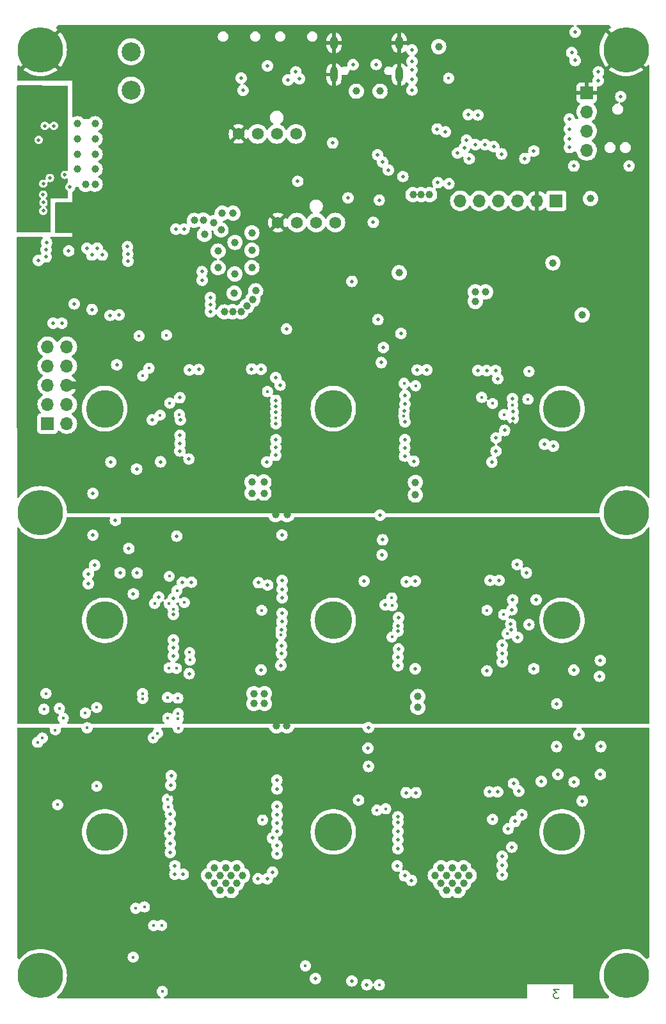
<source format=gbr>
%TF.GenerationSoftware,KiCad,Pcbnew,8.0.1*%
%TF.CreationDate,2024-09-09T21:10:48+08:00*%
%TF.ProjectId,bitaxeHex,62697461-7865-4486-9578-2e6b69636164,302*%
%TF.SameCoordinates,Original*%
%TF.FileFunction,Copper,L3,Inr*%
%TF.FilePolarity,Positive*%
%FSLAX46Y46*%
G04 Gerber Fmt 4.6, Leading zero omitted, Abs format (unit mm)*
G04 Created by KiCad (PCBNEW 8.0.1) date 2024-09-09 21:10:48*
%MOMM*%
%LPD*%
G01*
G04 APERTURE LIST*
%ADD10C,0.200000*%
%TA.AperFunction,NonConductor*%
%ADD11C,0.200000*%
%TD*%
%TA.AperFunction,ComponentPad*%
%ADD12C,0.800000*%
%TD*%
%TA.AperFunction,ComponentPad*%
%ADD13C,6.000000*%
%TD*%
%TA.AperFunction,ComponentPad*%
%ADD14C,2.520000*%
%TD*%
%TA.AperFunction,ComponentPad*%
%ADD15C,1.574800*%
%TD*%
%TA.AperFunction,ComponentPad*%
%ADD16C,5.000000*%
%TD*%
%TA.AperFunction,ComponentPad*%
%ADD17R,1.700000X1.700000*%
%TD*%
%TA.AperFunction,ComponentPad*%
%ADD18O,1.700000X1.700000*%
%TD*%
%TA.AperFunction,ComponentPad*%
%ADD19C,0.400000*%
%TD*%
%TA.AperFunction,ComponentPad*%
%ADD20O,1.000000X2.100000*%
%TD*%
%TA.AperFunction,ComponentPad*%
%ADD21O,1.000000X1.800000*%
%TD*%
%TA.AperFunction,ViaPad*%
%ADD22C,0.500000*%
%TD*%
%TA.AperFunction,ViaPad*%
%ADD23C,1.000000*%
%TD*%
%TA.AperFunction,ViaPad*%
%ADD24C,0.450000*%
%TD*%
%TA.AperFunction,Conductor*%
%ADD25C,1.000000*%
%TD*%
%TA.AperFunction,Conductor*%
%ADD26C,0.254000*%
%TD*%
G04 APERTURE END LIST*
D10*
D11*
X122146993Y-173792742D02*
X121404136Y-173792742D01*
X121404136Y-173792742D02*
X121804136Y-174249885D01*
X121804136Y-174249885D02*
X121632707Y-174249885D01*
X121632707Y-174249885D02*
X121518422Y-174307028D01*
X121518422Y-174307028D02*
X121461279Y-174364171D01*
X121461279Y-174364171D02*
X121404136Y-174478457D01*
X121404136Y-174478457D02*
X121404136Y-174764171D01*
X121404136Y-174764171D02*
X121461279Y-174878457D01*
X121461279Y-174878457D02*
X121518422Y-174935600D01*
X121518422Y-174935600D02*
X121632707Y-174992742D01*
X121632707Y-174992742D02*
X121975564Y-174992742D01*
X121975564Y-174992742D02*
X122089850Y-174935600D01*
X122089850Y-174935600D02*
X122146993Y-174878457D01*
D12*
%TO.N,GND*%
%TO.C,H1*%
X51250000Y-49500000D03*
X51909010Y-47909010D03*
X51909010Y-51090990D03*
X53500000Y-47250000D03*
D13*
X53500000Y-49500000D03*
D12*
X53500000Y-51750000D03*
X55090990Y-47909010D03*
X55090990Y-51090990D03*
X55750000Y-49500000D03*
%TD*%
D14*
%TO.N,/VIN*%
%TO.C,J1*%
X65500000Y-54864000D03*
X65500000Y-49784000D03*
%TD*%
D15*
%TO.N,GND*%
%TO.C,J8*%
X79700000Y-60650000D03*
%TO.N,/VIN*%
X82240000Y-60650000D03*
%TO.N,/Fan/FAN1_TACH*%
X84780000Y-60650000D03*
%TO.N,/Fan/FAN1_PWM*%
X87320000Y-60650000D03*
%TD*%
D16*
%TO.N,*%
%TO.C,H13*%
X92250000Y-97000000D03*
%TD*%
D12*
%TO.N,N/C*%
%TO.C,H4*%
X128750000Y-172000000D03*
X129409010Y-170409010D03*
X129409010Y-173590990D03*
X131000000Y-169750000D03*
D13*
X131000000Y-172000000D03*
D12*
X131000000Y-174250000D03*
X132590990Y-170409010D03*
X132590990Y-173590990D03*
X133250000Y-172000000D03*
%TD*%
D16*
%TO.N,*%
%TO.C,H15*%
X92250000Y-153000000D03*
%TD*%
D17*
%TO.N,/5V*%
%TO.C,J6*%
X121760000Y-69500000D03*
D18*
%TO.N,GND*%
X119220000Y-69500000D03*
%TO.N,Net-(J6-Pin_3)*%
X116680000Y-69500000D03*
%TO.N,Net-(J6-Pin_4)*%
X114140000Y-69500000D03*
%TO.N,Net-(J6-Pin_5)*%
X111600000Y-69500000D03*
%TO.N,Net-(J6-Pin_6)*%
X109060000Y-69500000D03*
%TD*%
D15*
%TO.N,GND*%
%TO.C,J9*%
X84910000Y-72375000D03*
%TO.N,/VIN*%
X87450000Y-72375000D03*
%TO.N,/Fan/FAN2_TACH*%
X89990000Y-72375000D03*
%TO.N,/Fan/FAN2_PWM*%
X92530000Y-72375000D03*
%TD*%
D16*
%TO.N,*%
%TO.C,H14*%
X92250000Y-125000000D03*
%TD*%
%TO.N,*%
%TO.C,H10*%
X122500000Y-125000000D03*
%TD*%
%TO.N,*%
%TO.C,H9*%
X62000000Y-125000000D03*
%TD*%
D19*
%TO.N,GND*%
%TO.C,U3*%
X57000000Y-73030000D03*
X58400000Y-73030000D03*
X59800000Y-73030000D03*
X56000000Y-71750000D03*
X57000000Y-71750000D03*
X58400000Y-71750000D03*
X59800000Y-71750000D03*
X60800000Y-71750000D03*
X57000000Y-70470000D03*
X58400000Y-70470000D03*
X59800000Y-70470000D03*
%TD*%
D16*
%TO.N,*%
%TO.C,H12*%
X122500000Y-153000000D03*
%TD*%
%TO.N,*%
%TO.C,H8*%
X122500000Y-97000000D03*
%TD*%
%TO.N,*%
%TO.C,H7*%
X62000000Y-97000000D03*
%TD*%
D17*
%TO.N,GND*%
%TO.C,J5*%
X125800000Y-55200000D03*
D18*
%TO.N,/3V3*%
X125800000Y-57740000D03*
%TO.N,/SCL*%
X125800000Y-60280000D03*
%TO.N,/SDA*%
X125800000Y-62820000D03*
%TD*%
D12*
%TO.N,N/C*%
%TO.C,H5*%
X51250000Y-110750000D03*
X51909010Y-109159010D03*
X51909010Y-112340990D03*
X53500000Y-108500000D03*
D13*
X53500000Y-110750000D03*
D12*
X53500000Y-113000000D03*
X55090990Y-109159010D03*
X55090990Y-112340990D03*
X55750000Y-110750000D03*
%TD*%
D20*
%TO.N,GND*%
%TO.C,J7*%
X100990000Y-52800000D03*
D21*
X100990000Y-48620000D03*
D20*
X92350000Y-52800000D03*
D21*
X92350000Y-48620000D03*
%TD*%
D12*
%TO.N,GND*%
%TO.C,H2*%
X128750000Y-49500000D03*
X129409010Y-47909010D03*
X129409010Y-51090990D03*
X131000000Y-47250000D03*
D13*
X131000000Y-49500000D03*
D12*
X131000000Y-51750000D03*
X132590990Y-47909010D03*
X132590990Y-51090990D03*
X133250000Y-49500000D03*
%TD*%
%TO.N,N/C*%
%TO.C,H3*%
X51250000Y-172000000D03*
X51909010Y-170409010D03*
X51909010Y-173590990D03*
X53500000Y-169750000D03*
D13*
X53500000Y-172000000D03*
D12*
X53500000Y-174250000D03*
X55090990Y-170409010D03*
X55090990Y-173590990D03*
X55750000Y-172000000D03*
%TD*%
D16*
%TO.N,*%
%TO.C,H11*%
X62000000Y-153000000D03*
%TD*%
D12*
%TO.N,N/C*%
%TO.C,H6*%
X128750000Y-110750000D03*
X129409010Y-109159010D03*
X129409010Y-112340990D03*
X131000000Y-108500000D03*
D13*
X131000000Y-110750000D03*
D12*
X131000000Y-113000000D03*
X132590990Y-109159010D03*
X132590990Y-112340990D03*
X133250000Y-110750000D03*
%TD*%
D14*
%TO.N,GND*%
%TO.C,J2*%
X72644000Y-54864000D03*
X72644000Y-49784000D03*
%TD*%
D17*
%TO.N,unconnected-(J3-Pin_1-Pad1)*%
%TO.C,J3*%
X54450000Y-98970000D03*
D18*
%TO.N,unconnected-(J3-Pin_2-Pad2)*%
X56990000Y-98970000D03*
%TO.N,unconnected-(J3-Pin_3-Pad3)*%
X54450000Y-96430000D03*
%TO.N,unconnected-(J3-Pin_4-Pad4)*%
X56990000Y-96430000D03*
%TO.N,unconnected-(J3-Pin_5-Pad5)*%
X54450000Y-93890000D03*
%TO.N,GND*%
X56990000Y-93890000D03*
%TO.N,unconnected-(J3-Pin_7-Pad7)*%
X54450000Y-91350000D03*
%TO.N,/Power/PMB_ALRT*%
X56990000Y-91350000D03*
%TO.N,/Power/PMB_SCL*%
X54450000Y-88810000D03*
%TO.N,/Power/PMB_SDA*%
X56990000Y-88810000D03*
%TD*%
D22*
%TO.N,GND*%
X82350000Y-94425000D03*
D23*
X106200000Y-81550000D03*
D24*
X60960000Y-146950000D03*
D23*
X103500000Y-77100000D03*
D22*
X65825000Y-83275000D03*
D23*
X74422000Y-57404000D03*
D24*
X88565000Y-170715000D03*
D23*
X66800000Y-65150000D03*
X108750000Y-56900000D03*
X99850000Y-55000000D03*
X66800000Y-67625000D03*
D22*
X63200000Y-73600000D03*
D23*
X78000000Y-88180000D03*
X108750000Y-89250000D03*
D22*
X63200000Y-71200000D03*
D23*
X109500000Y-88250000D03*
X114500000Y-54100000D03*
X109500000Y-90250000D03*
D22*
X64200000Y-72800000D03*
D23*
X128900000Y-68800000D03*
X124800000Y-73450000D03*
X98025000Y-107000000D03*
D22*
X64200000Y-71800000D03*
D23*
X73152000Y-57404000D03*
X78000000Y-90250000D03*
D22*
X74025000Y-94527200D03*
X64125000Y-104050000D03*
X64200000Y-69800000D03*
D23*
X108000000Y-88250000D03*
D22*
X95600000Y-71250000D03*
X63900000Y-67425000D03*
D23*
X120000000Y-47900000D03*
X106500000Y-88250000D03*
X78740000Y-64516000D03*
D22*
X84675000Y-100025000D03*
D23*
X100800000Y-73050000D03*
X79500000Y-90250000D03*
D22*
X77600000Y-52550000D03*
X83600000Y-49400000D03*
D23*
X117072050Y-78910200D03*
X106500000Y-90250000D03*
D22*
X96400000Y-85800000D03*
D23*
X99625000Y-108500000D03*
X89750000Y-104650000D03*
X126200000Y-82200000D03*
X76500000Y-92250000D03*
X78750000Y-89250000D03*
X72898000Y-67564000D03*
D22*
X69700000Y-78875000D03*
D23*
X107250000Y-89250000D03*
X77250000Y-91250000D03*
X73406000Y-59200000D03*
D22*
X63200000Y-70000000D03*
D23*
X98025000Y-108500000D03*
D22*
X103969851Y-94471388D03*
X117575000Y-98975000D03*
X124425000Y-102500000D03*
D23*
X106200000Y-80100000D03*
X114850000Y-80450000D03*
X111200000Y-50900000D03*
D22*
X116000000Y-99020000D03*
X101175000Y-89850000D03*
D23*
X107250000Y-91250000D03*
X78750000Y-91250000D03*
X106500000Y-92250000D03*
X71882000Y-57404000D03*
D22*
X72000000Y-99550000D03*
D23*
X108000000Y-92250000D03*
X78000000Y-92250000D03*
X78950000Y-65600000D03*
X71375000Y-67600000D03*
X69075000Y-67625000D03*
D22*
X65800000Y-82325000D03*
D23*
X74422000Y-59182000D03*
X77250000Y-89250000D03*
D22*
X69700000Y-80000000D03*
D23*
X66825000Y-66400000D03*
X99625000Y-107000000D03*
D22*
X112498672Y-94158672D03*
D23*
X87437500Y-86275000D03*
D22*
X65825000Y-84225000D03*
D23*
X71374000Y-59182000D03*
D22*
X63200000Y-72400000D03*
X64200000Y-70800000D03*
D23*
X72390000Y-59182000D03*
X76500000Y-90250000D03*
X84625000Y-111025000D03*
X93250000Y-55000000D03*
X79550000Y-88220000D03*
X100775000Y-70975000D03*
D22*
X94225000Y-66175000D03*
D24*
X60940000Y-136530000D03*
D23*
X76530000Y-88210000D03*
D22*
X131400000Y-59300000D03*
X85100000Y-54050000D03*
D23*
X108000000Y-90250000D03*
D22*
X120000000Y-106700000D03*
D23*
X70612000Y-57404000D03*
D22*
X65850000Y-78850000D03*
X87750000Y-90650000D03*
D23*
X98400000Y-58100000D03*
D22*
X101725000Y-100000000D03*
D23*
X124600000Y-87200000D03*
D22*
X64200000Y-73800000D03*
D23*
X108750000Y-91250000D03*
X68072000Y-60198000D03*
X109500000Y-92250000D03*
D22*
X63425000Y-109800000D03*
D23*
X86125000Y-111025000D03*
X79500000Y-92250000D03*
D22*
%TO.N,/VDD*%
X75975000Y-82300000D03*
D23*
X108000000Y-157750000D03*
X77825000Y-84200000D03*
X78750000Y-158750000D03*
X108750000Y-158750000D03*
X105750000Y-158750000D03*
X76454000Y-72390000D03*
X109500000Y-159750000D03*
X80025000Y-84175000D03*
X81475000Y-78325000D03*
X108000000Y-159750000D03*
X79225000Y-79175000D03*
X76500000Y-159750000D03*
X81475000Y-76050000D03*
X107250000Y-160750000D03*
X78925000Y-84175000D03*
X78750000Y-160750000D03*
X81975000Y-81400000D03*
D22*
X124780000Y-140100000D03*
D23*
X81475000Y-73725000D03*
X78000000Y-159750000D03*
D22*
X124080000Y-131600000D03*
D23*
X109500000Y-157750000D03*
D22*
X124130000Y-146370000D03*
D23*
X106500000Y-159750000D03*
X76500000Y-157750000D03*
X106500000Y-157750000D03*
X110250000Y-158750000D03*
X108750000Y-160750000D03*
X77250000Y-160750000D03*
X79250000Y-75000000D03*
X79150000Y-81725000D03*
X79500000Y-159750000D03*
D22*
X74875000Y-78875000D03*
D23*
X75750000Y-158750000D03*
X79500000Y-157750000D03*
X77000000Y-78350000D03*
D22*
X74900000Y-80000000D03*
X75975000Y-84175000D03*
D23*
X80850000Y-83375000D03*
X77550000Y-71150000D03*
X78000000Y-157750000D03*
X75050000Y-72050000D03*
X77400000Y-73350000D03*
X77250000Y-158750000D03*
X107250000Y-158750000D03*
X81625000Y-82525000D03*
X79000000Y-71150000D03*
D22*
X94725000Y-80150000D03*
D23*
X75200000Y-73950000D03*
X77000000Y-76150000D03*
D22*
X75975000Y-83225000D03*
D23*
X73850000Y-72100000D03*
X80250000Y-158750000D03*
D22*
%TO.N,/ESP32/EN*%
X102650000Y-49550000D03*
X124275000Y-50938100D03*
X87300000Y-52450000D03*
%TO.N,/5V*%
X96350000Y-119800000D03*
X96900000Y-139175000D03*
X98150000Y-85225000D03*
X98725000Y-116325000D03*
X96850000Y-141925000D03*
X98425000Y-111100000D03*
X98900000Y-88895000D03*
D23*
X111050000Y-82800000D03*
X111050000Y-81550000D03*
X112400000Y-81550000D03*
D22*
X95600000Y-148800000D03*
X98587500Y-90900000D03*
X98775000Y-114348100D03*
X92175000Y-61850000D03*
X96900000Y-144325000D03*
%TO.N,/3V3*%
X80050000Y-53250000D03*
D23*
X106200000Y-49100000D03*
X126300000Y-69200000D03*
D22*
X130300000Y-55700000D03*
D24*
X59670000Y-139220000D03*
D22*
X87550000Y-66925000D03*
D24*
X55770000Y-149400000D03*
D23*
X125200000Y-84600000D03*
D24*
X59430000Y-137270000D03*
D22*
X99550000Y-65425000D03*
D24*
X53120000Y-141130000D03*
D23*
X121322050Y-77710200D03*
D22*
X106100000Y-67100000D03*
X87775000Y-53350000D03*
X94200000Y-69125000D03*
D23*
X100975000Y-79025000D03*
D24*
%TO.N,/SCL*%
X65770000Y-169560000D03*
D22*
X96700000Y-173200000D03*
D24*
X54230000Y-134680000D03*
D22*
X94700000Y-172700000D03*
X62725000Y-84650000D03*
X89900000Y-172400000D03*
X118800000Y-62900000D03*
X98126900Y-63401537D03*
X86250000Y-53525000D03*
D24*
X98340000Y-173230000D03*
X55470000Y-139510000D03*
D22*
%TO.N,Net-(U3-BP1V5)*%
X53250000Y-61450000D03*
X53225000Y-77375000D03*
%TO.N,Net-(U3-AVIN)*%
X56725000Y-66050000D03*
%TO.N,Net-(U3-VDD5)*%
X57350000Y-67675000D03*
%TO.N,Net-(U3-VOSNS)*%
X53900000Y-69725000D03*
X72500000Y-73250000D03*
%TO.N,/ESP32/P_TX*%
X127350000Y-52450000D03*
%TO.N,/ESP32/P_RX*%
X127300000Y-53600000D03*
%TO.N,/ESP32/IO0*%
X83550000Y-51650000D03*
X124250000Y-47200000D03*
X124100000Y-64900000D03*
X131400000Y-64900000D03*
%TO.N,/Power/PGOOD*%
X60325000Y-83875000D03*
X107550000Y-67250000D03*
X98325000Y-69400000D03*
X101450000Y-66275000D03*
X54300000Y-75025000D03*
%TO.N,Net-(U3-GOSNS)*%
X53875000Y-70825000D03*
X71425000Y-73250000D03*
%TO.N,/SDA*%
X63900000Y-84600000D03*
D24*
X53750000Y-140560000D03*
X53970000Y-136760000D03*
D22*
X98775000Y-64375000D03*
X80300000Y-54897600D03*
X117600000Y-63900000D03*
D24*
X69630000Y-174100000D03*
D22*
%TO.N,Net-(U12-VDD3_0)*%
X101700000Y-103275000D03*
X84625000Y-103175000D03*
%TO.N,Net-(U13-INV_CLKO)*%
X85475000Y-119725000D03*
%TO.N,Net-(U13-CLKO)*%
X85365000Y-126220000D03*
X100827160Y-126423085D03*
%TO.N,Net-(U12-VDD2_0)*%
X101700000Y-102200000D03*
X84650000Y-102150000D03*
%TO.N,/NRSTI*%
X116046777Y-98318355D03*
%TO.N,/RO*%
X115975000Y-95675000D03*
D24*
%TO.N,/CI*%
X116000000Y-96510000D03*
X118160000Y-92080000D03*
X118000000Y-95750000D03*
D22*
%TO.N,Net-(U12-VDD1_0)*%
X84676432Y-101098465D03*
X101725000Y-101100000D03*
%TO.N,Net-(U12-VDD1_1)*%
X71975000Y-100530000D03*
%TO.N,Net-(U12-VDD2_1)*%
X71975000Y-101600000D03*
%TO.N,Net-(U12-VDD3_1)*%
X71950000Y-102590000D03*
%TO.N,Net-(U18-VDD1_0)*%
X114600000Y-128300000D03*
%TO.N,Net-(U18-VDD2_0)*%
X114600000Y-129400000D03*
%TO.N,Net-(U18-VDD3_0)*%
X114600000Y-130500000D03*
D23*
%TO.N,/VIN*%
X60725000Y-61300000D03*
X59475000Y-67350000D03*
X102800000Y-68675000D03*
X60725000Y-67300000D03*
X58400000Y-59300000D03*
X58400000Y-65300000D03*
X58400000Y-63300000D03*
X103900000Y-68675000D03*
X105000000Y-68675000D03*
X60725000Y-59300000D03*
X60725000Y-65300000D03*
X58400000Y-61300000D03*
X60725000Y-63300000D03*
D22*
%TO.N,Net-(U3-VSEL)*%
X53875000Y-67225000D03*
X54075000Y-59575000D03*
%TO.N,Net-(J6-Pin_4)*%
X113500000Y-62350000D03*
%TO.N,Net-(J6-Pin_6)*%
X111050000Y-62047600D03*
%TO.N,Net-(J6-Pin_3)*%
X114550000Y-63300000D03*
%TO.N,Net-(J6-Pin_5)*%
X112350000Y-62047600D03*
%TO.N,Net-(U25-VDD1_1)*%
X100700000Y-157500000D03*
X84200000Y-158300000D03*
%TO.N,Net-(U25-VDD2_1)*%
X83500000Y-159200000D03*
X101700000Y-158800000D03*
%TO.N,Net-(U25-VDD3_1)*%
X82300000Y-159200000D03*
X102600000Y-159400000D03*
%TO.N,Net-(U6-GPIO6{slash}TOUCH6{slash}ADC1_CH5)*%
X102700000Y-53450000D03*
%TO.N,/ESP32/ASIC_RST*%
X109900000Y-61450000D03*
%TO.N,/ESP32/ESP32_TX*%
X107100000Y-60400000D03*
%TO.N,/ESP32/ESP32_RX*%
X106000000Y-60000000D03*
%TO.N,Net-(U6-GPIO7{slash}TOUCH7{slash}ADC1_CH6)*%
X102650000Y-54850000D03*
%TO.N,Net-(U6-GPIO8{slash}TOUCH8{slash}ADC1_CH7{slash}SUBSPICS1)*%
X110100000Y-58100000D03*
%TO.N,Net-(J7-CC1)*%
X97920000Y-51460000D03*
%TO.N,Net-(J7-CC2)*%
X94860000Y-51500000D03*
%TO.N,/Power/PMB_ALRT*%
X57245199Y-76145199D03*
X57975000Y-83125000D03*
%TO.N,Net-(U6-GPIO9{slash}TOUCH9{slash}ADC1_CH8{slash}FSPIHD{slash}SUBSPIHD)*%
X111400000Y-58147600D03*
%TO.N,Net-(U18-CLKO)*%
X115790000Y-126220000D03*
%TO.N,Net-(U12-INV_CLKO)*%
X84625000Y-92875000D03*
%TO.N,Net-(U12-CLKO)*%
X71950000Y-95550000D03*
%TO.N,Net-(U18-INV_CLKO)*%
X116600000Y-117600000D03*
%TO.N,Net-(U25-INV_CLKO)*%
X116100000Y-146600000D03*
%TO.N,Net-(U6-GPIO12{slash}TOUCH12{slash}ADC2_CH1{slash}FSPICLK{slash}FSPIIO6{slash}SUBSPICLK)*%
X110250000Y-63950000D03*
%TO.N,Net-(U6-GPIO14{slash}TOUCH14{slash}ADC2_CH3{slash}FSPIWP{slash}FSPIDQS{slash}SUBSPIWP)*%
X109600000Y-62500000D03*
%TO.N,Net-(U6-SPIIO6{slash}GPIO35{slash}FSPID{slash}SUBSPID)*%
X123500000Y-62448100D03*
%TO.N,Net-(U6-SPIIO7{slash}GPIO36{slash}FSPICLK{slash}SUBSPICLK)*%
X123500000Y-61300000D03*
%TO.N,Net-(U6-SPIDQS{slash}GPIO37{slash}FSPIQ{slash}SUBSPIQ)*%
X123500000Y-60000000D03*
%TO.N,Net-(U6-GPIO38{slash}FSPIWP{slash}SUBSPIWP)*%
X123500000Y-58700000D03*
D23*
%TO.N,Net-(J7-VBUS-PadA4)*%
X98450000Y-55000000D03*
X95300000Y-55000000D03*
D22*
%TO.N,Net-(U13-VDD3_1)*%
X71100000Y-129700000D03*
%TO.N,Net-(U13-VDD2_1)*%
X71100000Y-128600000D03*
%TO.N,Net-(U13-VDD1_1)*%
X71090000Y-127590000D03*
%TO.N,Net-(U3-MSEL1)*%
X53850000Y-68675000D03*
%TO.N,/ESP32/VDD_SAMPLE*%
X123800000Y-49900000D03*
%TO.N,/Power/SW*%
X65025000Y-75575000D03*
X65075000Y-77500000D03*
X61675000Y-76675000D03*
X65050000Y-76550000D03*
X59650000Y-75775000D03*
X61025000Y-75750000D03*
X60300000Y-76675000D03*
%TO.N,Net-(U3-MSEL2)*%
X55275000Y-59575000D03*
X54750000Y-66475000D03*
D23*
%TO.N,/Power/AGND*%
X53700000Y-72000000D03*
D22*
X53175000Y-58075000D03*
X54550000Y-63250000D03*
%TO.N,/Power/PMB_SCL*%
X54250718Y-76926555D03*
X55175000Y-85675000D03*
%TO.N,/Power/PMB_SDA*%
X54225000Y-75975000D03*
X56325000Y-85675000D03*
%TO.N,/SMB_ALRT*%
X108700000Y-63200000D03*
X97550000Y-72350000D03*
X63600000Y-91175000D03*
%TO.N,Net-(U28-VDD1_0)*%
X114925000Y-99875000D03*
%TO.N,Net-(U28-VDD2_0)*%
X113800000Y-100875000D03*
%TO.N,/BM1368-1/1V8*%
X74450000Y-91825000D03*
X121375000Y-101950000D03*
X111400000Y-91950000D03*
X101200000Y-87050000D03*
X86050000Y-86475000D03*
X104625000Y-91875000D03*
X81450000Y-91750000D03*
%TO.N,Net-(U28-VDD3_0)*%
X113800000Y-102600000D03*
D23*
%TO.N,/BM1368-1/VDD1*%
X83075000Y-108175000D03*
D22*
X101430000Y-127470000D03*
X84700000Y-118825000D03*
X102900000Y-111700000D03*
X125400000Y-131600000D03*
X71100000Y-126350000D03*
X84220000Y-127510000D03*
X57300000Y-112025000D03*
X69825000Y-111950000D03*
D23*
X80825000Y-117895000D03*
X81525000Y-108175000D03*
D22*
X100700000Y-119900000D03*
D23*
X100050000Y-136500000D03*
X83075000Y-106700000D03*
D22*
X73150000Y-103675000D03*
D23*
X74650000Y-117400000D03*
X86100000Y-138975000D03*
D22*
X71550000Y-115775000D03*
X113225000Y-104050000D03*
D23*
X100050000Y-135000000D03*
X84725000Y-138950000D03*
D22*
X115400000Y-119700000D03*
X102900000Y-103950000D03*
D23*
X103125000Y-106750000D03*
X98450000Y-136500000D03*
D22*
X115900000Y-128300000D03*
D23*
X98450000Y-135000000D03*
D22*
X87900000Y-114100000D03*
X71100000Y-120050000D03*
X101350000Y-117075000D03*
D23*
X103125000Y-108425000D03*
X106425000Y-118500000D03*
X81525000Y-106700000D03*
D22*
X83430000Y-104050000D03*
X124780000Y-137600000D03*
%TO.N,/BM1368-2/0V8*%
X72300000Y-120000000D03*
X114200000Y-119700000D03*
X83575000Y-120350000D03*
X101900000Y-119900000D03*
%TO.N,/BM1368-2/1V8*%
X82375000Y-120025000D03*
X73500000Y-119950000D03*
X113000000Y-119700000D03*
X85450000Y-113700000D03*
X103100000Y-119800000D03*
%TO.N,/BM1368-2/VDD2*%
X115200000Y-147700000D03*
X115920000Y-156140000D03*
D23*
X81750000Y-134700000D03*
D22*
X102900000Y-139775000D03*
X73175000Y-132050000D03*
D23*
X99600000Y-167700000D03*
D22*
X100600000Y-147800000D03*
X103100000Y-131400000D03*
X84800000Y-157100000D03*
D23*
X106025000Y-146800000D03*
D22*
X62825000Y-104050000D03*
D23*
X101100000Y-167700000D03*
D22*
X70200000Y-156700000D03*
D23*
X99600000Y-169000000D03*
X101100000Y-169000000D03*
D22*
X100800000Y-156400000D03*
D23*
X110175000Y-144475000D03*
X83150000Y-136000000D03*
D22*
X130925000Y-140000000D03*
X112600000Y-131700000D03*
D23*
X103450000Y-136525000D03*
X113350000Y-162125000D03*
D22*
X63425000Y-111800000D03*
X86675000Y-142175000D03*
D23*
X103450000Y-135075000D03*
X72075000Y-163825000D03*
X102500000Y-168300000D03*
D22*
X98425000Y-146275000D03*
D23*
X81750000Y-136000000D03*
D22*
X82700000Y-131550000D03*
D23*
X78150000Y-146600000D03*
X72025000Y-162475000D03*
X113325000Y-163525000D03*
X83150000Y-134700000D03*
D22*
X70700000Y-148000000D03*
X64025000Y-118700000D03*
X84800000Y-148500000D03*
%TO.N,Net-(U13-VDD3_0)*%
X100825000Y-131000000D03*
X85325000Y-130950000D03*
%TO.N,Net-(U13-VDD2_0)*%
X100825000Y-129875000D03*
X85400000Y-129400000D03*
%TO.N,Net-(U13-VDD1_0)*%
X85400000Y-128350000D03*
X100875000Y-128800000D03*
%TO.N,Net-(U25-VDD1_0)*%
X114600000Y-156200000D03*
%TO.N,Net-(U25-VDD2_0)*%
X114600000Y-157400000D03*
%TO.N,/BM1368-3/0V8*%
X114000000Y-147700000D03*
X70725000Y-146800000D03*
X84800000Y-147300000D03*
X101900000Y-147800000D03*
%TO.N,/BM1368-3/1V8*%
X103200000Y-147800000D03*
X70800000Y-145575000D03*
X84775000Y-146125000D03*
X112900000Y-147700000D03*
%TO.N,Net-(U25-VDD3_0)*%
X114620000Y-158700000D03*
%TO.N,Net-(U27-VDD3_1)*%
X72400000Y-158600000D03*
%TO.N,Net-(U27-VDD2_1)*%
X71300000Y-158600000D03*
%TO.N,Net-(U27-VDD1_1)*%
X71300000Y-157500000D03*
D24*
%TO.N,/BM1368-1/TEMP_N1*%
X67030089Y-135352894D03*
X101620000Y-93650000D03*
X66110000Y-163080000D03*
%TO.N,/BM1368-1/TEMP_P1*%
X67260000Y-162910000D03*
X103150000Y-93990000D03*
X67010000Y-134700000D03*
%TO.N,/BM1368-1/TEMP_P2*%
X67040000Y-92640000D03*
X70550000Y-119170000D03*
X70530000Y-122800000D03*
%TO.N,/BM1368-1/TEMP_N2*%
X67870000Y-91650000D03*
%TO.N,/BM1368-2/TEMP_P3*%
X71490000Y-131370000D03*
X71680000Y-135290000D03*
X73300000Y-130260000D03*
X71720000Y-137320000D03*
X71566506Y-121063494D03*
%TO.N,/BM1368-2/TEMP_N3*%
X70520000Y-131290000D03*
X70350000Y-137940000D03*
X72550000Y-122640000D03*
X70330000Y-135200000D03*
X73245963Y-129252200D03*
%TO.N,/BM1368-2/TEMP_P4*%
X99990000Y-122040000D03*
%TO.N,/BM1368-2/TEMP_N4*%
X71730000Y-139250000D03*
X100070000Y-123070000D03*
X71710000Y-138050000D03*
%TO.N,/BM1368-3/TEMP_P5*%
X99190000Y-149931800D03*
X69010000Y-139930000D03*
X69540000Y-165350000D03*
%TO.N,/BM1368-3/TEMP_N5*%
X68480000Y-165370000D03*
X98030000Y-150120000D03*
X68420000Y-140540000D03*
%TO.N,/BM1368-3/TEMP_N6*%
X70380000Y-149680000D03*
%TO.N,/BM1368-3/TEMP_P6*%
X70320000Y-148670000D03*
%TO.N,/BM1368-1/BI1*%
X114844000Y-97790989D03*
X113338901Y-96318901D03*
D22*
X116050000Y-97400000D03*
%TO.N,Net-(U12-NRSTI)*%
X84675000Y-98975000D03*
X101725000Y-98750000D03*
%TO.N,/BM1368-1/CO*%
X65200000Y-115500000D03*
D24*
X71882000Y-97790000D03*
X69342000Y-97853200D03*
%TO.N,/BM1368-2/CI2*%
X68610000Y-122760000D03*
D22*
X66300000Y-118747600D03*
D24*
X71074899Y-123522262D03*
D22*
%TO.N,/BM1368-1/NRSTO*%
X72000000Y-98500000D03*
X60675000Y-117700000D03*
X68300000Y-98500000D03*
%TO.N,/BM1368-2/NRSTI2*%
X59850000Y-118850000D03*
X60450000Y-113750000D03*
X71100000Y-122100000D03*
%TO.N,Net-(U13-NRSTO)*%
X85500000Y-122025000D03*
X99140000Y-122950000D03*
D24*
%TO.N,/BM1368-1/BO*%
X70612000Y-96266000D03*
D22*
%TO.N,/BM1368-2/BI2*%
X69130000Y-121910000D03*
X59850000Y-120150000D03*
X60450000Y-108200000D03*
%TO.N,/BM1368-2/RO2*%
X66225000Y-104975000D03*
X65800000Y-121500000D03*
X71100000Y-124200000D03*
%TO.N,/BM1368-1/RI*%
X69375000Y-104025000D03*
%TO.N,/BM1368-2/CO*%
X127600000Y-145400000D03*
X118800000Y-131400000D03*
X116640000Y-127243200D03*
%TO.N,/BM1368-3/CI3*%
X127680000Y-141700000D03*
%TO.N,/BM1368-2/NRSTO*%
X119100000Y-122300000D03*
X116000000Y-122300000D03*
X122000000Y-145400000D03*
%TO.N,/BM1368-3/NRSTI3*%
X115900000Y-155000000D03*
X121780000Y-141700000D03*
%TO.N,Net-(U25-NRSTO)*%
X100800000Y-155200000D03*
X84800000Y-155900000D03*
%TO.N,/BM1368-2/BO*%
X115910000Y-123600000D03*
D24*
X115270000Y-126760000D03*
X114808494Y-124238494D03*
D22*
%TO.N,/BM1368-3/BI3*%
X121842500Y-136037500D03*
X117200000Y-150720000D03*
%TO.N,/BM1368-3/RO3*%
X127500000Y-132400000D03*
X125200000Y-148900000D03*
X115400000Y-152600000D03*
%TO.N,/BM1368-2/RI*%
X127600000Y-130300000D03*
X118140000Y-125550000D03*
X115744726Y-125518256D03*
D24*
%TO.N,Net-(U28-LITE_PAD)*%
X111900000Y-95506200D03*
%TO.N,Net-(U12-LITE_PAD)*%
X83557165Y-94747166D03*
%TO.N,Net-(U13-LITE_PAD)*%
X82790000Y-123670000D03*
%TO.N,Net-(U18-LITE_PAD)*%
X112605237Y-123668766D03*
%TO.N,Net-(U27-LITE_PAD)*%
X82900000Y-151407800D03*
%TO.N,Net-(U25-LITE_PAD)*%
X113340000Y-151320000D03*
%TO.N,/ESP32/ALERT_TEMP*%
X66550000Y-87380000D03*
X56010000Y-136660002D03*
D22*
X102650000Y-51050000D03*
D24*
%TO.N,/ESP32/OVERT_TEMP*%
X70180000Y-87270000D03*
X56520000Y-137960002D03*
X107520000Y-53270000D03*
D22*
X102650000Y-52200000D03*
%TO.N,Net-(U28-ROSC_SEL)*%
X114025000Y-93025000D03*
%TO.N,Net-(U28-INV_CLKO)*%
X113725000Y-91950000D03*
%TO.N,Net-(U12-ROSC_SEL)*%
X85200000Y-93875000D03*
%TO.N,Net-(U18-ROSC_SEL)*%
X117800000Y-118700000D03*
%TO.N,Net-(U13-ROSC_SEL)*%
X85500000Y-120875000D03*
%TO.N,Net-(U25-ROSC_SEL)*%
X116800000Y-147600000D03*
%TO.N,Net-(U27-ROSC_SEL)*%
X84800000Y-150700000D03*
%TO.N,Net-(U27-INV_CLKO)*%
X84800000Y-149600000D03*
%TO.N,/BM1368-3/NRSTO3*%
X70700000Y-155700000D03*
%TO.N,/BM1368-3/BO3*%
X70700000Y-154500000D03*
%TO.N,/BM1368-3/RI3*%
X70610000Y-153200000D03*
%TO.N,/BM1368-3/CLKO3*%
X70700000Y-151900000D03*
%TO.N,/BM1368-3/CO3*%
X70700000Y-150600000D03*
%TO.N,Net-(U12-BI)*%
X84650000Y-95900000D03*
X101725000Y-95225000D03*
%TO.N,Net-(U12-CLKI)*%
X84675000Y-96665000D03*
X101725000Y-96400000D03*
%TO.N,Net-(U12-RO)*%
X101622500Y-97320000D03*
X84660000Y-97480000D03*
D24*
%TO.N,Net-(U12-CI)*%
X84650000Y-98190000D03*
X101580000Y-98000000D03*
D22*
%TO.N,/BM1368-2/CLKI2*%
X71550000Y-113850000D03*
D24*
%TO.N,Net-(U13-BO)*%
X100010000Y-127210000D03*
X85336289Y-126897594D03*
D22*
%TO.N,Net-(U13-RI)*%
X100840000Y-125720000D03*
X85450000Y-125150000D03*
%TO.N,Net-(U13-CO)*%
X85475000Y-124075000D03*
X100900000Y-124625000D03*
%TO.N,/BM1368-1/CLKI1*%
X120200000Y-101700000D03*
%TO.N,/BM1368-3/CLKI3*%
X116300000Y-151600000D03*
X119800000Y-146300000D03*
%TO.N,Net-(U25-CLKO)*%
X84800000Y-152900000D03*
X100800000Y-151700000D03*
%TO.N,Net-(U25-CO)*%
X84800000Y-154800000D03*
X100800000Y-154000000D03*
%TO.N,Net-(U25-RI)*%
X100800000Y-152900000D03*
X84200000Y-153800000D03*
%TO.N,Net-(U25-BO)*%
X84800000Y-151800000D03*
X100800000Y-150996797D03*
%TO.N,/BM1368-1/0V8*%
X73200000Y-91875000D03*
X103350000Y-91900000D03*
X82725000Y-91775000D03*
X112550000Y-91975000D03*
%TD*%
D25*
%TO.N,GND*%
X56990000Y-93890000D02*
X59015000Y-93890000D01*
D26*
X59015000Y-93890000D02*
X59025000Y-93900000D01*
%TD*%
%TA.AperFunction,Conductor*%
%TO.N,GND*%
G36*
X124005627Y-46269685D02*
G01*
X124051382Y-46322489D01*
X124061326Y-46391647D01*
X124032301Y-46455203D01*
X123979543Y-46491041D01*
X123918819Y-46512289D01*
X123774091Y-46603228D01*
X123653228Y-46724091D01*
X123562291Y-46868816D01*
X123505837Y-47030150D01*
X123505836Y-47030155D01*
X123486701Y-47199996D01*
X123486701Y-47200003D01*
X123505836Y-47369844D01*
X123505837Y-47369849D01*
X123562291Y-47531183D01*
X123642610Y-47659010D01*
X123653229Y-47675909D01*
X123774091Y-47796771D01*
X123918817Y-47887709D01*
X124034871Y-47928318D01*
X124080150Y-47944162D01*
X124080155Y-47944163D01*
X124249996Y-47963299D01*
X124250000Y-47963299D01*
X124250004Y-47963299D01*
X124419844Y-47944163D01*
X124419847Y-47944162D01*
X124419850Y-47944162D01*
X124581183Y-47887709D01*
X124725909Y-47796771D01*
X124846771Y-47675909D01*
X124937709Y-47531183D01*
X124994162Y-47369850D01*
X124994163Y-47369844D01*
X125013299Y-47200003D01*
X125013299Y-47199996D01*
X124994163Y-47030155D01*
X124994162Y-47030150D01*
X124983612Y-47000000D01*
X124937709Y-46868817D01*
X124846771Y-46724091D01*
X124725909Y-46603229D01*
X124725908Y-46603228D01*
X124581180Y-46512289D01*
X124520457Y-46491041D01*
X124463681Y-46450320D01*
X124437934Y-46385367D01*
X124451390Y-46316805D01*
X124499778Y-46266403D01*
X124561412Y-46250000D01*
X128698638Y-46250000D01*
X128765677Y-46269685D01*
X128786319Y-46286319D01*
X128967836Y-46467836D01*
X129001321Y-46529159D01*
X128996337Y-46598851D01*
X128954465Y-46654784D01*
X128947699Y-46659506D01*
X128939940Y-46664545D01*
X128939922Y-46664558D01*
X128706849Y-46853296D01*
X128706849Y-46853297D01*
X129550621Y-47697068D01*
X129458738Y-47659010D01*
X129359282Y-47659010D01*
X129267396Y-47697070D01*
X129197070Y-47767396D01*
X129159010Y-47859282D01*
X129159010Y-47958738D01*
X129197068Y-48050620D01*
X128353297Y-47206849D01*
X128353296Y-47206849D01*
X128164557Y-47439924D01*
X127964754Y-47747594D01*
X127798204Y-48074464D01*
X127666736Y-48416948D01*
X127571784Y-48771313D01*
X127571784Y-48771315D01*
X127514397Y-49133646D01*
X127495197Y-49499999D01*
X127495197Y-49500000D01*
X127514397Y-49866353D01*
X127571784Y-50228684D01*
X127571784Y-50228686D01*
X127666736Y-50583051D01*
X127798204Y-50925535D01*
X127964754Y-51252406D01*
X128164553Y-51560070D01*
X128353297Y-51793148D01*
X129741544Y-50404901D01*
X129817726Y-50509757D01*
X129990243Y-50682274D01*
X130095097Y-50758455D01*
X129620951Y-51232600D01*
X129659010Y-51140718D01*
X129659010Y-51041262D01*
X129620950Y-50949376D01*
X129550624Y-50879050D01*
X129458738Y-50840990D01*
X129359282Y-50840990D01*
X129267396Y-50879050D01*
X129197070Y-50949376D01*
X129159010Y-51041262D01*
X129159010Y-51140718D01*
X129197070Y-51232604D01*
X129267396Y-51302930D01*
X129359282Y-51340990D01*
X129458738Y-51340990D01*
X129550620Y-51302931D01*
X128706850Y-52146701D01*
X128939929Y-52335446D01*
X129247593Y-52535245D01*
X129574464Y-52701795D01*
X129916948Y-52833263D01*
X130271314Y-52928215D01*
X130633646Y-52985602D01*
X130999999Y-53004803D01*
X131000001Y-53004803D01*
X131366353Y-52985602D01*
X131728684Y-52928215D01*
X131728686Y-52928215D01*
X132083051Y-52833263D01*
X132425535Y-52701795D01*
X132752406Y-52535245D01*
X133060064Y-52335450D01*
X133293148Y-52146701D01*
X132449377Y-51302930D01*
X132541262Y-51340990D01*
X132640718Y-51340990D01*
X132732604Y-51302930D01*
X132802930Y-51232604D01*
X132840990Y-51140718D01*
X132840990Y-51041262D01*
X132802930Y-50949377D01*
X133646701Y-51793148D01*
X133835447Y-51560067D01*
X133840480Y-51552317D01*
X133893497Y-51506809D01*
X133962701Y-51497189D01*
X134026121Y-51526510D01*
X134032162Y-51532162D01*
X134063691Y-51563691D01*
X134097176Y-51625014D01*
X134100010Y-51651347D01*
X134111570Y-108680873D01*
X134091899Y-108747916D01*
X134039104Y-108793682D01*
X133969948Y-108803639D01*
X133906386Y-108774627D01*
X133883575Y-108748433D01*
X133842333Y-108684926D01*
X133610905Y-108399137D01*
X133610902Y-108399133D01*
X133350867Y-108139098D01*
X133225029Y-108037196D01*
X133065073Y-107907666D01*
X132756662Y-107707382D01*
X132428997Y-107540428D01*
X132085681Y-107408641D01*
X132085674Y-107408639D01*
X131730459Y-107313459D01*
X131730455Y-107313458D01*
X131730454Y-107313458D01*
X131367242Y-107255931D01*
X131000001Y-107236685D01*
X130999999Y-107236685D01*
X130632757Y-107255931D01*
X130269546Y-107313458D01*
X130269544Y-107313458D01*
X129914318Y-107408641D01*
X129571002Y-107540428D01*
X129243338Y-107707382D01*
X128934926Y-107907666D01*
X128649137Y-108139094D01*
X128649129Y-108139101D01*
X128389101Y-108399129D01*
X128389094Y-108399137D01*
X128157666Y-108684926D01*
X127957382Y-108993338D01*
X127790428Y-109321002D01*
X127658641Y-109664318D01*
X127563458Y-110019544D01*
X127563458Y-110019546D01*
X127505931Y-110382757D01*
X127490223Y-110682490D01*
X127467057Y-110748407D01*
X127411931Y-110791336D01*
X127366393Y-110800000D01*
X99200835Y-110800000D01*
X99133796Y-110780315D01*
X99095841Y-110741972D01*
X99086754Y-110727511D01*
X99021771Y-110624091D01*
X98900909Y-110503229D01*
X98900908Y-110503228D01*
X98756183Y-110412291D01*
X98594849Y-110355837D01*
X98594844Y-110355836D01*
X98425004Y-110336701D01*
X98424996Y-110336701D01*
X98255155Y-110355836D01*
X98255150Y-110355837D01*
X98093816Y-110412291D01*
X97949091Y-110503228D01*
X97828228Y-110624091D01*
X97754159Y-110741972D01*
X97701824Y-110788263D01*
X97649165Y-110800000D01*
X57133607Y-110800000D01*
X57066568Y-110780315D01*
X57020813Y-110727511D01*
X57009777Y-110682490D01*
X57000382Y-110503228D01*
X56994069Y-110382759D01*
X56936541Y-110019541D01*
X56841361Y-109664326D01*
X56709573Y-109321006D01*
X56542620Y-108993343D01*
X56542617Y-108993338D01*
X56342333Y-108684926D01*
X56110905Y-108399137D01*
X56110902Y-108399133D01*
X55911772Y-108200003D01*
X59686701Y-108200003D01*
X59705836Y-108369844D01*
X59705837Y-108369849D01*
X59762291Y-108531183D01*
X59846639Y-108665422D01*
X59853229Y-108675909D01*
X59974091Y-108796771D01*
X60118817Y-108887709D01*
X60280150Y-108944162D01*
X60280155Y-108944163D01*
X60449996Y-108963299D01*
X60450000Y-108963299D01*
X60450004Y-108963299D01*
X60619844Y-108944163D01*
X60619847Y-108944162D01*
X60619850Y-108944162D01*
X60781183Y-108887709D01*
X60925909Y-108796771D01*
X61046771Y-108675909D01*
X61137709Y-108531183D01*
X61194162Y-108369850D01*
X61210223Y-108227300D01*
X61213299Y-108200003D01*
X61213299Y-108199996D01*
X61210483Y-108175000D01*
X80511620Y-108175000D01*
X80531091Y-108372699D01*
X80588760Y-108562808D01*
X80682401Y-108737998D01*
X80682405Y-108738005D01*
X80808431Y-108891568D01*
X80961994Y-109017594D01*
X80962001Y-109017598D01*
X81137191Y-109111239D01*
X81137193Y-109111239D01*
X81137196Y-109111241D01*
X81327299Y-109168908D01*
X81327298Y-109168908D01*
X81345024Y-109170653D01*
X81525000Y-109188380D01*
X81722701Y-109168908D01*
X81912804Y-109111241D01*
X82088004Y-109017595D01*
X82221335Y-108908173D01*
X82285645Y-108880860D01*
X82354512Y-108892651D01*
X82378665Y-108908173D01*
X82511994Y-109017594D01*
X82512001Y-109017598D01*
X82687191Y-109111239D01*
X82687193Y-109111239D01*
X82687196Y-109111241D01*
X82877299Y-109168908D01*
X82877298Y-109168908D01*
X82895024Y-109170653D01*
X83075000Y-109188380D01*
X83272701Y-109168908D01*
X83462804Y-109111241D01*
X83638004Y-109017595D01*
X83791568Y-108891568D01*
X83917595Y-108738004D01*
X84011241Y-108562804D01*
X84053043Y-108425000D01*
X102111620Y-108425000D01*
X102131091Y-108622699D01*
X102188760Y-108812808D01*
X102282401Y-108987998D01*
X102282405Y-108988005D01*
X102408431Y-109141568D01*
X102561994Y-109267594D01*
X102562001Y-109267598D01*
X102737191Y-109361239D01*
X102737193Y-109361239D01*
X102737196Y-109361241D01*
X102927299Y-109418908D01*
X102927298Y-109418908D01*
X102945024Y-109420653D01*
X103125000Y-109438380D01*
X103322701Y-109418908D01*
X103512804Y-109361241D01*
X103688004Y-109267595D01*
X103841568Y-109141568D01*
X103967595Y-108988004D01*
X104061241Y-108812804D01*
X104118908Y-108622701D01*
X104138380Y-108425000D01*
X104118908Y-108227299D01*
X104061241Y-108037196D01*
X104061239Y-108037193D01*
X104061239Y-108037191D01*
X103967598Y-107862001D01*
X103967594Y-107861994D01*
X103841569Y-107708432D01*
X103811010Y-107683354D01*
X103771675Y-107625609D01*
X103769804Y-107555764D01*
X103805990Y-107495996D01*
X103811010Y-107491646D01*
X103841569Y-107466567D01*
X103941034Y-107345368D01*
X103967595Y-107313004D01*
X104061241Y-107137804D01*
X104118908Y-106947701D01*
X104138380Y-106750000D01*
X104118908Y-106552299D01*
X104061241Y-106362196D01*
X104061239Y-106362193D01*
X104061239Y-106362191D01*
X103967598Y-106187001D01*
X103967594Y-106186994D01*
X103841568Y-106033431D01*
X103688005Y-105907405D01*
X103687998Y-105907401D01*
X103512808Y-105813760D01*
X103347979Y-105763760D01*
X103322701Y-105756092D01*
X103322699Y-105756091D01*
X103322701Y-105756091D01*
X103125000Y-105736620D01*
X102927300Y-105756091D01*
X102737191Y-105813760D01*
X102562001Y-105907401D01*
X102561994Y-105907405D01*
X102408431Y-106033431D01*
X102282405Y-106186994D01*
X102282401Y-106187001D01*
X102188760Y-106362191D01*
X102131091Y-106552300D01*
X102111620Y-106750000D01*
X102131091Y-106947699D01*
X102188760Y-107137808D01*
X102282401Y-107312998D01*
X102282405Y-107313005D01*
X102408431Y-107466568D01*
X102438990Y-107491647D01*
X102478324Y-107549393D01*
X102480195Y-107619237D01*
X102444007Y-107679006D01*
X102438990Y-107683353D01*
X102408431Y-107708431D01*
X102282405Y-107861994D01*
X102282401Y-107862001D01*
X102188760Y-108037191D01*
X102131091Y-108227300D01*
X102111620Y-108425000D01*
X84053043Y-108425000D01*
X84068908Y-108372701D01*
X84088380Y-108175000D01*
X84068908Y-107977299D01*
X84011241Y-107787196D01*
X84011239Y-107787193D01*
X84011239Y-107787191D01*
X83917598Y-107612001D01*
X83917594Y-107611994D01*
X83866218Y-107549393D01*
X83838947Y-107516164D01*
X83811635Y-107451856D01*
X83823426Y-107382988D01*
X83838948Y-107358835D01*
X83876188Y-107313459D01*
X83917595Y-107263004D01*
X84011241Y-107087804D01*
X84068908Y-106897701D01*
X84088380Y-106700000D01*
X84068908Y-106502299D01*
X84011241Y-106312196D01*
X84011239Y-106312193D01*
X84011239Y-106312191D01*
X83917598Y-106137001D01*
X83917594Y-106136994D01*
X83791568Y-105983431D01*
X83638005Y-105857405D01*
X83637998Y-105857401D01*
X83462808Y-105763760D01*
X83315787Y-105719162D01*
X83272701Y-105706092D01*
X83272699Y-105706091D01*
X83272701Y-105706091D01*
X83075000Y-105686620D01*
X82877300Y-105706091D01*
X82687191Y-105763760D01*
X82512001Y-105857401D01*
X82511994Y-105857406D01*
X82378665Y-105966826D01*
X82314355Y-105994139D01*
X82245487Y-105982348D01*
X82221335Y-105966826D01*
X82088005Y-105857406D01*
X82087998Y-105857401D01*
X81912808Y-105763760D01*
X81765787Y-105719162D01*
X81722701Y-105706092D01*
X81722699Y-105706091D01*
X81722701Y-105706091D01*
X81525000Y-105686620D01*
X81327300Y-105706091D01*
X81137191Y-105763760D01*
X80962001Y-105857401D01*
X80961994Y-105857405D01*
X80808431Y-105983431D01*
X80682405Y-106136994D01*
X80682401Y-106137001D01*
X80588760Y-106312191D01*
X80531091Y-106502300D01*
X80511620Y-106700000D01*
X80531091Y-106897699D01*
X80588760Y-107087808D01*
X80682401Y-107262998D01*
X80682405Y-107263005D01*
X80761051Y-107358835D01*
X80788364Y-107423145D01*
X80776573Y-107492013D01*
X80761051Y-107516165D01*
X80682405Y-107611994D01*
X80682401Y-107612001D01*
X80588760Y-107787191D01*
X80531091Y-107977300D01*
X80511620Y-108175000D01*
X61210483Y-108175000D01*
X61194163Y-108030155D01*
X61194162Y-108030150D01*
X61175669Y-107977300D01*
X61137709Y-107868817D01*
X61046771Y-107724091D01*
X60925909Y-107603229D01*
X60925908Y-107603228D01*
X60781183Y-107512291D01*
X60619849Y-107455837D01*
X60619844Y-107455836D01*
X60450004Y-107436701D01*
X60449996Y-107436701D01*
X60280155Y-107455836D01*
X60280150Y-107455837D01*
X60118816Y-107512291D01*
X59974091Y-107603228D01*
X59853228Y-107724091D01*
X59762291Y-107868816D01*
X59705837Y-108030150D01*
X59705836Y-108030155D01*
X59686701Y-108199996D01*
X59686701Y-108200003D01*
X55911772Y-108200003D01*
X55850867Y-108139098D01*
X55725029Y-108037196D01*
X55565073Y-107907666D01*
X55256662Y-107707382D01*
X54928997Y-107540428D01*
X54585681Y-107408641D01*
X54585674Y-107408639D01*
X54230459Y-107313459D01*
X54230455Y-107313458D01*
X54230454Y-107313458D01*
X53867242Y-107255931D01*
X53500001Y-107236685D01*
X53499999Y-107236685D01*
X53132757Y-107255931D01*
X52769546Y-107313458D01*
X52769544Y-107313458D01*
X52414318Y-107408641D01*
X52071002Y-107540428D01*
X51743338Y-107707382D01*
X51434926Y-107907666D01*
X51149137Y-108139094D01*
X51149129Y-108139101D01*
X50889101Y-108399129D01*
X50889094Y-108399137D01*
X50657669Y-108684922D01*
X50626534Y-108732867D01*
X50573512Y-108778370D01*
X50504307Y-108787983D01*
X50440891Y-108758656D01*
X50403397Y-108699698D01*
X50398539Y-108665422D01*
X50396015Y-104975003D01*
X65461701Y-104975003D01*
X65480836Y-105144844D01*
X65480837Y-105144849D01*
X65537291Y-105306183D01*
X65628229Y-105450909D01*
X65749091Y-105571771D01*
X65893817Y-105662709D01*
X66055150Y-105719162D01*
X66055155Y-105719163D01*
X66224996Y-105738299D01*
X66225000Y-105738299D01*
X66225004Y-105738299D01*
X66394844Y-105719163D01*
X66394847Y-105719162D01*
X66394850Y-105719162D01*
X66556183Y-105662709D01*
X66700909Y-105571771D01*
X66821771Y-105450909D01*
X66912709Y-105306183D01*
X66969162Y-105144850D01*
X66988299Y-104975000D01*
X66970080Y-104813299D01*
X66969163Y-104805155D01*
X66969162Y-104805150D01*
X66965317Y-104794162D01*
X66912709Y-104643817D01*
X66821771Y-104499091D01*
X66700909Y-104378229D01*
X66700908Y-104378228D01*
X66556183Y-104287291D01*
X66394849Y-104230837D01*
X66394844Y-104230836D01*
X66225004Y-104211701D01*
X66224996Y-104211701D01*
X66055155Y-104230836D01*
X66055150Y-104230837D01*
X65893816Y-104287291D01*
X65749091Y-104378228D01*
X65628228Y-104499091D01*
X65537291Y-104643816D01*
X65480837Y-104805150D01*
X65480836Y-104805155D01*
X65461701Y-104974996D01*
X65461701Y-104975003D01*
X50396015Y-104975003D01*
X50395382Y-104050003D01*
X62061701Y-104050003D01*
X62080836Y-104219844D01*
X62080837Y-104219849D01*
X62137291Y-104381183D01*
X62212519Y-104500908D01*
X62228229Y-104525909D01*
X62349091Y-104646771D01*
X62493817Y-104737709D01*
X62638395Y-104788299D01*
X62655150Y-104794162D01*
X62655155Y-104794163D01*
X62824996Y-104813299D01*
X62825000Y-104813299D01*
X62825004Y-104813299D01*
X62994844Y-104794163D01*
X62994847Y-104794162D01*
X62994850Y-104794162D01*
X63156183Y-104737709D01*
X63300909Y-104646771D01*
X63421771Y-104525909D01*
X63512709Y-104381183D01*
X63569162Y-104219850D01*
X63571979Y-104194849D01*
X63588299Y-104050003D01*
X63588299Y-104049996D01*
X63585483Y-104025003D01*
X68611701Y-104025003D01*
X68630836Y-104194844D01*
X68630837Y-104194849D01*
X68687291Y-104356183D01*
X68777086Y-104499091D01*
X68778229Y-104500909D01*
X68899091Y-104621771D01*
X69043817Y-104712709D01*
X69205150Y-104769162D01*
X69205155Y-104769163D01*
X69374996Y-104788299D01*
X69375000Y-104788299D01*
X69375004Y-104788299D01*
X69544844Y-104769163D01*
X69544847Y-104769162D01*
X69544850Y-104769162D01*
X69706183Y-104712709D01*
X69850909Y-104621771D01*
X69971771Y-104500909D01*
X70062709Y-104356183D01*
X70119162Y-104194850D01*
X70124113Y-104150908D01*
X70138299Y-104025003D01*
X70138299Y-104024996D01*
X70119163Y-103855155D01*
X70119162Y-103855150D01*
X70115558Y-103844850D01*
X70062709Y-103693817D01*
X69971771Y-103549091D01*
X69850909Y-103428229D01*
X69850908Y-103428228D01*
X69706183Y-103337291D01*
X69544849Y-103280837D01*
X69544844Y-103280836D01*
X69375004Y-103261701D01*
X69374996Y-103261701D01*
X69205155Y-103280836D01*
X69205150Y-103280837D01*
X69043816Y-103337291D01*
X68899091Y-103428228D01*
X68778228Y-103549091D01*
X68687291Y-103693816D01*
X68630837Y-103855150D01*
X68630836Y-103855155D01*
X68611701Y-104024996D01*
X68611701Y-104025003D01*
X63585483Y-104025003D01*
X63569163Y-103880155D01*
X63569162Y-103880150D01*
X63556810Y-103844850D01*
X63512709Y-103718817D01*
X63421771Y-103574091D01*
X63300909Y-103453229D01*
X63300908Y-103453228D01*
X63156183Y-103362291D01*
X62994849Y-103305837D01*
X62994844Y-103305836D01*
X62825004Y-103286701D01*
X62824996Y-103286701D01*
X62655155Y-103305836D01*
X62655150Y-103305837D01*
X62493816Y-103362291D01*
X62349091Y-103453228D01*
X62228228Y-103574091D01*
X62137291Y-103718816D01*
X62080837Y-103880150D01*
X62080836Y-103880155D01*
X62061701Y-104049996D01*
X62061701Y-104050003D01*
X50395382Y-104050003D01*
X50394383Y-102590003D01*
X71186701Y-102590003D01*
X71205836Y-102759844D01*
X71205837Y-102759849D01*
X71235219Y-102843817D01*
X71262291Y-102921183D01*
X71353229Y-103065909D01*
X71474091Y-103186771D01*
X71618817Y-103277709D01*
X71775903Y-103332676D01*
X71780150Y-103334162D01*
X71780155Y-103334163D01*
X71949996Y-103353299D01*
X71950000Y-103353299D01*
X71950004Y-103353299D01*
X72119844Y-103334163D01*
X72119846Y-103334162D01*
X72119850Y-103334162D01*
X72119853Y-103334160D01*
X72119857Y-103334160D01*
X72270878Y-103281315D01*
X72340657Y-103277752D01*
X72401284Y-103312481D01*
X72433512Y-103374474D01*
X72428875Y-103439309D01*
X72405839Y-103505143D01*
X72405836Y-103505155D01*
X72386701Y-103674996D01*
X72386701Y-103675003D01*
X72405836Y-103844844D01*
X72405837Y-103844849D01*
X72462291Y-104006183D01*
X72533712Y-104119849D01*
X72553229Y-104150909D01*
X72674091Y-104271771D01*
X72818817Y-104362709D01*
X72980150Y-104419162D01*
X72980155Y-104419163D01*
X73149996Y-104438299D01*
X73150000Y-104438299D01*
X73150004Y-104438299D01*
X73319844Y-104419163D01*
X73319847Y-104419162D01*
X73319850Y-104419162D01*
X73481183Y-104362709D01*
X73625909Y-104271771D01*
X73746771Y-104150909D01*
X73810175Y-104050003D01*
X82666701Y-104050003D01*
X82685836Y-104219844D01*
X82685837Y-104219849D01*
X82742291Y-104381183D01*
X82817519Y-104500908D01*
X82833229Y-104525909D01*
X82954091Y-104646771D01*
X83098817Y-104737709D01*
X83243395Y-104788299D01*
X83260150Y-104794162D01*
X83260155Y-104794163D01*
X83429996Y-104813299D01*
X83430000Y-104813299D01*
X83430004Y-104813299D01*
X83599844Y-104794163D01*
X83599847Y-104794162D01*
X83599850Y-104794162D01*
X83761183Y-104737709D01*
X83905909Y-104646771D01*
X84026771Y-104525909D01*
X84117709Y-104381183D01*
X84174162Y-104219850D01*
X84176979Y-104194849D01*
X84193299Y-104050003D01*
X84193299Y-104049999D01*
X84191981Y-104038299D01*
X84189300Y-104014509D01*
X84201354Y-103945689D01*
X84248702Y-103894309D01*
X84316312Y-103876684D01*
X84353475Y-103883585D01*
X84455142Y-103919160D01*
X84455148Y-103919161D01*
X84455150Y-103919162D01*
X84455151Y-103919162D01*
X84455155Y-103919163D01*
X84624996Y-103938299D01*
X84625000Y-103938299D01*
X84625004Y-103938299D01*
X84794844Y-103919163D01*
X84794847Y-103919162D01*
X84794850Y-103919162D01*
X84956183Y-103862709D01*
X85100909Y-103771771D01*
X85221771Y-103650909D01*
X85312709Y-103506183D01*
X85369162Y-103344850D01*
X85369163Y-103344844D01*
X85377032Y-103275003D01*
X100936701Y-103275003D01*
X100955836Y-103444844D01*
X100955837Y-103444849D01*
X101012291Y-103606183D01*
X101020229Y-103618817D01*
X101103229Y-103750909D01*
X101224091Y-103871771D01*
X101368817Y-103962709D01*
X101516858Y-104014511D01*
X101530150Y-104019162D01*
X101530155Y-104019163D01*
X101699996Y-104038299D01*
X101700000Y-104038299D01*
X101700004Y-104038299D01*
X101869844Y-104019163D01*
X101869847Y-104019162D01*
X101869850Y-104019162D01*
X101869851Y-104019161D01*
X101869854Y-104019161D01*
X101918513Y-104002133D01*
X101987309Y-103978060D01*
X102057087Y-103974498D01*
X102117715Y-104009227D01*
X102149942Y-104071220D01*
X102151484Y-104081217D01*
X102155836Y-104119845D01*
X102155837Y-104119849D01*
X102212291Y-104281183D01*
X102298989Y-104419162D01*
X102303229Y-104425909D01*
X102424091Y-104546771D01*
X102568817Y-104637709D01*
X102730150Y-104694162D01*
X102730155Y-104694163D01*
X102899996Y-104713299D01*
X102900000Y-104713299D01*
X102900004Y-104713299D01*
X103069844Y-104694163D01*
X103069847Y-104694162D01*
X103069850Y-104694162D01*
X103231183Y-104637709D01*
X103375909Y-104546771D01*
X103496771Y-104425909D01*
X103587709Y-104281183D01*
X103644162Y-104119850D01*
X103652032Y-104050003D01*
X112461701Y-104050003D01*
X112480836Y-104219844D01*
X112480837Y-104219849D01*
X112537291Y-104381183D01*
X112612519Y-104500908D01*
X112628229Y-104525909D01*
X112749091Y-104646771D01*
X112893817Y-104737709D01*
X113038395Y-104788299D01*
X113055150Y-104794162D01*
X113055155Y-104794163D01*
X113224996Y-104813299D01*
X113225000Y-104813299D01*
X113225004Y-104813299D01*
X113394844Y-104794163D01*
X113394847Y-104794162D01*
X113394850Y-104794162D01*
X113556183Y-104737709D01*
X113700909Y-104646771D01*
X113821771Y-104525909D01*
X113912709Y-104381183D01*
X113969162Y-104219850D01*
X113971979Y-104194849D01*
X113988299Y-104050003D01*
X113988299Y-104049996D01*
X113969163Y-103880155D01*
X113969162Y-103880150D01*
X113956810Y-103844850D01*
X113912709Y-103718817D01*
X113821771Y-103574091D01*
X113812192Y-103564512D01*
X113778707Y-103503189D01*
X113783691Y-103433497D01*
X113825563Y-103377564D01*
X113885990Y-103353611D01*
X113969844Y-103344163D01*
X113969847Y-103344162D01*
X113969850Y-103344162D01*
X114131183Y-103287709D01*
X114275909Y-103196771D01*
X114396771Y-103075909D01*
X114487709Y-102931183D01*
X114544162Y-102769850D01*
X114545289Y-102759849D01*
X114563299Y-102600003D01*
X114563299Y-102599996D01*
X114544163Y-102430155D01*
X114544162Y-102430150D01*
X114523062Y-102369850D01*
X114487709Y-102268817D01*
X114396771Y-102124091D01*
X114275909Y-102003229D01*
X114275908Y-102003228D01*
X114131184Y-101912291D01*
X113966146Y-101854542D01*
X113909370Y-101813820D01*
X113883623Y-101748867D01*
X113893213Y-101700003D01*
X119436701Y-101700003D01*
X119455836Y-101869844D01*
X119455837Y-101869849D01*
X119512291Y-102031183D01*
X119586946Y-102149996D01*
X119603229Y-102175909D01*
X119724091Y-102296771D01*
X119868817Y-102387709D01*
X120030150Y-102444162D01*
X120030155Y-102444163D01*
X120199996Y-102463299D01*
X120200000Y-102463299D01*
X120200004Y-102463299D01*
X120369844Y-102444163D01*
X120369847Y-102444162D01*
X120369850Y-102444162D01*
X120531183Y-102387709D01*
X120586097Y-102353203D01*
X120653333Y-102334203D01*
X120720169Y-102354570D01*
X120757063Y-102392224D01*
X120778229Y-102425909D01*
X120899091Y-102546771D01*
X121043817Y-102637709D01*
X121167904Y-102681129D01*
X121205150Y-102694162D01*
X121205155Y-102694163D01*
X121374996Y-102713299D01*
X121375000Y-102713299D01*
X121375004Y-102713299D01*
X121544844Y-102694163D01*
X121544847Y-102694162D01*
X121544850Y-102694162D01*
X121706183Y-102637709D01*
X121850909Y-102546771D01*
X121971771Y-102425909D01*
X122062709Y-102281183D01*
X122119162Y-102119850D01*
X122119863Y-102113629D01*
X122138299Y-101950003D01*
X122138299Y-101949996D01*
X122119163Y-101780155D01*
X122119162Y-101780150D01*
X122115558Y-101769850D01*
X122062709Y-101618817D01*
X121971771Y-101474091D01*
X121850909Y-101353229D01*
X121850908Y-101353228D01*
X121706183Y-101262291D01*
X121544849Y-101205837D01*
X121544844Y-101205836D01*
X121375004Y-101186701D01*
X121374996Y-101186701D01*
X121205155Y-101205836D01*
X121205150Y-101205837D01*
X121043813Y-101262292D01*
X120988900Y-101296796D01*
X120921663Y-101315796D01*
X120854828Y-101295428D01*
X120817935Y-101257774D01*
X120796770Y-101224090D01*
X120675908Y-101103228D01*
X120531183Y-101012291D01*
X120369849Y-100955837D01*
X120369844Y-100955836D01*
X120200004Y-100936701D01*
X120199996Y-100936701D01*
X120030155Y-100955836D01*
X120030150Y-100955837D01*
X119868816Y-101012291D01*
X119724091Y-101103228D01*
X119603228Y-101224091D01*
X119512291Y-101368816D01*
X119455837Y-101530150D01*
X119455836Y-101530155D01*
X119436701Y-101699996D01*
X119436701Y-101700003D01*
X113893213Y-101700003D01*
X113897079Y-101680305D01*
X113945467Y-101629903D01*
X113966146Y-101620458D01*
X113970839Y-101618816D01*
X114131183Y-101562709D01*
X114275909Y-101471771D01*
X114396771Y-101350909D01*
X114487709Y-101206183D01*
X114544162Y-101044850D01*
X114544163Y-101044844D01*
X114563299Y-100875003D01*
X114563299Y-100874996D01*
X114547512Y-100734878D01*
X114559567Y-100666056D01*
X114606916Y-100614677D01*
X114674526Y-100597053D01*
X114711688Y-100603954D01*
X114755145Y-100619161D01*
X114755155Y-100619163D01*
X114924996Y-100638299D01*
X114925000Y-100638299D01*
X114925004Y-100638299D01*
X115094844Y-100619163D01*
X115094847Y-100619162D01*
X115094850Y-100619162D01*
X115256183Y-100562709D01*
X115400909Y-100471771D01*
X115521771Y-100350909D01*
X115612709Y-100206183D01*
X115669162Y-100044850D01*
X115669163Y-100044844D01*
X115688299Y-99875003D01*
X115688299Y-99874996D01*
X115669163Y-99705155D01*
X115669162Y-99705150D01*
X115638944Y-99618792D01*
X115612709Y-99543817D01*
X115521771Y-99399091D01*
X115400909Y-99278229D01*
X115400908Y-99278228D01*
X115256183Y-99187291D01*
X115094849Y-99130837D01*
X115094844Y-99130836D01*
X114925004Y-99111701D01*
X114924996Y-99111701D01*
X114755155Y-99130836D01*
X114755150Y-99130837D01*
X114593816Y-99187291D01*
X114449091Y-99278228D01*
X114328228Y-99399091D01*
X114237291Y-99543816D01*
X114180837Y-99705150D01*
X114180836Y-99705155D01*
X114161701Y-99874996D01*
X114161701Y-99875005D01*
X114177487Y-100015122D01*
X114165432Y-100083943D01*
X114118083Y-100135322D01*
X114050472Y-100152946D01*
X114013312Y-100146046D01*
X113969849Y-100130837D01*
X113969844Y-100130836D01*
X113800004Y-100111701D01*
X113799996Y-100111701D01*
X113630155Y-100130836D01*
X113630150Y-100130837D01*
X113468816Y-100187291D01*
X113324091Y-100278228D01*
X113203228Y-100399091D01*
X113112291Y-100543816D01*
X113055837Y-100705150D01*
X113055836Y-100705155D01*
X113036701Y-100874996D01*
X113036701Y-100875003D01*
X113055836Y-101044844D01*
X113055837Y-101044849D01*
X113112291Y-101206183D01*
X113151327Y-101268309D01*
X113203229Y-101350909D01*
X113324091Y-101471771D01*
X113468815Y-101562708D01*
X113468819Y-101562710D01*
X113633853Y-101620459D01*
X113690629Y-101661180D01*
X113716376Y-101726133D01*
X113702920Y-101794695D01*
X113654532Y-101845097D01*
X113633853Y-101854541D01*
X113468819Y-101912289D01*
X113324091Y-102003228D01*
X113203228Y-102124091D01*
X113112291Y-102268816D01*
X113055837Y-102430150D01*
X113055836Y-102430155D01*
X113036701Y-102599996D01*
X113036701Y-102600003D01*
X113055836Y-102769844D01*
X113055837Y-102769849D01*
X113112291Y-102931183D01*
X113203228Y-103075908D01*
X113212807Y-103085487D01*
X113246292Y-103146810D01*
X113241308Y-103216502D01*
X113199436Y-103272435D01*
X113139010Y-103296388D01*
X113055154Y-103305836D01*
X113055150Y-103305837D01*
X112893816Y-103362291D01*
X112749091Y-103453228D01*
X112628228Y-103574091D01*
X112537291Y-103718816D01*
X112480837Y-103880150D01*
X112480836Y-103880155D01*
X112461701Y-104049996D01*
X112461701Y-104050003D01*
X103652032Y-104050003D01*
X103652032Y-104049999D01*
X103663299Y-103950003D01*
X103663299Y-103949996D01*
X103644163Y-103780155D01*
X103644162Y-103780150D01*
X103633930Y-103750908D01*
X103587709Y-103618817D01*
X103496771Y-103474091D01*
X103375909Y-103353229D01*
X103375908Y-103353228D01*
X103231183Y-103262291D01*
X103069849Y-103205837D01*
X103069844Y-103205836D01*
X102900004Y-103186701D01*
X102899996Y-103186701D01*
X102730155Y-103205836D01*
X102730150Y-103205837D01*
X102612690Y-103246939D01*
X102542911Y-103250500D01*
X102482283Y-103215771D01*
X102450056Y-103153778D01*
X102448515Y-103143780D01*
X102444163Y-103105155D01*
X102444162Y-103105150D01*
X102434742Y-103078229D01*
X102387709Y-102943817D01*
X102299524Y-102803472D01*
X102280524Y-102736236D01*
X102299524Y-102671528D01*
X102328188Y-102625909D01*
X102387709Y-102531183D01*
X102444162Y-102369850D01*
X102446038Y-102353204D01*
X102463299Y-102200003D01*
X102463299Y-102199996D01*
X102444163Y-102030155D01*
X102444162Y-102030150D01*
X102416115Y-101949996D01*
X102387709Y-101868817D01*
X102387708Y-101868816D01*
X102387707Y-101868812D01*
X102301849Y-101732171D01*
X102282848Y-101664935D01*
X102303215Y-101598100D01*
X102319162Y-101578517D01*
X102321771Y-101575909D01*
X102412709Y-101431183D01*
X102469162Y-101269850D01*
X102469163Y-101269844D01*
X102488299Y-101100003D01*
X102488299Y-101099996D01*
X102469163Y-100930155D01*
X102469162Y-100930150D01*
X102445029Y-100861183D01*
X102412709Y-100768817D01*
X102321771Y-100624091D01*
X102200909Y-100503229D01*
X102200908Y-100503228D01*
X102056183Y-100412291D01*
X101894849Y-100355837D01*
X101894844Y-100355836D01*
X101725004Y-100336701D01*
X101724996Y-100336701D01*
X101555155Y-100355836D01*
X101555150Y-100355837D01*
X101393816Y-100412291D01*
X101249091Y-100503228D01*
X101128228Y-100624091D01*
X101037291Y-100768816D01*
X100980837Y-100930150D01*
X100980836Y-100930155D01*
X100961701Y-101099996D01*
X100961701Y-101100003D01*
X100980836Y-101269844D01*
X100980837Y-101269849D01*
X101037291Y-101431183D01*
X101123151Y-101567828D01*
X101142151Y-101635064D01*
X101121783Y-101701900D01*
X101105844Y-101721475D01*
X101103230Y-101724088D01*
X101103228Y-101724091D01*
X101012291Y-101868816D01*
X100955837Y-102030150D01*
X100955836Y-102030155D01*
X100936701Y-102199996D01*
X100936701Y-102200003D01*
X100955836Y-102369844D01*
X100955837Y-102369849D01*
X101012291Y-102531184D01*
X101100475Y-102671528D01*
X101119475Y-102738765D01*
X101100475Y-102803472D01*
X101012291Y-102943815D01*
X100955837Y-103105150D01*
X100955836Y-103105155D01*
X100936701Y-103274996D01*
X100936701Y-103275003D01*
X85377032Y-103275003D01*
X85388299Y-103175003D01*
X85388299Y-103174996D01*
X85369163Y-103005155D01*
X85369162Y-103005150D01*
X85312708Y-102843814D01*
X85252733Y-102748366D01*
X85233732Y-102681129D01*
X85252733Y-102616420D01*
X85337708Y-102481185D01*
X85350663Y-102444162D01*
X85394162Y-102319850D01*
X85394163Y-102319844D01*
X85413299Y-102150003D01*
X85413299Y-102149996D01*
X85394163Y-101980155D01*
X85394162Y-101980150D01*
X85337708Y-101818815D01*
X85270112Y-101711237D01*
X85251112Y-101644000D01*
X85270113Y-101579292D01*
X85364140Y-101429650D01*
X85364141Y-101429648D01*
X85420594Y-101268315D01*
X85425577Y-101224090D01*
X85439731Y-101098468D01*
X85439731Y-101098461D01*
X85420595Y-100928620D01*
X85420594Y-100928615D01*
X85396998Y-100861183D01*
X85364141Y-100767282D01*
X85273203Y-100622556D01*
X85152341Y-100501694D01*
X85152340Y-100501693D01*
X85007615Y-100410756D01*
X84846281Y-100354302D01*
X84846276Y-100354301D01*
X84676436Y-100335166D01*
X84676428Y-100335166D01*
X84506587Y-100354301D01*
X84506582Y-100354302D01*
X84345248Y-100410756D01*
X84200523Y-100501693D01*
X84079660Y-100622556D01*
X83988723Y-100767281D01*
X83932269Y-100928615D01*
X83932268Y-100928620D01*
X83913133Y-101098461D01*
X83913133Y-101098468D01*
X83932268Y-101268309D01*
X83932269Y-101268314D01*
X83988723Y-101429650D01*
X84056319Y-101537226D01*
X84075320Y-101604463D01*
X84056320Y-101669171D01*
X83962291Y-101818815D01*
X83905837Y-101980150D01*
X83905836Y-101980155D01*
X83886701Y-102149996D01*
X83886701Y-102150003D01*
X83905836Y-102319844D01*
X83905837Y-102319849D01*
X83962291Y-102481183D01*
X84022267Y-102576634D01*
X84041267Y-102643870D01*
X84022267Y-102708578D01*
X83937291Y-102843815D01*
X83880837Y-103005150D01*
X83880836Y-103005155D01*
X83861701Y-103174996D01*
X83861701Y-103175004D01*
X83865699Y-103210490D01*
X83853644Y-103279312D01*
X83806295Y-103330691D01*
X83738684Y-103348315D01*
X83701525Y-103341415D01*
X83599852Y-103305838D01*
X83599844Y-103305836D01*
X83430004Y-103286701D01*
X83429996Y-103286701D01*
X83260155Y-103305836D01*
X83260150Y-103305837D01*
X83098816Y-103362291D01*
X82954091Y-103453228D01*
X82833228Y-103574091D01*
X82742291Y-103718816D01*
X82685837Y-103880150D01*
X82685836Y-103880155D01*
X82666701Y-104049996D01*
X82666701Y-104050003D01*
X73810175Y-104050003D01*
X73837709Y-104006183D01*
X73894162Y-103844850D01*
X73894163Y-103844844D01*
X73913299Y-103675003D01*
X73913299Y-103674996D01*
X73894163Y-103505155D01*
X73894162Y-103505150D01*
X73875994Y-103453229D01*
X73837709Y-103343817D01*
X73746771Y-103199091D01*
X73625909Y-103078229D01*
X73625908Y-103078228D01*
X73481183Y-102987291D01*
X73319849Y-102930837D01*
X73319844Y-102930836D01*
X73150004Y-102911701D01*
X73149996Y-102911701D01*
X72980155Y-102930836D01*
X72980147Y-102930838D01*
X72829120Y-102983685D01*
X72759342Y-102987246D01*
X72698714Y-102952517D01*
X72666487Y-102890524D01*
X72671125Y-102825688D01*
X72694160Y-102759857D01*
X72694163Y-102759844D01*
X72713299Y-102590003D01*
X72713299Y-102589996D01*
X72694163Y-102420155D01*
X72694162Y-102420150D01*
X72637708Y-102258814D01*
X72588729Y-102180866D01*
X72569728Y-102113629D01*
X72588729Y-102048920D01*
X72662708Y-101931185D01*
X72662709Y-101931183D01*
X72719162Y-101769850D01*
X72721526Y-101748867D01*
X72738299Y-101600003D01*
X72738299Y-101599996D01*
X72719163Y-101430155D01*
X72719162Y-101430150D01*
X72662708Y-101268814D01*
X72576095Y-101130973D01*
X72557094Y-101063736D01*
X72576095Y-100999027D01*
X72603234Y-100955837D01*
X72662709Y-100861183D01*
X72719162Y-100699850D01*
X72728253Y-100619162D01*
X72738299Y-100530003D01*
X72738299Y-100529996D01*
X72719163Y-100360155D01*
X72719162Y-100360150D01*
X72705809Y-100321989D01*
X72662709Y-100198817D01*
X72571771Y-100054091D01*
X72450909Y-99933229D01*
X72450908Y-99933228D01*
X72306183Y-99842291D01*
X72144849Y-99785837D01*
X72144844Y-99785836D01*
X71975004Y-99766701D01*
X71974996Y-99766701D01*
X71805155Y-99785836D01*
X71805150Y-99785837D01*
X71643816Y-99842291D01*
X71499091Y-99933228D01*
X71378228Y-100054091D01*
X71287291Y-100198816D01*
X71230837Y-100360150D01*
X71230836Y-100360155D01*
X71211701Y-100529996D01*
X71211701Y-100530003D01*
X71230836Y-100699844D01*
X71230837Y-100699849D01*
X71287291Y-100861183D01*
X71373905Y-100999028D01*
X71392905Y-101066264D01*
X71373905Y-101130972D01*
X71287291Y-101268816D01*
X71230837Y-101430150D01*
X71230836Y-101430155D01*
X71211701Y-101599996D01*
X71211701Y-101600003D01*
X71230836Y-101769844D01*
X71230837Y-101769849D01*
X71287291Y-101931183D01*
X71336271Y-102009134D01*
X71355271Y-102076370D01*
X71336271Y-102141078D01*
X71262291Y-102258815D01*
X71205837Y-102420150D01*
X71205836Y-102420155D01*
X71186701Y-102589996D01*
X71186701Y-102590003D01*
X50394383Y-102590003D01*
X50390170Y-96430005D01*
X53086844Y-96430005D01*
X53105434Y-96654359D01*
X53105436Y-96654371D01*
X53160703Y-96872614D01*
X53251140Y-97078792D01*
X53374276Y-97267265D01*
X53374284Y-97267276D01*
X53519489Y-97425008D01*
X53550412Y-97487662D01*
X53542552Y-97557088D01*
X53498405Y-97611244D01*
X53471596Y-97625172D01*
X53353794Y-97669111D01*
X53236739Y-97756739D01*
X53149111Y-97873795D01*
X53098011Y-98010795D01*
X53098011Y-98010797D01*
X53091500Y-98071345D01*
X53091500Y-99868654D01*
X53098011Y-99929202D01*
X53098011Y-99929204D01*
X53127588Y-100008500D01*
X53149111Y-100066204D01*
X53236739Y-100183261D01*
X53353796Y-100270889D01*
X53490799Y-100321989D01*
X53518050Y-100324918D01*
X53551345Y-100328499D01*
X53551362Y-100328500D01*
X55348638Y-100328500D01*
X55348654Y-100328499D01*
X55375692Y-100325591D01*
X55409201Y-100321989D01*
X55546204Y-100270889D01*
X55663261Y-100183261D01*
X55750889Y-100066204D01*
X55796138Y-99944887D01*
X55838009Y-99888956D01*
X55903474Y-99864539D01*
X55971746Y-99879391D01*
X56003545Y-99904236D01*
X56066760Y-99972906D01*
X56244424Y-100111189D01*
X56244425Y-100111189D01*
X56244427Y-100111191D01*
X56280730Y-100130837D01*
X56442426Y-100218342D01*
X56655365Y-100291444D01*
X56877431Y-100328500D01*
X57102569Y-100328500D01*
X57324635Y-100291444D01*
X57537574Y-100218342D01*
X57735576Y-100111189D01*
X57913240Y-99972906D01*
X58065722Y-99807268D01*
X58188860Y-99618791D01*
X58279296Y-99412616D01*
X58334564Y-99194368D01*
X58334759Y-99192012D01*
X58353156Y-98970005D01*
X58353156Y-98969994D01*
X58334565Y-98745640D01*
X58334563Y-98745628D01*
X58308781Y-98643817D01*
X58279296Y-98527384D01*
X58188860Y-98321209D01*
X58188245Y-98320268D01*
X58065723Y-98132734D01*
X58065715Y-98132723D01*
X57913243Y-97967097D01*
X57913238Y-97967092D01*
X57766905Y-97853196D01*
X57735576Y-97828811D01*
X57699070Y-97809055D01*
X57649479Y-97759836D01*
X57634371Y-97691619D01*
X57658541Y-97626064D01*
X57699070Y-97590945D01*
X57699084Y-97590936D01*
X57735576Y-97571189D01*
X57913240Y-97432906D01*
X58026253Y-97310142D01*
X58065715Y-97267276D01*
X58065719Y-97267271D01*
X58065722Y-97267268D01*
X58188860Y-97078791D01*
X58223419Y-97000003D01*
X58986401Y-97000003D01*
X59006778Y-97349857D01*
X59006779Y-97349868D01*
X59067630Y-97694975D01*
X59067632Y-97694982D01*
X59168143Y-98030713D01*
X59306946Y-98352492D01*
X59306952Y-98352505D01*
X59482175Y-98656001D01*
X59691445Y-98937100D01*
X59691450Y-98937106D01*
X59809770Y-99062517D01*
X59931943Y-99192012D01*
X59931949Y-99192017D01*
X59931951Y-99192019D01*
X60194844Y-99412614D01*
X60200403Y-99417278D01*
X60493200Y-99609853D01*
X60806374Y-99767135D01*
X61135690Y-99886996D01*
X61135696Y-99886997D01*
X61135698Y-99886998D01*
X61476678Y-99967813D01*
X61476685Y-99967814D01*
X61476694Y-99967816D01*
X61824775Y-100008500D01*
X61824782Y-100008500D01*
X62175218Y-100008500D01*
X62175225Y-100008500D01*
X62523306Y-99967816D01*
X62523315Y-99967813D01*
X62523321Y-99967813D01*
X62856040Y-99888956D01*
X62864310Y-99886996D01*
X63193626Y-99767135D01*
X63506800Y-99609853D01*
X63799597Y-99417278D01*
X64068057Y-99192012D01*
X64308551Y-98937104D01*
X64517825Y-98656000D01*
X64607890Y-98500003D01*
X67536701Y-98500003D01*
X67555836Y-98669844D01*
X67555837Y-98669849D01*
X67612291Y-98831183D01*
X67702659Y-98975003D01*
X67703229Y-98975909D01*
X67824091Y-99096771D01*
X67968817Y-99187709D01*
X68130150Y-99244162D01*
X68130155Y-99244163D01*
X68299996Y-99263299D01*
X68300000Y-99263299D01*
X68300004Y-99263299D01*
X68469844Y-99244163D01*
X68469847Y-99244162D01*
X68469850Y-99244162D01*
X68631183Y-99187709D01*
X68775909Y-99096771D01*
X68896771Y-98975909D01*
X68987709Y-98831183D01*
X69044162Y-98669850D01*
X69044163Y-98669844D01*
X69044439Y-98668637D01*
X69044832Y-98667932D01*
X69046462Y-98663277D01*
X69047277Y-98663562D01*
X69078542Y-98607656D01*
X69140201Y-98574793D01*
X69179216Y-98573000D01*
X69341997Y-98591341D01*
X69342000Y-98591341D01*
X69342004Y-98591341D01*
X69506246Y-98572835D01*
X69506247Y-98572834D01*
X69506252Y-98572834D01*
X69662267Y-98518242D01*
X69802223Y-98430302D01*
X69919102Y-98313423D01*
X70007042Y-98173467D01*
X70061634Y-98017452D01*
X70063600Y-98000003D01*
X70080141Y-97853203D01*
X70080141Y-97853196D01*
X70073021Y-97790003D01*
X71143859Y-97790003D01*
X71162364Y-97954246D01*
X71216957Y-98110267D01*
X71259579Y-98178099D01*
X71278579Y-98245336D01*
X71271627Y-98285024D01*
X71255837Y-98330150D01*
X71255837Y-98330151D01*
X71236701Y-98499996D01*
X71236701Y-98500003D01*
X71255836Y-98669844D01*
X71255837Y-98669849D01*
X71312291Y-98831183D01*
X71402659Y-98975003D01*
X71403229Y-98975909D01*
X71524091Y-99096771D01*
X71668817Y-99187709D01*
X71830150Y-99244162D01*
X71830155Y-99244163D01*
X71999996Y-99263299D01*
X72000000Y-99263299D01*
X72000004Y-99263299D01*
X72169844Y-99244163D01*
X72169847Y-99244162D01*
X72169850Y-99244162D01*
X72331183Y-99187709D01*
X72475909Y-99096771D01*
X72596771Y-98975909D01*
X72687709Y-98831183D01*
X72744162Y-98669850D01*
X72744378Y-98667932D01*
X72763299Y-98500003D01*
X72763299Y-98499996D01*
X72744163Y-98330155D01*
X72744162Y-98330150D01*
X72724546Y-98274091D01*
X72687709Y-98168817D01*
X72674941Y-98148497D01*
X72615968Y-98054642D01*
X72596968Y-97987406D01*
X72601657Y-97961392D01*
X72600086Y-97961034D01*
X72601635Y-97954248D01*
X72620141Y-97790003D01*
X72620141Y-97789996D01*
X72601635Y-97625753D01*
X72601634Y-97625751D01*
X72601634Y-97625748D01*
X72547042Y-97469733D01*
X72518939Y-97425008D01*
X72459723Y-97330766D01*
X72459102Y-97329777D01*
X72342223Y-97212898D01*
X72202268Y-97124958D01*
X72059738Y-97075085D01*
X72046252Y-97070366D01*
X72046251Y-97070365D01*
X72046246Y-97070364D01*
X71882004Y-97051859D01*
X71881996Y-97051859D01*
X71717753Y-97070364D01*
X71561731Y-97124958D01*
X71421776Y-97212898D01*
X71304898Y-97329776D01*
X71216958Y-97469731D01*
X71162364Y-97625753D01*
X71143859Y-97789996D01*
X71143859Y-97790003D01*
X70073021Y-97790003D01*
X70061635Y-97688953D01*
X70061634Y-97688951D01*
X70061634Y-97688948D01*
X70007042Y-97532933D01*
X69997555Y-97517835D01*
X69954657Y-97449562D01*
X69919102Y-97392977D01*
X69802223Y-97276098D01*
X69788165Y-97267265D01*
X69662268Y-97188158D01*
X69506246Y-97133564D01*
X69342004Y-97115059D01*
X69341996Y-97115059D01*
X69177753Y-97133564D01*
X69021731Y-97188158D01*
X68881776Y-97276098D01*
X68764898Y-97392976D01*
X68676957Y-97532932D01*
X68676956Y-97532936D01*
X68625830Y-97679046D01*
X68585109Y-97735822D01*
X68520156Y-97761569D01*
X68476893Y-97756249D01*
X68476634Y-97757387D01*
X68469842Y-97755836D01*
X68300004Y-97736701D01*
X68299996Y-97736701D01*
X68130155Y-97755836D01*
X68130150Y-97755837D01*
X67968816Y-97812291D01*
X67824091Y-97903228D01*
X67703228Y-98024091D01*
X67612291Y-98168816D01*
X67555837Y-98330150D01*
X67555836Y-98330155D01*
X67536701Y-98499996D01*
X67536701Y-98500003D01*
X64607890Y-98500003D01*
X64693050Y-98352501D01*
X64831857Y-98030712D01*
X64932367Y-97694984D01*
X64932961Y-97691619D01*
X64993220Y-97349868D01*
X64993219Y-97349868D01*
X64993222Y-97349857D01*
X65013599Y-97000000D01*
X65013376Y-96996179D01*
X65007542Y-96896002D01*
X64993222Y-96650143D01*
X64981959Y-96586267D01*
X64932369Y-96305024D01*
X64932367Y-96305017D01*
X64932367Y-96305016D01*
X64920687Y-96266003D01*
X69873859Y-96266003D01*
X69892364Y-96430246D01*
X69946958Y-96586268D01*
X70034898Y-96726223D01*
X70151777Y-96843102D01*
X70227134Y-96890452D01*
X70284628Y-96926578D01*
X70291733Y-96931042D01*
X70447748Y-96985634D01*
X70447751Y-96985634D01*
X70447753Y-96985635D01*
X70611996Y-97004141D01*
X70612000Y-97004141D01*
X70612004Y-97004141D01*
X70776246Y-96985635D01*
X70776247Y-96985634D01*
X70776252Y-96985634D01*
X70932267Y-96931042D01*
X71072223Y-96843102D01*
X71189102Y-96726223D01*
X71277042Y-96586267D01*
X71331634Y-96430252D01*
X71331663Y-96430000D01*
X71348786Y-96278025D01*
X71375852Y-96213611D01*
X71433447Y-96174056D01*
X71503284Y-96171918D01*
X71537979Y-96186915D01*
X71618814Y-96237708D01*
X71780150Y-96294162D01*
X71780155Y-96294163D01*
X71949996Y-96313299D01*
X71950000Y-96313299D01*
X71950004Y-96313299D01*
X72119844Y-96294163D01*
X72119847Y-96294162D01*
X72119850Y-96294162D01*
X72281183Y-96237709D01*
X72425909Y-96146771D01*
X72546771Y-96025909D01*
X72637709Y-95881183D01*
X72694162Y-95719850D01*
X72696296Y-95700909D01*
X72713299Y-95550003D01*
X72713299Y-95549996D01*
X72694163Y-95380155D01*
X72694162Y-95380150D01*
X72637709Y-95218817D01*
X72546771Y-95074091D01*
X72425909Y-94953229D01*
X72425908Y-94953228D01*
X72281183Y-94862291D01*
X72119849Y-94805837D01*
X72119844Y-94805836D01*
X71950004Y-94786701D01*
X71949996Y-94786701D01*
X71780155Y-94805836D01*
X71780150Y-94805837D01*
X71618816Y-94862291D01*
X71474091Y-94953228D01*
X71353228Y-95074091D01*
X71262291Y-95218816D01*
X71205837Y-95380150D01*
X71205836Y-95380155D01*
X71186612Y-95550785D01*
X71159546Y-95615199D01*
X71101951Y-95654754D01*
X71032114Y-95656892D01*
X70997420Y-95641896D01*
X70932267Y-95600958D01*
X70932268Y-95600958D01*
X70776246Y-95546364D01*
X70612004Y-95527859D01*
X70611996Y-95527859D01*
X70447753Y-95546364D01*
X70291731Y-95600958D01*
X70151776Y-95688898D01*
X70034898Y-95805776D01*
X69946958Y-95945731D01*
X69892364Y-96101753D01*
X69873859Y-96265996D01*
X69873859Y-96266003D01*
X64920687Y-96266003D01*
X64831857Y-95969288D01*
X64693050Y-95647499D01*
X64565798Y-95427092D01*
X64517824Y-95343998D01*
X64308554Y-95062899D01*
X64308549Y-95062893D01*
X64165638Y-94911418D01*
X64068057Y-94807988D01*
X64068050Y-94807982D01*
X64068048Y-94807980D01*
X63995577Y-94747169D01*
X82819024Y-94747169D01*
X82837529Y-94911412D01*
X82837530Y-94911417D01*
X82837531Y-94911418D01*
X82844326Y-94930836D01*
X82892123Y-95067434D01*
X82955553Y-95168382D01*
X82980063Y-95207389D01*
X83096942Y-95324268D01*
X83236898Y-95412208D01*
X83392913Y-95466800D01*
X83392916Y-95466800D01*
X83392918Y-95466801D01*
X83557161Y-95485307D01*
X83557165Y-95485307D01*
X83557169Y-95485307D01*
X83721413Y-95466801D01*
X83721415Y-95466800D01*
X83721417Y-95466800D01*
X83793537Y-95441563D01*
X83863315Y-95438002D01*
X83923942Y-95472730D01*
X83956170Y-95534723D01*
X83951533Y-95599559D01*
X83905838Y-95730147D01*
X83905836Y-95730155D01*
X83886701Y-95899996D01*
X83886701Y-95900003D01*
X83905836Y-96069844D01*
X83905837Y-96069849D01*
X83962290Y-96231181D01*
X83962291Y-96231184D01*
X83969646Y-96242889D01*
X83988645Y-96310126D01*
X83981693Y-96349813D01*
X83930838Y-96495147D01*
X83930836Y-96495155D01*
X83911701Y-96664996D01*
X83911701Y-96665003D01*
X83930836Y-96834844D01*
X83930837Y-96834849D01*
X83987293Y-96996190D01*
X83990311Y-97002456D01*
X83988728Y-97003218D01*
X84005291Y-97061829D01*
X83986291Y-97126535D01*
X83972289Y-97148817D01*
X83915839Y-97310142D01*
X83915836Y-97310155D01*
X83896701Y-97479996D01*
X83896701Y-97480003D01*
X83915836Y-97649844D01*
X83915839Y-97649857D01*
X83974537Y-97817602D01*
X83978099Y-97887381D01*
X83974538Y-97899511D01*
X83930364Y-98025753D01*
X83911859Y-98189996D01*
X83911859Y-98190003D01*
X83930364Y-98354246D01*
X83930365Y-98354251D01*
X83930366Y-98354252D01*
X83938317Y-98376975D01*
X83977352Y-98488532D01*
X83984958Y-98510267D01*
X83985182Y-98510624D01*
X83986626Y-98512921D01*
X83987181Y-98514885D01*
X83987978Y-98516540D01*
X83987688Y-98516679D01*
X84005629Y-98580157D01*
X83988972Y-98636900D01*
X83990311Y-98637545D01*
X83987290Y-98643817D01*
X83930839Y-98805142D01*
X83930836Y-98805155D01*
X83911701Y-98974996D01*
X83911701Y-98975003D01*
X83930836Y-99144844D01*
X83930837Y-99144849D01*
X83987291Y-99306183D01*
X84069934Y-99437709D01*
X84078229Y-99450909D01*
X84199091Y-99571771D01*
X84343817Y-99662709D01*
X84505150Y-99719162D01*
X84505155Y-99719163D01*
X84674996Y-99738299D01*
X84675000Y-99738299D01*
X84675004Y-99738299D01*
X84844844Y-99719163D01*
X84844847Y-99719162D01*
X84844850Y-99719162D01*
X85006183Y-99662709D01*
X85150909Y-99571771D01*
X85271771Y-99450909D01*
X85362709Y-99306183D01*
X85419162Y-99144850D01*
X85424579Y-99096771D01*
X85438299Y-98975003D01*
X85438299Y-98974996D01*
X85419163Y-98805155D01*
X85419160Y-98805142D01*
X85371818Y-98669849D01*
X85362709Y-98643817D01*
X85333845Y-98597881D01*
X85314846Y-98530646D01*
X85321799Y-98490956D01*
X85343023Y-98430301D01*
X85369634Y-98354252D01*
X85369634Y-98354250D01*
X85369635Y-98354248D01*
X85388141Y-98190003D01*
X85388141Y-98189996D01*
X85369635Y-98025755D01*
X85369634Y-98025754D01*
X85369634Y-98025748D01*
X85333288Y-97921879D01*
X85329728Y-97852104D01*
X85345341Y-97814951D01*
X85347709Y-97811183D01*
X85390481Y-97688948D01*
X85404160Y-97649857D01*
X85404163Y-97649844D01*
X85423299Y-97480003D01*
X85423299Y-97479996D01*
X85404163Y-97310155D01*
X85404160Y-97310142D01*
X85347709Y-97148817D01*
X85344688Y-97142544D01*
X85346273Y-97141780D01*
X85329707Y-97083192D01*
X85348707Y-97018465D01*
X85360309Y-97000003D01*
X89236401Y-97000003D01*
X89256778Y-97349857D01*
X89256779Y-97349868D01*
X89317630Y-97694975D01*
X89317632Y-97694982D01*
X89418143Y-98030713D01*
X89556946Y-98352492D01*
X89556952Y-98352505D01*
X89732175Y-98656001D01*
X89941445Y-98937100D01*
X89941450Y-98937106D01*
X90059770Y-99062517D01*
X90181943Y-99192012D01*
X90181949Y-99192017D01*
X90181951Y-99192019D01*
X90444844Y-99412614D01*
X90450403Y-99417278D01*
X90743200Y-99609853D01*
X91056374Y-99767135D01*
X91385690Y-99886996D01*
X91385696Y-99886997D01*
X91385698Y-99886998D01*
X91726678Y-99967813D01*
X91726685Y-99967814D01*
X91726694Y-99967816D01*
X92074775Y-100008500D01*
X92074782Y-100008500D01*
X92425218Y-100008500D01*
X92425225Y-100008500D01*
X92773306Y-99967816D01*
X92773315Y-99967813D01*
X92773321Y-99967813D01*
X93106040Y-99888956D01*
X93114310Y-99886996D01*
X93443626Y-99767135D01*
X93756800Y-99609853D01*
X94049597Y-99417278D01*
X94318057Y-99192012D01*
X94558551Y-98937104D01*
X94767825Y-98656000D01*
X94943050Y-98352501D01*
X95081857Y-98030712D01*
X95091051Y-98000003D01*
X100841859Y-98000003D01*
X100860364Y-98164246D01*
X100860365Y-98164251D01*
X100860366Y-98164252D01*
X100863591Y-98173468D01*
X100914958Y-98320268D01*
X100936312Y-98354252D01*
X100983912Y-98430007D01*
X101002912Y-98497242D01*
X100995960Y-98536931D01*
X100980837Y-98580150D01*
X100980837Y-98580151D01*
X100961701Y-98749996D01*
X100961701Y-98750003D01*
X100980836Y-98919844D01*
X100980837Y-98919849D01*
X101037291Y-99081183D01*
X101108404Y-99194359D01*
X101128229Y-99225909D01*
X101249091Y-99346771D01*
X101393817Y-99437709D01*
X101555150Y-99494162D01*
X101555155Y-99494163D01*
X101724996Y-99513299D01*
X101725000Y-99513299D01*
X101725004Y-99513299D01*
X101894844Y-99494163D01*
X101894847Y-99494162D01*
X101894850Y-99494162D01*
X102056183Y-99437709D01*
X102200909Y-99346771D01*
X102321771Y-99225909D01*
X102412709Y-99081183D01*
X102469162Y-98919850D01*
X102469163Y-98919844D01*
X102488299Y-98750003D01*
X102488299Y-98749996D01*
X102469163Y-98580155D01*
X102469162Y-98580150D01*
X102451309Y-98529130D01*
X102412709Y-98418817D01*
X102356996Y-98330151D01*
X102318066Y-98268194D01*
X102319305Y-98267415D01*
X102295892Y-98210071D01*
X102298358Y-98169837D01*
X102299630Y-98164261D01*
X102299634Y-98164252D01*
X102301409Y-98148505D01*
X102318141Y-98000003D01*
X102318141Y-97999996D01*
X102299635Y-97835753D01*
X102299634Y-97835751D01*
X102299634Y-97835748D01*
X102283972Y-97790992D01*
X114105859Y-97790992D01*
X114124364Y-97955235D01*
X114178958Y-98111257D01*
X114263206Y-98245336D01*
X114266898Y-98251212D01*
X114383777Y-98368091D01*
X114397916Y-98376975D01*
X114520188Y-98453804D01*
X114523733Y-98456031D01*
X114679748Y-98510623D01*
X114679751Y-98510623D01*
X114679753Y-98510624D01*
X114843996Y-98529130D01*
X114844000Y-98529130D01*
X114844004Y-98529130D01*
X115008248Y-98510624D01*
X115008250Y-98510623D01*
X115008252Y-98510623D01*
X115160451Y-98457365D01*
X115230230Y-98453804D01*
X115290857Y-98488532D01*
X115318448Y-98533453D01*
X115359067Y-98649537D01*
X115422195Y-98750003D01*
X115450006Y-98794264D01*
X115570868Y-98915126D01*
X115715594Y-99006064D01*
X115876927Y-99062517D01*
X115876932Y-99062518D01*
X116046773Y-99081654D01*
X116046777Y-99081654D01*
X116046781Y-99081654D01*
X116216621Y-99062518D01*
X116216624Y-99062517D01*
X116216627Y-99062517D01*
X116377960Y-99006064D01*
X116522686Y-98915126D01*
X116643548Y-98794264D01*
X116734486Y-98649538D01*
X116790939Y-98488205D01*
X116797463Y-98430301D01*
X116810076Y-98318358D01*
X116810076Y-98318351D01*
X116790940Y-98148510D01*
X116790937Y-98148497D01*
X116734487Y-97987174D01*
X116721870Y-97967094D01*
X116697124Y-97927712D01*
X116678125Y-97860478D01*
X116697126Y-97795769D01*
X116700128Y-97790992D01*
X116737709Y-97731183D01*
X116779678Y-97611244D01*
X116794160Y-97569857D01*
X116794163Y-97569844D01*
X116813299Y-97400003D01*
X116813299Y-97399996D01*
X116794163Y-97230155D01*
X116794162Y-97230150D01*
X116763240Y-97141780D01*
X116737709Y-97068817D01*
X116737708Y-97068815D01*
X116694471Y-97000003D01*
X119486401Y-97000003D01*
X119506778Y-97349857D01*
X119506779Y-97349868D01*
X119567630Y-97694975D01*
X119567632Y-97694982D01*
X119668143Y-98030713D01*
X119806946Y-98352492D01*
X119806952Y-98352505D01*
X119982175Y-98656001D01*
X120191445Y-98937100D01*
X120191450Y-98937106D01*
X120309770Y-99062517D01*
X120431943Y-99192012D01*
X120431949Y-99192017D01*
X120431951Y-99192019D01*
X120694844Y-99412614D01*
X120700403Y-99417278D01*
X120993200Y-99609853D01*
X121306374Y-99767135D01*
X121635690Y-99886996D01*
X121635696Y-99886997D01*
X121635698Y-99886998D01*
X121976678Y-99967813D01*
X121976685Y-99967814D01*
X121976694Y-99967816D01*
X122324775Y-100008500D01*
X122324782Y-100008500D01*
X122675218Y-100008500D01*
X122675225Y-100008500D01*
X123023306Y-99967816D01*
X123023315Y-99967813D01*
X123023321Y-99967813D01*
X123356040Y-99888956D01*
X123364310Y-99886996D01*
X123693626Y-99767135D01*
X124006800Y-99609853D01*
X124299597Y-99417278D01*
X124568057Y-99192012D01*
X124808551Y-98937104D01*
X125017825Y-98656000D01*
X125193050Y-98352501D01*
X125331857Y-98030712D01*
X125432367Y-97694984D01*
X125432961Y-97691619D01*
X125493220Y-97349868D01*
X125493219Y-97349868D01*
X125493222Y-97349857D01*
X125513599Y-97000000D01*
X125513376Y-96996179D01*
X125507542Y-96896002D01*
X125493222Y-96650143D01*
X125481959Y-96586267D01*
X125432369Y-96305024D01*
X125432367Y-96305017D01*
X125432367Y-96305016D01*
X125331857Y-95969288D01*
X125193050Y-95647499D01*
X125065798Y-95427092D01*
X125017824Y-95343998D01*
X124808554Y-95062899D01*
X124808549Y-95062893D01*
X124665638Y-94911418D01*
X124568057Y-94807988D01*
X124568050Y-94807982D01*
X124568048Y-94807980D01*
X124299600Y-94582724D01*
X124295531Y-94580048D01*
X124006800Y-94390147D01*
X123965955Y-94369634D01*
X123693633Y-94232868D01*
X123693627Y-94232865D01*
X123364322Y-94113008D01*
X123364301Y-94113001D01*
X123023321Y-94032186D01*
X123023306Y-94032184D01*
X122675225Y-93991500D01*
X122324775Y-93991500D01*
X122020204Y-94027098D01*
X121976693Y-94032184D01*
X121976678Y-94032186D01*
X121635698Y-94113001D01*
X121635677Y-94113008D01*
X121306372Y-94232865D01*
X121306366Y-94232868D01*
X120993203Y-94390145D01*
X120700399Y-94582724D01*
X120431951Y-94807980D01*
X120431941Y-94807990D01*
X120191450Y-95062893D01*
X120191445Y-95062899D01*
X119982175Y-95343998D01*
X119806952Y-95647494D01*
X119806946Y-95647507D01*
X119668143Y-95969286D01*
X119567632Y-96305017D01*
X119567630Y-96305024D01*
X119506779Y-96650131D01*
X119506778Y-96650142D01*
X119486401Y-96999996D01*
X119486401Y-97000003D01*
X116694471Y-97000003D01*
X116667883Y-96957689D01*
X116648883Y-96890452D01*
X116664387Y-96837683D01*
X116662020Y-96836543D01*
X116665041Y-96830268D01*
X116665042Y-96830267D01*
X116719634Y-96674252D01*
X116720676Y-96665003D01*
X116738141Y-96510003D01*
X116738141Y-96509996D01*
X116719635Y-96345753D01*
X116719634Y-96345751D01*
X116719634Y-96345748D01*
X116665042Y-96189733D01*
X116665041Y-96189730D01*
X116647662Y-96162071D01*
X116628662Y-96094835D01*
X116647661Y-96030130D01*
X116662709Y-96006183D01*
X116706449Y-95881183D01*
X116719160Y-95844857D01*
X116719163Y-95844844D01*
X116729849Y-95750003D01*
X117261859Y-95750003D01*
X117280364Y-95914246D01*
X117334958Y-96070268D01*
X117398829Y-96171918D01*
X117422898Y-96210223D01*
X117539777Y-96327102D01*
X117622558Y-96379117D01*
X117655798Y-96400003D01*
X117679733Y-96415042D01*
X117835748Y-96469634D01*
X117835751Y-96469634D01*
X117835753Y-96469635D01*
X117999996Y-96488141D01*
X118000000Y-96488141D01*
X118000004Y-96488141D01*
X118164246Y-96469635D01*
X118164247Y-96469634D01*
X118164252Y-96469634D01*
X118320267Y-96415042D01*
X118460223Y-96327102D01*
X118577102Y-96210223D01*
X118665042Y-96070267D01*
X118719634Y-95914252D01*
X118719635Y-95914246D01*
X118738141Y-95750003D01*
X118738141Y-95749996D01*
X118719635Y-95585753D01*
X118719634Y-95585751D01*
X118719634Y-95585748D01*
X118665042Y-95429733D01*
X118654030Y-95412208D01*
X118611171Y-95343998D01*
X118577102Y-95289777D01*
X118460223Y-95172898D01*
X118420530Y-95147957D01*
X118320268Y-95084958D01*
X118164246Y-95030364D01*
X118000004Y-95011859D01*
X117999996Y-95011859D01*
X117835753Y-95030364D01*
X117679731Y-95084958D01*
X117539776Y-95172898D01*
X117422898Y-95289776D01*
X117334958Y-95429731D01*
X117280364Y-95585753D01*
X117261859Y-95749996D01*
X117261859Y-95750003D01*
X116729849Y-95750003D01*
X116738299Y-95675003D01*
X116738299Y-95674996D01*
X116719163Y-95505155D01*
X116719162Y-95505150D01*
X116692772Y-95429733D01*
X116662709Y-95343817D01*
X116571771Y-95199091D01*
X116450909Y-95078229D01*
X116450908Y-95078228D01*
X116306183Y-94987291D01*
X116144849Y-94930837D01*
X116144844Y-94930836D01*
X115975004Y-94911701D01*
X115974996Y-94911701D01*
X115805155Y-94930836D01*
X115805150Y-94930837D01*
X115643816Y-94987291D01*
X115499091Y-95078228D01*
X115378228Y-95199091D01*
X115287291Y-95343816D01*
X115230837Y-95505150D01*
X115230836Y-95505155D01*
X115211701Y-95674996D01*
X115211701Y-95675003D01*
X115230836Y-95844844D01*
X115230837Y-95844849D01*
X115287291Y-96006184D01*
X115327855Y-96070741D01*
X115346855Y-96137978D01*
X115336372Y-96182850D01*
X115337258Y-96183160D01*
X115280364Y-96345753D01*
X115261859Y-96509996D01*
X115261859Y-96510003D01*
X115280364Y-96674246D01*
X115334958Y-96830268D01*
X115382116Y-96905319D01*
X115401116Y-96972556D01*
X115382118Y-97037260D01*
X115362292Y-97068813D01*
X115362291Y-97068816D01*
X115361566Y-97070889D01*
X115360736Y-97072045D01*
X115359273Y-97075085D01*
X115358740Y-97074828D01*
X115320842Y-97127664D01*
X115255888Y-97153408D01*
X115187327Y-97139950D01*
X115178553Y-97134923D01*
X115164269Y-97125948D01*
X115164268Y-97125947D01*
X115008246Y-97071353D01*
X114844004Y-97052848D01*
X114843996Y-97052848D01*
X114679753Y-97071353D01*
X114523731Y-97125947D01*
X114383776Y-97213887D01*
X114266898Y-97330765D01*
X114178958Y-97470720D01*
X114124364Y-97626742D01*
X114105859Y-97790985D01*
X114105859Y-97790992D01*
X102283972Y-97790992D01*
X102281656Y-97784373D01*
X102278094Y-97714597D01*
X102293702Y-97677451D01*
X102310209Y-97651183D01*
X102366662Y-97489850D01*
X102366909Y-97487662D01*
X102385799Y-97320003D01*
X102385799Y-97319996D01*
X102366663Y-97150155D01*
X102366660Y-97150142D01*
X102308691Y-96984479D01*
X102305128Y-96914701D01*
X102320739Y-96877551D01*
X102412708Y-96731185D01*
X102412709Y-96731183D01*
X102469162Y-96569850D01*
X102475905Y-96510003D01*
X102488299Y-96400003D01*
X102488299Y-96399996D01*
X102469163Y-96230155D01*
X102469162Y-96230150D01*
X102462189Y-96210223D01*
X102412709Y-96068817D01*
X102321771Y-95924091D01*
X102297861Y-95900181D01*
X102264376Y-95838858D01*
X102269360Y-95769166D01*
X102297861Y-95724819D01*
X102306993Y-95715687D01*
X102321771Y-95700909D01*
X102412709Y-95556183D01*
X102430198Y-95506203D01*
X111161859Y-95506203D01*
X111180364Y-95670446D01*
X111180365Y-95670451D01*
X111180366Y-95670452D01*
X111182739Y-95677234D01*
X111234958Y-95826468D01*
X111281275Y-95900181D01*
X111322898Y-95966423D01*
X111439777Y-96083302D01*
X111522558Y-96135317D01*
X111540787Y-96146771D01*
X111579733Y-96171242D01*
X111735748Y-96225834D01*
X111735751Y-96225834D01*
X111735753Y-96225835D01*
X111899996Y-96244341D01*
X111900000Y-96244341D01*
X111900004Y-96244341D01*
X112064246Y-96225835D01*
X112064247Y-96225834D01*
X112064252Y-96225834D01*
X112220267Y-96171242D01*
X112360223Y-96083302D01*
X112412948Y-96030576D01*
X112474269Y-95997092D01*
X112543961Y-96002076D01*
X112599894Y-96043947D01*
X112624312Y-96109411D01*
X112619238Y-96147507D01*
X112620815Y-96147867D01*
X112619265Y-96154652D01*
X112600760Y-96318897D01*
X112600760Y-96318904D01*
X112619265Y-96483147D01*
X112673859Y-96639169D01*
X112728559Y-96726223D01*
X112761799Y-96779124D01*
X112878678Y-96896003D01*
X112961459Y-96948018D01*
X113000511Y-96972556D01*
X113018634Y-96983943D01*
X113174649Y-97038535D01*
X113174652Y-97038535D01*
X113174654Y-97038536D01*
X113338897Y-97057042D01*
X113338901Y-97057042D01*
X113338905Y-97057042D01*
X113503147Y-97038536D01*
X113503148Y-97038535D01*
X113503153Y-97038535D01*
X113659168Y-96983943D01*
X113799124Y-96896003D01*
X113916003Y-96779124D01*
X114003943Y-96639168D01*
X114058535Y-96483153D01*
X114060058Y-96469635D01*
X114077042Y-96318904D01*
X114077042Y-96318897D01*
X114058536Y-96154654D01*
X114058535Y-96154652D01*
X114058535Y-96154649D01*
X114003943Y-95998634D01*
X113985502Y-95969286D01*
X113950922Y-95914252D01*
X113916003Y-95858678D01*
X113799124Y-95741799D01*
X113780580Y-95730147D01*
X113659169Y-95653859D01*
X113537687Y-95611351D01*
X113503153Y-95599267D01*
X113503152Y-95599266D01*
X113503147Y-95599265D01*
X113338905Y-95580760D01*
X113338897Y-95580760D01*
X113174654Y-95599265D01*
X113018632Y-95653859D01*
X112878677Y-95741799D01*
X112825952Y-95794524D01*
X112764629Y-95828008D01*
X112694937Y-95823023D01*
X112639004Y-95781152D01*
X112614588Y-95715687D01*
X112619671Y-95677596D01*
X112618086Y-95677234D01*
X112619635Y-95670448D01*
X112638141Y-95506203D01*
X112638141Y-95506196D01*
X112619635Y-95341953D01*
X112619634Y-95341951D01*
X112619634Y-95341948D01*
X112565042Y-95185933D01*
X112546131Y-95155837D01*
X112529117Y-95128758D01*
X112477102Y-95045977D01*
X112360223Y-94929098D01*
X112332536Y-94911701D01*
X112220268Y-94841158D01*
X112064246Y-94786564D01*
X111900004Y-94768059D01*
X111899996Y-94768059D01*
X111735753Y-94786564D01*
X111579731Y-94841158D01*
X111439776Y-94929098D01*
X111322898Y-95045976D01*
X111234958Y-95185931D01*
X111180364Y-95341953D01*
X111161859Y-95506196D01*
X111161859Y-95506203D01*
X102430198Y-95506203D01*
X102469162Y-95394850D01*
X102470818Y-95380155D01*
X102488299Y-95225003D01*
X102488299Y-95224996D01*
X102469163Y-95055155D01*
X102469162Y-95055150D01*
X102433498Y-94953229D01*
X102412709Y-94893817D01*
X102321771Y-94749091D01*
X102200909Y-94628229D01*
X102200908Y-94628228D01*
X102056182Y-94537290D01*
X101997581Y-94516785D01*
X101940804Y-94476063D01*
X101915057Y-94411110D01*
X101928513Y-94342549D01*
X101972563Y-94294749D01*
X102080223Y-94227102D01*
X102197102Y-94110223D01*
X102202153Y-94102184D01*
X102254484Y-94055893D01*
X102323538Y-94045243D01*
X102387387Y-94073616D01*
X102425761Y-94132005D01*
X102430343Y-94154154D01*
X102430363Y-94154243D01*
X102484958Y-94310268D01*
X102564158Y-94436313D01*
X102572898Y-94450223D01*
X102689777Y-94567102D01*
X102714942Y-94582914D01*
X102803086Y-94638299D01*
X102829733Y-94655042D01*
X102985748Y-94709634D01*
X102985751Y-94709634D01*
X102985753Y-94709635D01*
X103149996Y-94728141D01*
X103150000Y-94728141D01*
X103150004Y-94728141D01*
X103314246Y-94709635D01*
X103314247Y-94709634D01*
X103314252Y-94709634D01*
X103470267Y-94655042D01*
X103610223Y-94567102D01*
X103727102Y-94450223D01*
X103815042Y-94310267D01*
X103869634Y-94154252D01*
X103878720Y-94073616D01*
X103888141Y-93990003D01*
X103888141Y-93989996D01*
X103869635Y-93825753D01*
X103869634Y-93825751D01*
X103869634Y-93825748D01*
X103815042Y-93669733D01*
X103802640Y-93649996D01*
X103764939Y-93589994D01*
X103727102Y-93529777D01*
X103610223Y-93412898D01*
X103573781Y-93390000D01*
X103470268Y-93324958D01*
X103314246Y-93270364D01*
X103150004Y-93251859D01*
X103149996Y-93251859D01*
X102985753Y-93270364D01*
X102829731Y-93324958D01*
X102689776Y-93412898D01*
X102572898Y-93529776D01*
X102572895Y-93529780D01*
X102567842Y-93537822D01*
X102515505Y-93584110D01*
X102446451Y-93594755D01*
X102382604Y-93566376D01*
X102344235Y-93507984D01*
X102339659Y-93485858D01*
X102339636Y-93485756D01*
X102339634Y-93485751D01*
X102339634Y-93485748D01*
X102285042Y-93329733D01*
X102197102Y-93189777D01*
X102080223Y-93072898D01*
X102048129Y-93052732D01*
X101940268Y-92984958D01*
X101784246Y-92930364D01*
X101620004Y-92911859D01*
X101619996Y-92911859D01*
X101455753Y-92930364D01*
X101299731Y-92984958D01*
X101159776Y-93072898D01*
X101042898Y-93189776D01*
X100954958Y-93329731D01*
X100900364Y-93485753D01*
X100881859Y-93649996D01*
X100881859Y-93650003D01*
X100900364Y-93814246D01*
X100954958Y-93970268D01*
X101002068Y-94045243D01*
X101042898Y-94110223D01*
X101159777Y-94227102D01*
X101168949Y-94232865D01*
X101299732Y-94315042D01*
X101317786Y-94321359D01*
X101344312Y-94330641D01*
X101401087Y-94371361D01*
X101426836Y-94436313D01*
X101413381Y-94504875D01*
X101369331Y-94552675D01*
X101249094Y-94628226D01*
X101249092Y-94628227D01*
X101128228Y-94749091D01*
X101037291Y-94893816D01*
X100980837Y-95055150D01*
X100980836Y-95055155D01*
X100961701Y-95224996D01*
X100961701Y-95225003D01*
X100980836Y-95394844D01*
X100980837Y-95394849D01*
X101037291Y-95556183D01*
X101128228Y-95700908D01*
X101152139Y-95724819D01*
X101185624Y-95786142D01*
X101180640Y-95855834D01*
X101152139Y-95900181D01*
X101128228Y-95924091D01*
X101037291Y-96068816D01*
X100980837Y-96230150D01*
X100980836Y-96230155D01*
X100961701Y-96399996D01*
X100961701Y-96400003D01*
X100980836Y-96569844D01*
X100980839Y-96569857D01*
X101038808Y-96735521D01*
X101042370Y-96805300D01*
X101026761Y-96842448D01*
X100934791Y-96988816D01*
X100878337Y-97150150D01*
X100878336Y-97150155D01*
X100859201Y-97319996D01*
X100859201Y-97320003D01*
X100878337Y-97489847D01*
X100915538Y-97596164D01*
X100919099Y-97665943D01*
X100915538Y-97678071D01*
X100860364Y-97835752D01*
X100841859Y-97999996D01*
X100841859Y-98000003D01*
X95091051Y-98000003D01*
X95182367Y-97694984D01*
X95182961Y-97691619D01*
X95243220Y-97349868D01*
X95243219Y-97349868D01*
X95243222Y-97349857D01*
X95263599Y-97000000D01*
X95263376Y-96996179D01*
X95257542Y-96896002D01*
X95243222Y-96650143D01*
X95231959Y-96586267D01*
X95182369Y-96305024D01*
X95182367Y-96305017D01*
X95182367Y-96305016D01*
X95081857Y-95969288D01*
X94943050Y-95647499D01*
X94815798Y-95427092D01*
X94767824Y-95343998D01*
X94558554Y-95062899D01*
X94558549Y-95062893D01*
X94415638Y-94911418D01*
X94318057Y-94807988D01*
X94318050Y-94807982D01*
X94318048Y-94807980D01*
X94049600Y-94582724D01*
X94045531Y-94580048D01*
X93756800Y-94390147D01*
X93715955Y-94369634D01*
X93443633Y-94232868D01*
X93443627Y-94232865D01*
X93114322Y-94113008D01*
X93114301Y-94113001D01*
X92773321Y-94032186D01*
X92773306Y-94032184D01*
X92425225Y-93991500D01*
X92074775Y-93991500D01*
X91770204Y-94027098D01*
X91726693Y-94032184D01*
X91726678Y-94032186D01*
X91385698Y-94113001D01*
X91385677Y-94113008D01*
X91056372Y-94232865D01*
X91056366Y-94232868D01*
X90743203Y-94390145D01*
X90450399Y-94582724D01*
X90181951Y-94807980D01*
X90181941Y-94807990D01*
X89941450Y-95062893D01*
X89941445Y-95062899D01*
X89732175Y-95343998D01*
X89556952Y-95647494D01*
X89556946Y-95647507D01*
X89418143Y-95969286D01*
X89317632Y-96305017D01*
X89317630Y-96305024D01*
X89256779Y-96650131D01*
X89256778Y-96650142D01*
X89236401Y-96999996D01*
X89236401Y-97000003D01*
X85360309Y-97000003D01*
X85362709Y-96996183D01*
X85394504Y-96905319D01*
X85419160Y-96834857D01*
X85419163Y-96834844D01*
X85438299Y-96665003D01*
X85438299Y-96664996D01*
X85419163Y-96495155D01*
X85419162Y-96495150D01*
X85410234Y-96469635D01*
X85362709Y-96333817D01*
X85355354Y-96322111D01*
X85336354Y-96254874D01*
X85343306Y-96215186D01*
X85382999Y-96101753D01*
X85394161Y-96069854D01*
X85394163Y-96069844D01*
X85413299Y-95900003D01*
X85413299Y-95899996D01*
X85394163Y-95730155D01*
X85394162Y-95730150D01*
X85390558Y-95719850D01*
X85337709Y-95568817D01*
X85246771Y-95424091D01*
X85125909Y-95303229D01*
X85125908Y-95303228D01*
X84981183Y-95212291D01*
X84819849Y-95155837D01*
X84819844Y-95155836D01*
X84650004Y-95136701D01*
X84649996Y-95136701D01*
X84480155Y-95155836D01*
X84480147Y-95155838D01*
X84394006Y-95185980D01*
X84324227Y-95189541D01*
X84263600Y-95154812D01*
X84231373Y-95092818D01*
X84236011Y-95027983D01*
X84250250Y-94987291D01*
X84276799Y-94911418D01*
X84276799Y-94911416D01*
X84276800Y-94911414D01*
X84295306Y-94747169D01*
X84295306Y-94747162D01*
X84276800Y-94582919D01*
X84276799Y-94582917D01*
X84276799Y-94582914D01*
X84222207Y-94426899D01*
X84134267Y-94286943D01*
X84017388Y-94170064D01*
X83992209Y-94154243D01*
X83877433Y-94082124D01*
X83734717Y-94032186D01*
X83721417Y-94027532D01*
X83721416Y-94027531D01*
X83721411Y-94027530D01*
X83557169Y-94009025D01*
X83557161Y-94009025D01*
X83392918Y-94027530D01*
X83236896Y-94082124D01*
X83096941Y-94170064D01*
X82980063Y-94286942D01*
X82892123Y-94426897D01*
X82837529Y-94582919D01*
X82819024Y-94747162D01*
X82819024Y-94747169D01*
X63995577Y-94747169D01*
X63799600Y-94582724D01*
X63795531Y-94580048D01*
X63506800Y-94390147D01*
X63465955Y-94369634D01*
X63193633Y-94232868D01*
X63193627Y-94232865D01*
X62864322Y-94113008D01*
X62864301Y-94113001D01*
X62523321Y-94032186D01*
X62523306Y-94032184D01*
X62175225Y-93991500D01*
X61824775Y-93991500D01*
X61520204Y-94027098D01*
X61476693Y-94032184D01*
X61476678Y-94032186D01*
X61135698Y-94113001D01*
X61135677Y-94113008D01*
X60806372Y-94232865D01*
X60806366Y-94232868D01*
X60493203Y-94390145D01*
X60200399Y-94582724D01*
X59931951Y-94807980D01*
X59931941Y-94807990D01*
X59691450Y-95062893D01*
X59691445Y-95062899D01*
X59482175Y-95343998D01*
X59306952Y-95647494D01*
X59306946Y-95647507D01*
X59168143Y-95969286D01*
X59067632Y-96305017D01*
X59067630Y-96305024D01*
X59006779Y-96650131D01*
X59006778Y-96650142D01*
X58986401Y-96999996D01*
X58986401Y-97000003D01*
X58223419Y-97000003D01*
X58279296Y-96872616D01*
X58334564Y-96654368D01*
X58334915Y-96650131D01*
X58353156Y-96430005D01*
X58353156Y-96429994D01*
X58334565Y-96205640D01*
X58334563Y-96205628D01*
X58303586Y-96083302D01*
X58279296Y-95987384D01*
X58188860Y-95781209D01*
X58172706Y-95756484D01*
X58070182Y-95599559D01*
X58065722Y-95592732D01*
X58065719Y-95592729D01*
X58065715Y-95592723D01*
X57913243Y-95427097D01*
X57913238Y-95427092D01*
X57735577Y-95288812D01*
X57735577Y-95288811D01*
X57692303Y-95265393D01*
X57642713Y-95216173D01*
X57627605Y-95147957D01*
X57651775Y-95082401D01*
X57680198Y-95054763D01*
X57861079Y-94928108D01*
X58028105Y-94761082D01*
X58163600Y-94567578D01*
X58263429Y-94353492D01*
X58263432Y-94353486D01*
X58320636Y-94140000D01*
X57423012Y-94140000D01*
X57455925Y-94082993D01*
X57490000Y-93955826D01*
X57490000Y-93824174D01*
X57455925Y-93697007D01*
X57423012Y-93640000D01*
X58320636Y-93640000D01*
X58320635Y-93639999D01*
X58263432Y-93426513D01*
X58263429Y-93426507D01*
X58163600Y-93212422D01*
X58163599Y-93212420D01*
X58028113Y-93018926D01*
X58028108Y-93018920D01*
X57861082Y-92851894D01*
X57680197Y-92725236D01*
X57636572Y-92670659D01*
X57633400Y-92640003D01*
X66301859Y-92640003D01*
X66320364Y-92804246D01*
X66374958Y-92960268D01*
X66462898Y-93100223D01*
X66579777Y-93217102D01*
X66719733Y-93305042D01*
X66875748Y-93359634D01*
X66875751Y-93359634D01*
X66875753Y-93359635D01*
X67039996Y-93378141D01*
X67040000Y-93378141D01*
X67040004Y-93378141D01*
X67204246Y-93359635D01*
X67204247Y-93359634D01*
X67204252Y-93359634D01*
X67360267Y-93305042D01*
X67500223Y-93217102D01*
X67617102Y-93100223D01*
X67705042Y-92960267D01*
X67734877Y-92875003D01*
X83861701Y-92875003D01*
X83880836Y-93044844D01*
X83880837Y-93044849D01*
X83937291Y-93206183D01*
X84011922Y-93324958D01*
X84028229Y-93350909D01*
X84149091Y-93471771D01*
X84293817Y-93562709D01*
X84371795Y-93589994D01*
X84428570Y-93630715D01*
X84454318Y-93695668D01*
X84454060Y-93720919D01*
X84436701Y-93874995D01*
X84436701Y-93875003D01*
X84455836Y-94044844D01*
X84455837Y-94044849D01*
X84512291Y-94206183D01*
X84591734Y-94332616D01*
X84603229Y-94350909D01*
X84724091Y-94471771D01*
X84868817Y-94562709D01*
X85030150Y-94619162D01*
X85030155Y-94619163D01*
X85199996Y-94638299D01*
X85200000Y-94638299D01*
X85200004Y-94638299D01*
X85369844Y-94619163D01*
X85369847Y-94619162D01*
X85369850Y-94619162D01*
X85531183Y-94562709D01*
X85675909Y-94471771D01*
X85796771Y-94350909D01*
X85887709Y-94206183D01*
X85944162Y-94044850D01*
X85945589Y-94032184D01*
X85963299Y-93875003D01*
X85963299Y-93874996D01*
X85944163Y-93705155D01*
X85944162Y-93705150D01*
X85930334Y-93665632D01*
X85887709Y-93543817D01*
X85796771Y-93399091D01*
X85675909Y-93278229D01*
X85675908Y-93278228D01*
X85531184Y-93187291D01*
X85453204Y-93160005D01*
X85396428Y-93119283D01*
X85370681Y-93054330D01*
X85370939Y-93029080D01*
X85388299Y-92875003D01*
X85388299Y-92874996D01*
X85369163Y-92705155D01*
X85369162Y-92705150D01*
X85357093Y-92670659D01*
X85312709Y-92543817D01*
X85221771Y-92399091D01*
X85100909Y-92278229D01*
X85100908Y-92278228D01*
X84956183Y-92187291D01*
X84794849Y-92130837D01*
X84794844Y-92130836D01*
X84625004Y-92111701D01*
X84624996Y-92111701D01*
X84455155Y-92130836D01*
X84455150Y-92130837D01*
X84293816Y-92187291D01*
X84149091Y-92278228D01*
X84028228Y-92399091D01*
X83937291Y-92543816D01*
X83880837Y-92705150D01*
X83880836Y-92705155D01*
X83861701Y-92874996D01*
X83861701Y-92875003D01*
X67734877Y-92875003D01*
X67759634Y-92804252D01*
X67759635Y-92804246D01*
X67778141Y-92640003D01*
X67778141Y-92639997D01*
X67765154Y-92524739D01*
X67777208Y-92455917D01*
X67824557Y-92404538D01*
X67874491Y-92387635D01*
X68034246Y-92369635D01*
X68034247Y-92369634D01*
X68034252Y-92369634D01*
X68190267Y-92315042D01*
X68330223Y-92227102D01*
X68447102Y-92110223D01*
X68535042Y-91970267D01*
X68568376Y-91875003D01*
X72436701Y-91875003D01*
X72455836Y-92044844D01*
X72455837Y-92044849D01*
X72512291Y-92206183D01*
X72583639Y-92319733D01*
X72603229Y-92350909D01*
X72724091Y-92471771D01*
X72868817Y-92562709D01*
X73030150Y-92619162D01*
X73030155Y-92619163D01*
X73199996Y-92638299D01*
X73200000Y-92638299D01*
X73200004Y-92638299D01*
X73369844Y-92619163D01*
X73369847Y-92619162D01*
X73369850Y-92619162D01*
X73531183Y-92562709D01*
X73675909Y-92471771D01*
X73762321Y-92385358D01*
X73823640Y-92351876D01*
X73893332Y-92356860D01*
X73937679Y-92385360D01*
X73956858Y-92404538D01*
X73974091Y-92421771D01*
X74118817Y-92512709D01*
X74264898Y-92563825D01*
X74280150Y-92569162D01*
X74280155Y-92569163D01*
X74449996Y-92588299D01*
X74450000Y-92588299D01*
X74450004Y-92588299D01*
X74619844Y-92569163D01*
X74619847Y-92569162D01*
X74619850Y-92569162D01*
X74781183Y-92512709D01*
X74925909Y-92421771D01*
X75046771Y-92300909D01*
X75137709Y-92156183D01*
X75194162Y-91994850D01*
X75194163Y-91994844D01*
X75213299Y-91825003D01*
X75213299Y-91824996D01*
X75204850Y-91750003D01*
X80686701Y-91750003D01*
X80705836Y-91919844D01*
X80705837Y-91919849D01*
X80762291Y-92081183D01*
X80828963Y-92187291D01*
X80853229Y-92225909D01*
X80974091Y-92346771D01*
X81118817Y-92437709D01*
X81271648Y-92491187D01*
X81280150Y-92494162D01*
X81280155Y-92494163D01*
X81449996Y-92513299D01*
X81450000Y-92513299D01*
X81450004Y-92513299D01*
X81619844Y-92494163D01*
X81619847Y-92494162D01*
X81619850Y-92494162D01*
X81781183Y-92437709D01*
X81925909Y-92346771D01*
X81987319Y-92285361D01*
X82048642Y-92251876D01*
X82118334Y-92256860D01*
X82162681Y-92285361D01*
X82249091Y-92371771D01*
X82393817Y-92462709D01*
X82542127Y-92514605D01*
X82555150Y-92519162D01*
X82555155Y-92519163D01*
X82724996Y-92538299D01*
X82725000Y-92538299D01*
X82725004Y-92538299D01*
X82894844Y-92519163D01*
X82894847Y-92519162D01*
X82894850Y-92519162D01*
X83056183Y-92462709D01*
X83200909Y-92371771D01*
X83321771Y-92250909D01*
X83412709Y-92106183D01*
X83469162Y-91944850D01*
X83471979Y-91919849D01*
X83474215Y-91900003D01*
X102586701Y-91900003D01*
X102605836Y-92069844D01*
X102605837Y-92069849D01*
X102662291Y-92231183D01*
X102750520Y-92371599D01*
X102753229Y-92375909D01*
X102874091Y-92496771D01*
X103018817Y-92587709D01*
X103163395Y-92638299D01*
X103180150Y-92644162D01*
X103180155Y-92644163D01*
X103349996Y-92663299D01*
X103350000Y-92663299D01*
X103350004Y-92663299D01*
X103519844Y-92644163D01*
X103519847Y-92644162D01*
X103519850Y-92644162D01*
X103681183Y-92587709D01*
X103825909Y-92496771D01*
X103912319Y-92410361D01*
X103973642Y-92376876D01*
X104043334Y-92381860D01*
X104087681Y-92410361D01*
X104149091Y-92471771D01*
X104293817Y-92562709D01*
X104455150Y-92619162D01*
X104455155Y-92619163D01*
X104624996Y-92638299D01*
X104625000Y-92638299D01*
X104625004Y-92638299D01*
X104794844Y-92619163D01*
X104794847Y-92619162D01*
X104794850Y-92619162D01*
X104956183Y-92562709D01*
X105100909Y-92471771D01*
X105221771Y-92350909D01*
X105312709Y-92206183D01*
X105369162Y-92044850D01*
X105373828Y-92003437D01*
X105379849Y-91950003D01*
X110636701Y-91950003D01*
X110655836Y-92119844D01*
X110655837Y-92119849D01*
X110712291Y-92281183D01*
X110789800Y-92404538D01*
X110803229Y-92425909D01*
X110924091Y-92546771D01*
X111068817Y-92637709D01*
X111189209Y-92679836D01*
X111230150Y-92694162D01*
X111230155Y-92694163D01*
X111399996Y-92713299D01*
X111400000Y-92713299D01*
X111400004Y-92713299D01*
X111569844Y-92694163D01*
X111569847Y-92694162D01*
X111569850Y-92694162D01*
X111731183Y-92637709D01*
X111875909Y-92546771D01*
X111875912Y-92546767D01*
X111881347Y-92542434D01*
X111882381Y-92543731D01*
X111936142Y-92514376D01*
X112005834Y-92519360D01*
X112050181Y-92547861D01*
X112074091Y-92571771D01*
X112218817Y-92662709D01*
X112363395Y-92713299D01*
X112380150Y-92719162D01*
X112380155Y-92719163D01*
X112549996Y-92738299D01*
X112550000Y-92738299D01*
X112550004Y-92738299D01*
X112719844Y-92719163D01*
X112719847Y-92719162D01*
X112719850Y-92719162D01*
X112881183Y-92662709D01*
X113025909Y-92571771D01*
X113062319Y-92535361D01*
X113123642Y-92501876D01*
X113193334Y-92506860D01*
X113237681Y-92535361D01*
X113249091Y-92546771D01*
X113279842Y-92566093D01*
X113326134Y-92618427D01*
X113336783Y-92687480D01*
X113330913Y-92712041D01*
X113280838Y-92855147D01*
X113280836Y-92855155D01*
X113261701Y-93024996D01*
X113261701Y-93025003D01*
X113280836Y-93194844D01*
X113280837Y-93194849D01*
X113337291Y-93356183D01*
X113418771Y-93485858D01*
X113428229Y-93500909D01*
X113549091Y-93621771D01*
X113693817Y-93712709D01*
X113840398Y-93764000D01*
X113855150Y-93769162D01*
X113855155Y-93769163D01*
X114024996Y-93788299D01*
X114025000Y-93788299D01*
X114025004Y-93788299D01*
X114194844Y-93769163D01*
X114194847Y-93769162D01*
X114194850Y-93769162D01*
X114356183Y-93712709D01*
X114500909Y-93621771D01*
X114621771Y-93500909D01*
X114712709Y-93356183D01*
X114769162Y-93194850D01*
X114773088Y-93160005D01*
X114788299Y-93025003D01*
X114788299Y-93024996D01*
X114769163Y-92855155D01*
X114769162Y-92855150D01*
X114749736Y-92799634D01*
X114712709Y-92693817D01*
X114621771Y-92549091D01*
X114500909Y-92428229D01*
X114500907Y-92428227D01*
X114470154Y-92408904D01*
X114423864Y-92356570D01*
X114413216Y-92287516D01*
X114419083Y-92262966D01*
X114465317Y-92130838D01*
X114469161Y-92119854D01*
X114469163Y-92119844D01*
X114473652Y-92080003D01*
X117421859Y-92080003D01*
X117440364Y-92244246D01*
X117440365Y-92244251D01*
X117440366Y-92244252D01*
X117452255Y-92278228D01*
X117494958Y-92400268D01*
X117569665Y-92519163D01*
X117582898Y-92540223D01*
X117699777Y-92657102D01*
X117764225Y-92697597D01*
X117829001Y-92738299D01*
X117839733Y-92745042D01*
X117995748Y-92799634D01*
X117995751Y-92799634D01*
X117995753Y-92799635D01*
X118159996Y-92818141D01*
X118160000Y-92818141D01*
X118160004Y-92818141D01*
X118324246Y-92799635D01*
X118324247Y-92799634D01*
X118324252Y-92799634D01*
X118480267Y-92745042D01*
X118620223Y-92657102D01*
X118737102Y-92540223D01*
X118825042Y-92400267D01*
X118879634Y-92244252D01*
X118881107Y-92231183D01*
X118898141Y-92080003D01*
X118898141Y-92079996D01*
X118879635Y-91915753D01*
X118879634Y-91915751D01*
X118879634Y-91915748D01*
X118825042Y-91759733D01*
X118818926Y-91750000D01*
X118789117Y-91702558D01*
X118737102Y-91619777D01*
X118620223Y-91502898D01*
X118574377Y-91474091D01*
X118480268Y-91414958D01*
X118358786Y-91372450D01*
X118324252Y-91360366D01*
X118324251Y-91360365D01*
X118324246Y-91360364D01*
X118160004Y-91341859D01*
X118159996Y-91341859D01*
X117995753Y-91360364D01*
X117839731Y-91414958D01*
X117699776Y-91502898D01*
X117582898Y-91619776D01*
X117494958Y-91759731D01*
X117440364Y-91915753D01*
X117421859Y-92079996D01*
X117421859Y-92080003D01*
X114473652Y-92080003D01*
X114488299Y-91950003D01*
X114488299Y-91949996D01*
X114469163Y-91780155D01*
X114469162Y-91780150D01*
X114442918Y-91705150D01*
X114412709Y-91618817D01*
X114321771Y-91474091D01*
X114200909Y-91353229D01*
X114200908Y-91353228D01*
X114056183Y-91262291D01*
X113894849Y-91205837D01*
X113894844Y-91205836D01*
X113725004Y-91186701D01*
X113724996Y-91186701D01*
X113555155Y-91205836D01*
X113555150Y-91205837D01*
X113393816Y-91262291D01*
X113249091Y-91353228D01*
X113249090Y-91353228D01*
X113212678Y-91389640D01*
X113151354Y-91423124D01*
X113081663Y-91418138D01*
X113037318Y-91389638D01*
X113025908Y-91378228D01*
X112881183Y-91287291D01*
X112719849Y-91230837D01*
X112719844Y-91230836D01*
X112550004Y-91211701D01*
X112549996Y-91211701D01*
X112380155Y-91230836D01*
X112380150Y-91230837D01*
X112218816Y-91287291D01*
X112074091Y-91378228D01*
X112068653Y-91382566D01*
X112067618Y-91381268D01*
X112013858Y-91410624D01*
X111944166Y-91405640D01*
X111899819Y-91377139D01*
X111875908Y-91353228D01*
X111731183Y-91262291D01*
X111569849Y-91205837D01*
X111569844Y-91205836D01*
X111400004Y-91186701D01*
X111399996Y-91186701D01*
X111230155Y-91205836D01*
X111230150Y-91205837D01*
X111068816Y-91262291D01*
X110924091Y-91353228D01*
X110803228Y-91474091D01*
X110712291Y-91618816D01*
X110655837Y-91780150D01*
X110655836Y-91780155D01*
X110636701Y-91949996D01*
X110636701Y-91950003D01*
X105379849Y-91950003D01*
X105388299Y-91875003D01*
X105388299Y-91874996D01*
X105369163Y-91705155D01*
X105369162Y-91705150D01*
X105312709Y-91543817D01*
X105221771Y-91399091D01*
X105100909Y-91278229D01*
X105100908Y-91278228D01*
X104956183Y-91187291D01*
X104794849Y-91130837D01*
X104794844Y-91130836D01*
X104625004Y-91111701D01*
X104624996Y-91111701D01*
X104455155Y-91130836D01*
X104455150Y-91130837D01*
X104293816Y-91187291D01*
X104149091Y-91278228D01*
X104062681Y-91364639D01*
X104001358Y-91398124D01*
X103931666Y-91393140D01*
X103887319Y-91364639D01*
X103825908Y-91303228D01*
X103681183Y-91212291D01*
X103519849Y-91155837D01*
X103519844Y-91155836D01*
X103350004Y-91136701D01*
X103349996Y-91136701D01*
X103180155Y-91155836D01*
X103180150Y-91155837D01*
X103018816Y-91212291D01*
X102874091Y-91303228D01*
X102753228Y-91424091D01*
X102662291Y-91568816D01*
X102605837Y-91730150D01*
X102605836Y-91730155D01*
X102586701Y-91899996D01*
X102586701Y-91900003D01*
X83474215Y-91900003D01*
X83488299Y-91775003D01*
X83488299Y-91774996D01*
X83469163Y-91605155D01*
X83469162Y-91605150D01*
X83458388Y-91574359D01*
X83412709Y-91443817D01*
X83321771Y-91299091D01*
X83200909Y-91178229D01*
X83200908Y-91178228D01*
X83056183Y-91087291D01*
X82894849Y-91030837D01*
X82894844Y-91030836D01*
X82725004Y-91011701D01*
X82724996Y-91011701D01*
X82555155Y-91030836D01*
X82555150Y-91030837D01*
X82393816Y-91087291D01*
X82249091Y-91178228D01*
X82187681Y-91239639D01*
X82126358Y-91273124D01*
X82056666Y-91268140D01*
X82012319Y-91239639D01*
X81925908Y-91153228D01*
X81781183Y-91062291D01*
X81619849Y-91005837D01*
X81619844Y-91005836D01*
X81450004Y-90986701D01*
X81449996Y-90986701D01*
X81280155Y-91005836D01*
X81280150Y-91005837D01*
X81118816Y-91062291D01*
X80974091Y-91153228D01*
X80853228Y-91274091D01*
X80762291Y-91418816D01*
X80705837Y-91580150D01*
X80705836Y-91580155D01*
X80686701Y-91749996D01*
X80686701Y-91750003D01*
X75204850Y-91750003D01*
X75194163Y-91655155D01*
X75194162Y-91655150D01*
X75181784Y-91619776D01*
X75137709Y-91493817D01*
X75046771Y-91349091D01*
X74925909Y-91228229D01*
X74925908Y-91228228D01*
X74781183Y-91137291D01*
X74619849Y-91080837D01*
X74619844Y-91080836D01*
X74450004Y-91061701D01*
X74449996Y-91061701D01*
X74280155Y-91080836D01*
X74280150Y-91080837D01*
X74118816Y-91137291D01*
X73974091Y-91228228D01*
X73887681Y-91314639D01*
X73826358Y-91348124D01*
X73756666Y-91343140D01*
X73712319Y-91314639D01*
X73675908Y-91278228D01*
X73531183Y-91187291D01*
X73369849Y-91130837D01*
X73369844Y-91130836D01*
X73200004Y-91111701D01*
X73199996Y-91111701D01*
X73030155Y-91130836D01*
X73030150Y-91130837D01*
X72868816Y-91187291D01*
X72724091Y-91278228D01*
X72603228Y-91399091D01*
X72512291Y-91543816D01*
X72455837Y-91705150D01*
X72455836Y-91705155D01*
X72436701Y-91874996D01*
X72436701Y-91875003D01*
X68568376Y-91875003D01*
X68589634Y-91814252D01*
X68593476Y-91780155D01*
X68608141Y-91650003D01*
X68608141Y-91649996D01*
X68589635Y-91485753D01*
X68589634Y-91485751D01*
X68589634Y-91485748D01*
X68535042Y-91329733D01*
X68518388Y-91303229D01*
X68472902Y-91230838D01*
X68447102Y-91189777D01*
X68330223Y-91072898D01*
X68263285Y-91030838D01*
X68190268Y-90984958D01*
X68034246Y-90930364D01*
X67870004Y-90911859D01*
X67869996Y-90911859D01*
X67705753Y-90930364D01*
X67549731Y-90984958D01*
X67409776Y-91072898D01*
X67292898Y-91189776D01*
X67204958Y-91329731D01*
X67150364Y-91485753D01*
X67131859Y-91649996D01*
X67131859Y-91650003D01*
X67144845Y-91765261D01*
X67132790Y-91834083D01*
X67085441Y-91885462D01*
X67035509Y-91902364D01*
X66875753Y-91920364D01*
X66719731Y-91974958D01*
X66579776Y-92062898D01*
X66462898Y-92179776D01*
X66374958Y-92319731D01*
X66320364Y-92475753D01*
X66301859Y-92639996D01*
X66301859Y-92640003D01*
X57633400Y-92640003D01*
X57629380Y-92601160D01*
X57660902Y-92538806D01*
X57692300Y-92514608D01*
X57735576Y-92491189D01*
X57913240Y-92352906D01*
X58030151Y-92225908D01*
X58065715Y-92187276D01*
X58065717Y-92187273D01*
X58065722Y-92187268D01*
X58188860Y-91998791D01*
X58279296Y-91792616D01*
X58334564Y-91574368D01*
X58340214Y-91506183D01*
X58353156Y-91350005D01*
X58353156Y-91349994D01*
X58338655Y-91175003D01*
X62836701Y-91175003D01*
X62855836Y-91344844D01*
X62855837Y-91344849D01*
X62912291Y-91506183D01*
X63002659Y-91650003D01*
X63003229Y-91650909D01*
X63124091Y-91771771D01*
X63268817Y-91862709D01*
X63420393Y-91915748D01*
X63430150Y-91919162D01*
X63430155Y-91919163D01*
X63599996Y-91938299D01*
X63600000Y-91938299D01*
X63600004Y-91938299D01*
X63769844Y-91919163D01*
X63769847Y-91919162D01*
X63769850Y-91919162D01*
X63931183Y-91862709D01*
X64075909Y-91771771D01*
X64196771Y-91650909D01*
X64287709Y-91506183D01*
X64344162Y-91344850D01*
X64344499Y-91341859D01*
X64363299Y-91175003D01*
X64363299Y-91174996D01*
X64344163Y-91005155D01*
X64344162Y-91005150D01*
X64307369Y-90900003D01*
X97824201Y-90900003D01*
X97843336Y-91069844D01*
X97843337Y-91069849D01*
X97899791Y-91231183D01*
X97983647Y-91364639D01*
X97990729Y-91375909D01*
X98111591Y-91496771D01*
X98256317Y-91587709D01*
X98417650Y-91644162D01*
X98417655Y-91644163D01*
X98587496Y-91663299D01*
X98587500Y-91663299D01*
X98587504Y-91663299D01*
X98757344Y-91644163D01*
X98757347Y-91644162D01*
X98757350Y-91644162D01*
X98918683Y-91587709D01*
X99063409Y-91496771D01*
X99184271Y-91375909D01*
X99275209Y-91231183D01*
X99331662Y-91069850D01*
X99332580Y-91061701D01*
X99350799Y-90900003D01*
X99350799Y-90899996D01*
X99331663Y-90730155D01*
X99331662Y-90730150D01*
X99278502Y-90578229D01*
X99275209Y-90568817D01*
X99184271Y-90424091D01*
X99063409Y-90303229D01*
X99063408Y-90303228D01*
X98918683Y-90212291D01*
X98757349Y-90155837D01*
X98757344Y-90155836D01*
X98587504Y-90136701D01*
X98587496Y-90136701D01*
X98417655Y-90155836D01*
X98417650Y-90155837D01*
X98256316Y-90212291D01*
X98111591Y-90303228D01*
X97990728Y-90424091D01*
X97899791Y-90568816D01*
X97843337Y-90730150D01*
X97843336Y-90730155D01*
X97824201Y-90899996D01*
X97824201Y-90900003D01*
X64307369Y-90900003D01*
X64307367Y-90899996D01*
X64287709Y-90843817D01*
X64196771Y-90699091D01*
X64075909Y-90578229D01*
X64075908Y-90578228D01*
X63931183Y-90487291D01*
X63769849Y-90430837D01*
X63769844Y-90430836D01*
X63600004Y-90411701D01*
X63599996Y-90411701D01*
X63430155Y-90430836D01*
X63430150Y-90430837D01*
X63268816Y-90487291D01*
X63124091Y-90578228D01*
X63003228Y-90699091D01*
X62912291Y-90843816D01*
X62855837Y-91005150D01*
X62855836Y-91005155D01*
X62836701Y-91174996D01*
X62836701Y-91175003D01*
X58338655Y-91175003D01*
X58334565Y-91125640D01*
X58334563Y-91125628D01*
X58320438Y-91069849D01*
X58279296Y-90907384D01*
X58188860Y-90701209D01*
X58187476Y-90699091D01*
X58065723Y-90512734D01*
X58065715Y-90512723D01*
X57913243Y-90347097D01*
X57913238Y-90347092D01*
X57735577Y-90208812D01*
X57735578Y-90208812D01*
X57735576Y-90208811D01*
X57699070Y-90189055D01*
X57649479Y-90139836D01*
X57634371Y-90071619D01*
X57658541Y-90006064D01*
X57699070Y-89970945D01*
X57699084Y-89970936D01*
X57735576Y-89951189D01*
X57913240Y-89812906D01*
X58065722Y-89647268D01*
X58188860Y-89458791D01*
X58279296Y-89252616D01*
X58334564Y-89034368D01*
X58334565Y-89034359D01*
X58346113Y-88895003D01*
X98136701Y-88895003D01*
X98155836Y-89064844D01*
X98155837Y-89064849D01*
X98212291Y-89226183D01*
X98303229Y-89370909D01*
X98424091Y-89491771D01*
X98568817Y-89582709D01*
X98730150Y-89639162D01*
X98730155Y-89639163D01*
X98899996Y-89658299D01*
X98900000Y-89658299D01*
X98900004Y-89658299D01*
X99069844Y-89639163D01*
X99069847Y-89639162D01*
X99069850Y-89639162D01*
X99231183Y-89582709D01*
X99375909Y-89491771D01*
X99496771Y-89370909D01*
X99587709Y-89226183D01*
X99644162Y-89064850D01*
X99647596Y-89034371D01*
X99663299Y-88895003D01*
X99663299Y-88894996D01*
X99644163Y-88725155D01*
X99644162Y-88725150D01*
X99595342Y-88585632D01*
X99587709Y-88563817D01*
X99496771Y-88419091D01*
X99375909Y-88298229D01*
X99375908Y-88298228D01*
X99231183Y-88207291D01*
X99069849Y-88150837D01*
X99069844Y-88150836D01*
X98900004Y-88131701D01*
X98899996Y-88131701D01*
X98730155Y-88150836D01*
X98730150Y-88150837D01*
X98568816Y-88207291D01*
X98424091Y-88298228D01*
X98303228Y-88419091D01*
X98212291Y-88563816D01*
X98155837Y-88725150D01*
X98155836Y-88725155D01*
X98136701Y-88894996D01*
X98136701Y-88895003D01*
X58346113Y-88895003D01*
X58353156Y-88810005D01*
X58353156Y-88809994D01*
X58334565Y-88585640D01*
X58334563Y-88585628D01*
X58279296Y-88367385D01*
X58248961Y-88298228D01*
X58188860Y-88161209D01*
X58182084Y-88150838D01*
X58076765Y-87989635D01*
X58065722Y-87972732D01*
X58065719Y-87972729D01*
X58065715Y-87972723D01*
X57913243Y-87807097D01*
X57913238Y-87807092D01*
X57735577Y-87668812D01*
X57735572Y-87668808D01*
X57537580Y-87561661D01*
X57537577Y-87561659D01*
X57537574Y-87561658D01*
X57537571Y-87561657D01*
X57537569Y-87561656D01*
X57324637Y-87488556D01*
X57102569Y-87451500D01*
X56877431Y-87451500D01*
X56655362Y-87488556D01*
X56442430Y-87561656D01*
X56442419Y-87561661D01*
X56244427Y-87668808D01*
X56244422Y-87668812D01*
X56066761Y-87807092D01*
X56066756Y-87807097D01*
X55914284Y-87972723D01*
X55914276Y-87972734D01*
X55823808Y-88111206D01*
X55770662Y-88156562D01*
X55701431Y-88165986D01*
X55638095Y-88136484D01*
X55616192Y-88111206D01*
X55536765Y-87989635D01*
X55525722Y-87972732D01*
X55525719Y-87972729D01*
X55525715Y-87972723D01*
X55373243Y-87807097D01*
X55373238Y-87807092D01*
X55195577Y-87668812D01*
X55195572Y-87668808D01*
X54997580Y-87561661D01*
X54997577Y-87561659D01*
X54997574Y-87561658D01*
X54997571Y-87561657D01*
X54997569Y-87561656D01*
X54784637Y-87488556D01*
X54562569Y-87451500D01*
X54337431Y-87451500D01*
X54115362Y-87488556D01*
X53902430Y-87561656D01*
X53902419Y-87561661D01*
X53704427Y-87668808D01*
X53704422Y-87668812D01*
X53526761Y-87807092D01*
X53526756Y-87807097D01*
X53374284Y-87972723D01*
X53374276Y-87972734D01*
X53251140Y-88161207D01*
X53160703Y-88367385D01*
X53105436Y-88585628D01*
X53105434Y-88585640D01*
X53086844Y-88809994D01*
X53086844Y-88810005D01*
X53105434Y-89034359D01*
X53105436Y-89034371D01*
X53160703Y-89252614D01*
X53251140Y-89458792D01*
X53374276Y-89647265D01*
X53374284Y-89647276D01*
X53526756Y-89812902D01*
X53526760Y-89812906D01*
X53704424Y-89951189D01*
X53704429Y-89951191D01*
X53704431Y-89951193D01*
X53740930Y-89970946D01*
X53790520Y-90020165D01*
X53805628Y-90088382D01*
X53781457Y-90153937D01*
X53740930Y-90189054D01*
X53704431Y-90208806D01*
X53704422Y-90208812D01*
X53526761Y-90347092D01*
X53526756Y-90347097D01*
X53374284Y-90512723D01*
X53374276Y-90512734D01*
X53251140Y-90701207D01*
X53160703Y-90907385D01*
X53105436Y-91125628D01*
X53105434Y-91125640D01*
X53086844Y-91349994D01*
X53086844Y-91350005D01*
X53105434Y-91574359D01*
X53105436Y-91574371D01*
X53160703Y-91792614D01*
X53251140Y-91998792D01*
X53374276Y-92187265D01*
X53374284Y-92187276D01*
X53526756Y-92352902D01*
X53526761Y-92352907D01*
X53556314Y-92375909D01*
X53704424Y-92491189D01*
X53704429Y-92491191D01*
X53704431Y-92491193D01*
X53740930Y-92510946D01*
X53790520Y-92560165D01*
X53805628Y-92628382D01*
X53781457Y-92693937D01*
X53740930Y-92729054D01*
X53704431Y-92748806D01*
X53704422Y-92748812D01*
X53526761Y-92887092D01*
X53526756Y-92887097D01*
X53374284Y-93052723D01*
X53374276Y-93052734D01*
X53251140Y-93241207D01*
X53160703Y-93447385D01*
X53105436Y-93665628D01*
X53105434Y-93665640D01*
X53086844Y-93889994D01*
X53086844Y-93890005D01*
X53105434Y-94114359D01*
X53105436Y-94114371D01*
X53160703Y-94332614D01*
X53251140Y-94538792D01*
X53374276Y-94727265D01*
X53374284Y-94727276D01*
X53526756Y-94892902D01*
X53526761Y-94892907D01*
X53571983Y-94928105D01*
X53704424Y-95031189D01*
X53704429Y-95031191D01*
X53704431Y-95031193D01*
X53740930Y-95050946D01*
X53790520Y-95100165D01*
X53805628Y-95168382D01*
X53781457Y-95233937D01*
X53740930Y-95269054D01*
X53704431Y-95288806D01*
X53704422Y-95288812D01*
X53526761Y-95427092D01*
X53526756Y-95427097D01*
X53374284Y-95592723D01*
X53374276Y-95592734D01*
X53251140Y-95781207D01*
X53160703Y-95987385D01*
X53105436Y-96205628D01*
X53105434Y-96205640D01*
X53086844Y-96429994D01*
X53086844Y-96430005D01*
X50390170Y-96430005D01*
X50383980Y-87380003D01*
X65811859Y-87380003D01*
X65830364Y-87544246D01*
X65884958Y-87700268D01*
X65972898Y-87840223D01*
X66089777Y-87957102D01*
X66229733Y-88045042D01*
X66385748Y-88099634D01*
X66385751Y-88099634D01*
X66385753Y-88099635D01*
X66549996Y-88118141D01*
X66550000Y-88118141D01*
X66550004Y-88118141D01*
X66714246Y-88099635D01*
X66714247Y-88099634D01*
X66714252Y-88099634D01*
X66870267Y-88045042D01*
X67010223Y-87957102D01*
X67127102Y-87840223D01*
X67215042Y-87700267D01*
X67269634Y-87544252D01*
X67280085Y-87451500D01*
X67288141Y-87380003D01*
X67288141Y-87379996D01*
X67275748Y-87270003D01*
X69441859Y-87270003D01*
X69460364Y-87434246D01*
X69514958Y-87590268D01*
X69564308Y-87668808D01*
X69602898Y-87730223D01*
X69719777Y-87847102D01*
X69859733Y-87935042D01*
X70015748Y-87989634D01*
X70015751Y-87989634D01*
X70015753Y-87989635D01*
X70179996Y-88008141D01*
X70180000Y-88008141D01*
X70180004Y-88008141D01*
X70344246Y-87989635D01*
X70344247Y-87989634D01*
X70344252Y-87989634D01*
X70500267Y-87935042D01*
X70640223Y-87847102D01*
X70757102Y-87730223D01*
X70845042Y-87590267D01*
X70899634Y-87434252D01*
X70905614Y-87381183D01*
X70918141Y-87270003D01*
X70918141Y-87269996D01*
X70899635Y-87105753D01*
X70899634Y-87105751D01*
X70899634Y-87105748D01*
X70845042Y-86949733D01*
X70826219Y-86919777D01*
X70757101Y-86809776D01*
X70640223Y-86692898D01*
X70500268Y-86604958D01*
X70344246Y-86550364D01*
X70180004Y-86531859D01*
X70179996Y-86531859D01*
X70015753Y-86550364D01*
X69859731Y-86604958D01*
X69719776Y-86692898D01*
X69602898Y-86809776D01*
X69514958Y-86949731D01*
X69460364Y-87105753D01*
X69441859Y-87269996D01*
X69441859Y-87270003D01*
X67275748Y-87270003D01*
X67269635Y-87215753D01*
X67269634Y-87215751D01*
X67269634Y-87215748D01*
X67215042Y-87059733D01*
X67208926Y-87050000D01*
X67146663Y-86950908D01*
X67127102Y-86919777D01*
X67010223Y-86802898D01*
X66870268Y-86714958D01*
X66714246Y-86660364D01*
X66550004Y-86641859D01*
X66549996Y-86641859D01*
X66385753Y-86660364D01*
X66229731Y-86714958D01*
X66089776Y-86802898D01*
X65972898Y-86919776D01*
X65884958Y-87059731D01*
X65830364Y-87215753D01*
X65811859Y-87379996D01*
X65811859Y-87380003D01*
X50383980Y-87380003D01*
X50383361Y-86475003D01*
X85286701Y-86475003D01*
X85305836Y-86644844D01*
X85305837Y-86644849D01*
X85362291Y-86806183D01*
X85452488Y-86949731D01*
X85453229Y-86950909D01*
X85574091Y-87071771D01*
X85718817Y-87162709D01*
X85870393Y-87215748D01*
X85880150Y-87219162D01*
X85880155Y-87219163D01*
X86049996Y-87238299D01*
X86050000Y-87238299D01*
X86050004Y-87238299D01*
X86219844Y-87219163D01*
X86219847Y-87219162D01*
X86219850Y-87219162D01*
X86381183Y-87162709D01*
X86525909Y-87071771D01*
X86547677Y-87050003D01*
X100436701Y-87050003D01*
X100455836Y-87219844D01*
X100455837Y-87219849D01*
X100473386Y-87270000D01*
X100512291Y-87381183D01*
X100603229Y-87525909D01*
X100724091Y-87646771D01*
X100868817Y-87737709D01*
X101030150Y-87794162D01*
X101030155Y-87794163D01*
X101199996Y-87813299D01*
X101200000Y-87813299D01*
X101200004Y-87813299D01*
X101369844Y-87794163D01*
X101369847Y-87794162D01*
X101369850Y-87794162D01*
X101531183Y-87737709D01*
X101675909Y-87646771D01*
X101796771Y-87525909D01*
X101887709Y-87381183D01*
X101944162Y-87219850D01*
X101944163Y-87219844D01*
X101963299Y-87050003D01*
X101963299Y-87049996D01*
X101944163Y-86880155D01*
X101944162Y-86880150D01*
X101919537Y-86809776D01*
X101887709Y-86718817D01*
X101796771Y-86574091D01*
X101675909Y-86453229D01*
X101675908Y-86453228D01*
X101531183Y-86362291D01*
X101369849Y-86305837D01*
X101369844Y-86305836D01*
X101200004Y-86286701D01*
X101199996Y-86286701D01*
X101030155Y-86305836D01*
X101030150Y-86305837D01*
X100868816Y-86362291D01*
X100724091Y-86453228D01*
X100603228Y-86574091D01*
X100512291Y-86718816D01*
X100455837Y-86880150D01*
X100455836Y-86880155D01*
X100436701Y-87049996D01*
X100436701Y-87050003D01*
X86547677Y-87050003D01*
X86646771Y-86950909D01*
X86737709Y-86806183D01*
X86794162Y-86644850D01*
X86798657Y-86604958D01*
X86813299Y-86475003D01*
X86813299Y-86474996D01*
X86794163Y-86305155D01*
X86794162Y-86305150D01*
X86782482Y-86271771D01*
X86737709Y-86143817D01*
X86646771Y-85999091D01*
X86525909Y-85878229D01*
X86525908Y-85878228D01*
X86381183Y-85787291D01*
X86219849Y-85730837D01*
X86219844Y-85730836D01*
X86050004Y-85711701D01*
X86049996Y-85711701D01*
X85880155Y-85730836D01*
X85880150Y-85730837D01*
X85718816Y-85787291D01*
X85574091Y-85878228D01*
X85453228Y-85999091D01*
X85362291Y-86143816D01*
X85305837Y-86305150D01*
X85305836Y-86305155D01*
X85286701Y-86474996D01*
X85286701Y-86475003D01*
X50383361Y-86475003D01*
X50382814Y-85675003D01*
X54411701Y-85675003D01*
X54430836Y-85844844D01*
X54430837Y-85844849D01*
X54487291Y-86006183D01*
X54573772Y-86143817D01*
X54578229Y-86150909D01*
X54699091Y-86271771D01*
X54843817Y-86362709D01*
X55005150Y-86419162D01*
X55005155Y-86419163D01*
X55174996Y-86438299D01*
X55175000Y-86438299D01*
X55175004Y-86438299D01*
X55344844Y-86419163D01*
X55344847Y-86419162D01*
X55344850Y-86419162D01*
X55506183Y-86362709D01*
X55650909Y-86271771D01*
X55662319Y-86260361D01*
X55723642Y-86226876D01*
X55793334Y-86231860D01*
X55837681Y-86260361D01*
X55849091Y-86271771D01*
X55993817Y-86362709D01*
X56155150Y-86419162D01*
X56155155Y-86419163D01*
X56324996Y-86438299D01*
X56325000Y-86438299D01*
X56325004Y-86438299D01*
X56494844Y-86419163D01*
X56494847Y-86419162D01*
X56494850Y-86419162D01*
X56656183Y-86362709D01*
X56800909Y-86271771D01*
X56921771Y-86150909D01*
X57012709Y-86006183D01*
X57069162Y-85844850D01*
X57069163Y-85844844D01*
X57088299Y-85675003D01*
X57088299Y-85674996D01*
X57069163Y-85505155D01*
X57069162Y-85505150D01*
X57047273Y-85442595D01*
X57012709Y-85343817D01*
X56921771Y-85199091D01*
X56800909Y-85078229D01*
X56800908Y-85078228D01*
X56656183Y-84987291D01*
X56494849Y-84930837D01*
X56494844Y-84930836D01*
X56325004Y-84911701D01*
X56324996Y-84911701D01*
X56155155Y-84930836D01*
X56155150Y-84930837D01*
X55993816Y-84987291D01*
X55849091Y-85078228D01*
X55837681Y-85089639D01*
X55776358Y-85123124D01*
X55706666Y-85118140D01*
X55662319Y-85089639D01*
X55650908Y-85078228D01*
X55506183Y-84987291D01*
X55344849Y-84930837D01*
X55344844Y-84930836D01*
X55175004Y-84911701D01*
X55174996Y-84911701D01*
X55005155Y-84930836D01*
X55005150Y-84930837D01*
X54843816Y-84987291D01*
X54699091Y-85078228D01*
X54578228Y-85199091D01*
X54487291Y-85343816D01*
X54430837Y-85505150D01*
X54430836Y-85505155D01*
X54411701Y-85674996D01*
X54411701Y-85675003D01*
X50382814Y-85675003D01*
X50382113Y-84650003D01*
X61961701Y-84650003D01*
X61980836Y-84819844D01*
X61980837Y-84819849D01*
X62037291Y-84981183D01*
X62096811Y-85075909D01*
X62128229Y-85125909D01*
X62249091Y-85246771D01*
X62393817Y-85337709D01*
X62555150Y-85394162D01*
X62555155Y-85394163D01*
X62724996Y-85413299D01*
X62725000Y-85413299D01*
X62725004Y-85413299D01*
X62894844Y-85394163D01*
X62894847Y-85394162D01*
X62894850Y-85394162D01*
X63056183Y-85337709D01*
X63200909Y-85246771D01*
X63249819Y-85197861D01*
X63311142Y-85164376D01*
X63380834Y-85169360D01*
X63418003Y-85193248D01*
X63418653Y-85192434D01*
X63424091Y-85196771D01*
X63568817Y-85287709D01*
X63729161Y-85343816D01*
X63730150Y-85344162D01*
X63730155Y-85344163D01*
X63899996Y-85363299D01*
X63900000Y-85363299D01*
X63900004Y-85363299D01*
X64069844Y-85344163D01*
X64069847Y-85344162D01*
X64069850Y-85344162D01*
X64231183Y-85287709D01*
X64330978Y-85225003D01*
X97386701Y-85225003D01*
X97405836Y-85394844D01*
X97405837Y-85394849D01*
X97462291Y-85556183D01*
X97536946Y-85674996D01*
X97553229Y-85700909D01*
X97674091Y-85821771D01*
X97818817Y-85912709D01*
X97980150Y-85969162D01*
X97980155Y-85969163D01*
X98149996Y-85988299D01*
X98150000Y-85988299D01*
X98150004Y-85988299D01*
X98319844Y-85969163D01*
X98319847Y-85969162D01*
X98319850Y-85969162D01*
X98481183Y-85912709D01*
X98625909Y-85821771D01*
X98746771Y-85700909D01*
X98837709Y-85556183D01*
X98894162Y-85394850D01*
X98894163Y-85394844D01*
X98913299Y-85225003D01*
X98913299Y-85224996D01*
X98894163Y-85055155D01*
X98894162Y-85055150D01*
X98881021Y-85017595D01*
X98837709Y-84893817D01*
X98746771Y-84749091D01*
X98625909Y-84628229D01*
X98625908Y-84628228D01*
X98580984Y-84600000D01*
X124186620Y-84600000D01*
X124206091Y-84797699D01*
X124263760Y-84987808D01*
X124357401Y-85162998D01*
X124357405Y-85163005D01*
X124483431Y-85316568D01*
X124636994Y-85442594D01*
X124637001Y-85442598D01*
X124812191Y-85536239D01*
X124812193Y-85536239D01*
X124812196Y-85536241D01*
X125002299Y-85593908D01*
X125002298Y-85593908D01*
X125020024Y-85595653D01*
X125200000Y-85613380D01*
X125397701Y-85593908D01*
X125587804Y-85536241D01*
X125763004Y-85442595D01*
X125916568Y-85316568D01*
X126042595Y-85163004D01*
X126120316Y-85017598D01*
X126136239Y-84987808D01*
X126136239Y-84987807D01*
X126136241Y-84987804D01*
X126193908Y-84797701D01*
X126213380Y-84600000D01*
X126193908Y-84402299D01*
X126136241Y-84212196D01*
X126136239Y-84212193D01*
X126136239Y-84212191D01*
X126042598Y-84037001D01*
X126042594Y-84036994D01*
X125916568Y-83883431D01*
X125763005Y-83757405D01*
X125762998Y-83757401D01*
X125587808Y-83663760D01*
X125489791Y-83634027D01*
X125397701Y-83606092D01*
X125397699Y-83606091D01*
X125397701Y-83606091D01*
X125200000Y-83586620D01*
X125002300Y-83606091D01*
X124812191Y-83663760D01*
X124637001Y-83757401D01*
X124636994Y-83757405D01*
X124483431Y-83883431D01*
X124357405Y-84036994D01*
X124357401Y-84037001D01*
X124263760Y-84212191D01*
X124206091Y-84402300D01*
X124186620Y-84600000D01*
X98580984Y-84600000D01*
X98481183Y-84537291D01*
X98319849Y-84480837D01*
X98319844Y-84480836D01*
X98150004Y-84461701D01*
X98149996Y-84461701D01*
X97980155Y-84480836D01*
X97980150Y-84480837D01*
X97818816Y-84537291D01*
X97674091Y-84628228D01*
X97553228Y-84749091D01*
X97462291Y-84893816D01*
X97405837Y-85055150D01*
X97405836Y-85055155D01*
X97386701Y-85224996D01*
X97386701Y-85225003D01*
X64330978Y-85225003D01*
X64375909Y-85196771D01*
X64496771Y-85075909D01*
X64587709Y-84931183D01*
X64644162Y-84769850D01*
X64644163Y-84769844D01*
X64663299Y-84600003D01*
X64663299Y-84599996D01*
X64644163Y-84430155D01*
X64644162Y-84430150D01*
X64634416Y-84402299D01*
X64587709Y-84268817D01*
X64528761Y-84175003D01*
X75211701Y-84175003D01*
X75230836Y-84344844D01*
X75230837Y-84344849D01*
X75287291Y-84506183D01*
X75377659Y-84650003D01*
X75378229Y-84650909D01*
X75499091Y-84771771D01*
X75643817Y-84862709D01*
X75783828Y-84911701D01*
X75805150Y-84919162D01*
X75805155Y-84919163D01*
X75974996Y-84938299D01*
X75975000Y-84938299D01*
X75975004Y-84938299D01*
X76144844Y-84919163D01*
X76144847Y-84919162D01*
X76144850Y-84919162D01*
X76306183Y-84862709D01*
X76450909Y-84771771D01*
X76571771Y-84650909D01*
X76653760Y-84520425D01*
X76706094Y-84474135D01*
X76775147Y-84463487D01*
X76838996Y-84491862D01*
X76877366Y-84550249D01*
X76881176Y-84562807D01*
X76888760Y-84587808D01*
X76982401Y-84762998D01*
X76982405Y-84763005D01*
X77108431Y-84916568D01*
X77261994Y-85042594D01*
X77262001Y-85042598D01*
X77437191Y-85136239D01*
X77437193Y-85136239D01*
X77437196Y-85136241D01*
X77627299Y-85193908D01*
X77627298Y-85193908D01*
X77645024Y-85195653D01*
X77825000Y-85213380D01*
X78022701Y-85193908D01*
X78212804Y-85136241D01*
X78339934Y-85068288D01*
X78408335Y-85054047D01*
X78456837Y-85068288D01*
X78537196Y-85111241D01*
X78727299Y-85168908D01*
X78727298Y-85168908D01*
X78745024Y-85170653D01*
X78925000Y-85188380D01*
X79122701Y-85168908D01*
X79312804Y-85111241D01*
X79416547Y-85055788D01*
X79484949Y-85041547D01*
X79533452Y-85055788D01*
X79637196Y-85111241D01*
X79827299Y-85168908D01*
X79827298Y-85168908D01*
X79845024Y-85170653D01*
X80025000Y-85188380D01*
X80222701Y-85168908D01*
X80412804Y-85111241D01*
X80421506Y-85106590D01*
X80519807Y-85054047D01*
X80588004Y-85017595D01*
X80741568Y-84891568D01*
X80867595Y-84738004D01*
X80961241Y-84562804D01*
X80998018Y-84441565D01*
X81036313Y-84383130D01*
X81080676Y-84358905D01*
X81237804Y-84311241D01*
X81413004Y-84217595D01*
X81566568Y-84091568D01*
X81692595Y-83938004D01*
X81786241Y-83762804D01*
X81843908Y-83572701D01*
X81843908Y-83572695D01*
X81844788Y-83569796D01*
X81883086Y-83511357D01*
X81927450Y-83487132D01*
X82012804Y-83461241D01*
X82188004Y-83367595D01*
X82341568Y-83241568D01*
X82467595Y-83088004D01*
X82561241Y-82912804D01*
X82595460Y-82800000D01*
X110036620Y-82800000D01*
X110056091Y-82997699D01*
X110113760Y-83187808D01*
X110207401Y-83362998D01*
X110207405Y-83363005D01*
X110333431Y-83516568D01*
X110486994Y-83642594D01*
X110487001Y-83642598D01*
X110662191Y-83736239D01*
X110662193Y-83736239D01*
X110662196Y-83736241D01*
X110852299Y-83793908D01*
X110852298Y-83793908D01*
X110870024Y-83795653D01*
X111050000Y-83813380D01*
X111247701Y-83793908D01*
X111437804Y-83736241D01*
X111613004Y-83642595D01*
X111766568Y-83516568D01*
X111892595Y-83363004D01*
X111976466Y-83206092D01*
X111986239Y-83187808D01*
X111986239Y-83187807D01*
X111986241Y-83187804D01*
X112043908Y-82997701D01*
X112063380Y-82800000D01*
X112051265Y-82676995D01*
X112064284Y-82608349D01*
X112112349Y-82557639D01*
X112180200Y-82540964D01*
X112198865Y-82543225D01*
X112202298Y-82543908D01*
X112220024Y-82545653D01*
X112400000Y-82563380D01*
X112597701Y-82543908D01*
X112787804Y-82486241D01*
X112818457Y-82469857D01*
X112879383Y-82437291D01*
X112963004Y-82392595D01*
X113116568Y-82266568D01*
X113242595Y-82113004D01*
X113322775Y-81962998D01*
X113336239Y-81937808D01*
X113336239Y-81937807D01*
X113336241Y-81937804D01*
X113393908Y-81747701D01*
X113413380Y-81550000D01*
X113393908Y-81352299D01*
X113336241Y-81162196D01*
X113336239Y-81162193D01*
X113336239Y-81162191D01*
X113242598Y-80987001D01*
X113242594Y-80986994D01*
X113116568Y-80833431D01*
X112963005Y-80707405D01*
X112962998Y-80707401D01*
X112787808Y-80613760D01*
X112602016Y-80557401D01*
X112597701Y-80556092D01*
X112597699Y-80556091D01*
X112597701Y-80556091D01*
X112400000Y-80536620D01*
X112202300Y-80556091D01*
X112012191Y-80613760D01*
X111837002Y-80707401D01*
X111836996Y-80707405D01*
X111808135Y-80731091D01*
X111803664Y-80734760D01*
X111739354Y-80762072D01*
X111670487Y-80750281D01*
X111646336Y-80734760D01*
X111613004Y-80707405D01*
X111612997Y-80707401D01*
X111437808Y-80613760D01*
X111252016Y-80557401D01*
X111247701Y-80556092D01*
X111247699Y-80556091D01*
X111247701Y-80556091D01*
X111050000Y-80536620D01*
X110852300Y-80556091D01*
X110662191Y-80613760D01*
X110487001Y-80707401D01*
X110486994Y-80707405D01*
X110333431Y-80833431D01*
X110207405Y-80986994D01*
X110207401Y-80987001D01*
X110113760Y-81162191D01*
X110056091Y-81352300D01*
X110036620Y-81550000D01*
X110056091Y-81747699D01*
X110113760Y-81937808D01*
X110209298Y-82116547D01*
X110223540Y-82184950D01*
X110209298Y-82233453D01*
X110113760Y-82412191D01*
X110056091Y-82602300D01*
X110036620Y-82800000D01*
X82595460Y-82800000D01*
X82618908Y-82722701D01*
X82638380Y-82525000D01*
X82618908Y-82327299D01*
X82606260Y-82285604D01*
X82605636Y-82215737D01*
X82642883Y-82156624D01*
X82646242Y-82153765D01*
X82691568Y-82116568D01*
X82817595Y-81963004D01*
X82911241Y-81787804D01*
X82968908Y-81597701D01*
X82988380Y-81400000D01*
X82968908Y-81202299D01*
X82911241Y-81012196D01*
X82911239Y-81012193D01*
X82911239Y-81012191D01*
X82817598Y-80837001D01*
X82817594Y-80836994D01*
X82691568Y-80683431D01*
X82538005Y-80557405D01*
X82537998Y-80557401D01*
X82362808Y-80463760D01*
X82267752Y-80434925D01*
X82172701Y-80406092D01*
X82172699Y-80406091D01*
X82172701Y-80406091D01*
X81975000Y-80386620D01*
X81777300Y-80406091D01*
X81587191Y-80463760D01*
X81412001Y-80557401D01*
X81411994Y-80557405D01*
X81258431Y-80683431D01*
X81132405Y-80836994D01*
X81132401Y-80837001D01*
X81038760Y-81012191D01*
X80981091Y-81202300D01*
X80961620Y-81400000D01*
X80981091Y-81597699D01*
X80993740Y-81639396D01*
X80994363Y-81709263D01*
X80957114Y-81768376D01*
X80953746Y-81771243D01*
X80908427Y-81808436D01*
X80782405Y-81961994D01*
X80782401Y-81962001D01*
X80688759Y-82137194D01*
X80630210Y-82330203D01*
X80591913Y-82388641D01*
X80547547Y-82412867D01*
X80462193Y-82438759D01*
X80287001Y-82532401D01*
X80286994Y-82532405D01*
X80133431Y-82658431D01*
X80007405Y-82811994D01*
X80007401Y-82812001D01*
X79913761Y-82987189D01*
X79913759Y-82987196D01*
X79883180Y-83088004D01*
X79876983Y-83108432D01*
X79838685Y-83166870D01*
X79794319Y-83191096D01*
X79682567Y-83224996D01*
X79637189Y-83238761D01*
X79533453Y-83294210D01*
X79465050Y-83308452D01*
X79416547Y-83294210D01*
X79312808Y-83238760D01*
X79155683Y-83191097D01*
X79122701Y-83181092D01*
X79122699Y-83181091D01*
X79122701Y-83181091D01*
X78925000Y-83161620D01*
X78727300Y-83181091D01*
X78537195Y-83238759D01*
X78410066Y-83306711D01*
X78341663Y-83320952D01*
X78293160Y-83306710D01*
X78212804Y-83263759D01*
X78022701Y-83206092D01*
X78022699Y-83206091D01*
X78022701Y-83206091D01*
X77825000Y-83186620D01*
X77627300Y-83206091D01*
X77437191Y-83263760D01*
X77262001Y-83357401D01*
X77261994Y-83357405D01*
X77108431Y-83483431D01*
X76982405Y-83636994D01*
X76982401Y-83637001D01*
X76888759Y-83812193D01*
X76887641Y-83815881D01*
X76886530Y-83817576D01*
X76886429Y-83817820D01*
X76886382Y-83817800D01*
X76849341Y-83874318D01*
X76785527Y-83902771D01*
X76716461Y-83892208D01*
X76664069Y-83845981D01*
X76663989Y-83845853D01*
X76613796Y-83765973D01*
X76594795Y-83698736D01*
X76613796Y-83634027D01*
X76662708Y-83556185D01*
X76678652Y-83510620D01*
X76719162Y-83394850D01*
X76719163Y-83394844D01*
X76738299Y-83225003D01*
X76738299Y-83224996D01*
X76719163Y-83055155D01*
X76719160Y-83055142D01*
X76662709Y-82893818D01*
X76662709Y-82893817D01*
X76621648Y-82828469D01*
X76602648Y-82761237D01*
X76621648Y-82696530D01*
X76662709Y-82631183D01*
X76713427Y-82486241D01*
X76719160Y-82469857D01*
X76719163Y-82469844D01*
X76738299Y-82300003D01*
X76738299Y-82299996D01*
X76719163Y-82130155D01*
X76719162Y-82130150D01*
X76713092Y-82112804D01*
X76662709Y-81968817D01*
X76571771Y-81824091D01*
X76472680Y-81725000D01*
X78136620Y-81725000D01*
X78156091Y-81922699D01*
X78213760Y-82112808D01*
X78307401Y-82287998D01*
X78307405Y-82288005D01*
X78433431Y-82441568D01*
X78586994Y-82567594D01*
X78587001Y-82567598D01*
X78762191Y-82661239D01*
X78762193Y-82661239D01*
X78762196Y-82661241D01*
X78952299Y-82718908D01*
X78952298Y-82718908D01*
X78970024Y-82720653D01*
X79150000Y-82738380D01*
X79347701Y-82718908D01*
X79537804Y-82661241D01*
X79543060Y-82658432D01*
X79712998Y-82567598D01*
X79713004Y-82567595D01*
X79866568Y-82441568D01*
X79992595Y-82288004D01*
X80076967Y-82130155D01*
X80086239Y-82112808D01*
X80086239Y-82112807D01*
X80086241Y-82112804D01*
X80143908Y-81922701D01*
X80163380Y-81725000D01*
X80143908Y-81527299D01*
X80086241Y-81337196D01*
X80086239Y-81337193D01*
X80086239Y-81337191D01*
X79992598Y-81162001D01*
X79992594Y-81161994D01*
X79866568Y-81008431D01*
X79713005Y-80882405D01*
X79712998Y-80882401D01*
X79537808Y-80788760D01*
X79390787Y-80744162D01*
X79347701Y-80731092D01*
X79347699Y-80731091D01*
X79347701Y-80731091D01*
X79150000Y-80711620D01*
X78952300Y-80731091D01*
X78762191Y-80788760D01*
X78587001Y-80882401D01*
X78586994Y-80882405D01*
X78433431Y-81008431D01*
X78307405Y-81161994D01*
X78307401Y-81162001D01*
X78213760Y-81337191D01*
X78156091Y-81527300D01*
X78136620Y-81725000D01*
X76472680Y-81725000D01*
X76450909Y-81703229D01*
X76450908Y-81703228D01*
X76306183Y-81612291D01*
X76144849Y-81555837D01*
X76144844Y-81555836D01*
X75975004Y-81536701D01*
X75974996Y-81536701D01*
X75805155Y-81555836D01*
X75805150Y-81555837D01*
X75643816Y-81612291D01*
X75499091Y-81703228D01*
X75378228Y-81824091D01*
X75287291Y-81968816D01*
X75230837Y-82130150D01*
X75230836Y-82130155D01*
X75211701Y-82299996D01*
X75211701Y-82300003D01*
X75230836Y-82469844D01*
X75230837Y-82469849D01*
X75287292Y-82631186D01*
X75328349Y-82696529D01*
X75347349Y-82763766D01*
X75328349Y-82828471D01*
X75287292Y-82893813D01*
X75230837Y-83055150D01*
X75230836Y-83055155D01*
X75211701Y-83224996D01*
X75211701Y-83225003D01*
X75230836Y-83394844D01*
X75230837Y-83394849D01*
X75287291Y-83556184D01*
X75336204Y-83634028D01*
X75355204Y-83701265D01*
X75336204Y-83765972D01*
X75287291Y-83843815D01*
X75230837Y-84005150D01*
X75230836Y-84005155D01*
X75211701Y-84174996D01*
X75211701Y-84175003D01*
X64528761Y-84175003D01*
X64496771Y-84124091D01*
X64375909Y-84003229D01*
X64375908Y-84003228D01*
X64231183Y-83912291D01*
X64069849Y-83855837D01*
X64069844Y-83855836D01*
X63900004Y-83836701D01*
X63899996Y-83836701D01*
X63730155Y-83855836D01*
X63730150Y-83855837D01*
X63568816Y-83912291D01*
X63424094Y-84003226D01*
X63375179Y-84052140D01*
X63313855Y-84085624D01*
X63244163Y-84080638D01*
X63206996Y-84056751D01*
X63206347Y-84057566D01*
X63200908Y-84053228D01*
X63056183Y-83962291D01*
X62894849Y-83905837D01*
X62894844Y-83905836D01*
X62725004Y-83886701D01*
X62724996Y-83886701D01*
X62555155Y-83905836D01*
X62555150Y-83905837D01*
X62393816Y-83962291D01*
X62249091Y-84053228D01*
X62128228Y-84174091D01*
X62037291Y-84318816D01*
X61980837Y-84480150D01*
X61980836Y-84480155D01*
X61961701Y-84649996D01*
X61961701Y-84650003D01*
X50382113Y-84650003D01*
X50381070Y-83125003D01*
X57211701Y-83125003D01*
X57230836Y-83294844D01*
X57230837Y-83294849D01*
X57287291Y-83456183D01*
X57369250Y-83586620D01*
X57378229Y-83600909D01*
X57499091Y-83721771D01*
X57643817Y-83812709D01*
X57805150Y-83869162D01*
X57805155Y-83869163D01*
X57974996Y-83888299D01*
X57975000Y-83888299D01*
X57975004Y-83888299D01*
X58093012Y-83875003D01*
X59561701Y-83875003D01*
X59580836Y-84044844D01*
X59580837Y-84044849D01*
X59637291Y-84206183D01*
X59724421Y-84344850D01*
X59728229Y-84350909D01*
X59849091Y-84471771D01*
X59993817Y-84562709D01*
X60100397Y-84600003D01*
X60155150Y-84619162D01*
X60155155Y-84619163D01*
X60324996Y-84638299D01*
X60325000Y-84638299D01*
X60325004Y-84638299D01*
X60494844Y-84619163D01*
X60494847Y-84619162D01*
X60494850Y-84619162D01*
X60656183Y-84562709D01*
X60800909Y-84471771D01*
X60921771Y-84350909D01*
X61012709Y-84206183D01*
X61069162Y-84044850D01*
X61069163Y-84044844D01*
X61088299Y-83875003D01*
X61088299Y-83874996D01*
X61069163Y-83705155D01*
X61069162Y-83705150D01*
X61054679Y-83663760D01*
X61012709Y-83543817D01*
X60921771Y-83399091D01*
X60800909Y-83278229D01*
X60800908Y-83278228D01*
X60656183Y-83187291D01*
X60494849Y-83130837D01*
X60494844Y-83130836D01*
X60325004Y-83111701D01*
X60324996Y-83111701D01*
X60155155Y-83130836D01*
X60155150Y-83130837D01*
X59993816Y-83187291D01*
X59849091Y-83278228D01*
X59728228Y-83399091D01*
X59637291Y-83543816D01*
X59580837Y-83705150D01*
X59580836Y-83705155D01*
X59561701Y-83874996D01*
X59561701Y-83875003D01*
X58093012Y-83875003D01*
X58144844Y-83869163D01*
X58144847Y-83869162D01*
X58144850Y-83869162D01*
X58306183Y-83812709D01*
X58450909Y-83721771D01*
X58571771Y-83600909D01*
X58662709Y-83456183D01*
X58719162Y-83294850D01*
X58722665Y-83263759D01*
X58738299Y-83125003D01*
X58738299Y-83124996D01*
X58719163Y-82955155D01*
X58719162Y-82955150D01*
X58697701Y-82893818D01*
X58662709Y-82793817D01*
X58571771Y-82649091D01*
X58450909Y-82528229D01*
X58450908Y-82528228D01*
X58306183Y-82437291D01*
X58144849Y-82380837D01*
X58144844Y-82380836D01*
X57975004Y-82361701D01*
X57974996Y-82361701D01*
X57805155Y-82380836D01*
X57805150Y-82380837D01*
X57643816Y-82437291D01*
X57499091Y-82528228D01*
X57378228Y-82649091D01*
X57287291Y-82793816D01*
X57230837Y-82955150D01*
X57230836Y-82955155D01*
X57211701Y-83124996D01*
X57211701Y-83125003D01*
X50381070Y-83125003D01*
X50378163Y-78875003D01*
X74111701Y-78875003D01*
X74130836Y-79044844D01*
X74130837Y-79044849D01*
X74187291Y-79206183D01*
X74278228Y-79350908D01*
X74290614Y-79363294D01*
X74324099Y-79424617D01*
X74319115Y-79494309D01*
X74305953Y-79517578D01*
X74306934Y-79518194D01*
X74212291Y-79668816D01*
X74155837Y-79830150D01*
X74155836Y-79830155D01*
X74136701Y-79999996D01*
X74136701Y-80000003D01*
X74155836Y-80169844D01*
X74155837Y-80169849D01*
X74212291Y-80331183D01*
X74295594Y-80463759D01*
X74303229Y-80475909D01*
X74424091Y-80596771D01*
X74568817Y-80687709D01*
X74703281Y-80734760D01*
X74730150Y-80744162D01*
X74730155Y-80744163D01*
X74899996Y-80763299D01*
X74900000Y-80763299D01*
X74900004Y-80763299D01*
X75069844Y-80744163D01*
X75069847Y-80744162D01*
X75069850Y-80744162D01*
X75231183Y-80687709D01*
X75375909Y-80596771D01*
X75496771Y-80475909D01*
X75587709Y-80331183D01*
X75644162Y-80169850D01*
X75646398Y-80150003D01*
X75663299Y-80000003D01*
X75663299Y-79999996D01*
X75644163Y-79830155D01*
X75644162Y-79830150D01*
X75640196Y-79818816D01*
X75587709Y-79668817D01*
X75496771Y-79524091D01*
X75484385Y-79511705D01*
X75450900Y-79450382D01*
X75455884Y-79380690D01*
X75469055Y-79357427D01*
X75468066Y-79356806D01*
X75512406Y-79286239D01*
X75562709Y-79206183D01*
X75619162Y-79044850D01*
X75619532Y-79041568D01*
X75638299Y-78875003D01*
X75638299Y-78874996D01*
X75619163Y-78705155D01*
X75619162Y-78705150D01*
X75595382Y-78637191D01*
X75562709Y-78543817D01*
X75471771Y-78399091D01*
X75422680Y-78350000D01*
X75986620Y-78350000D01*
X76006091Y-78547699D01*
X76063760Y-78737808D01*
X76157401Y-78912998D01*
X76157405Y-78913005D01*
X76283431Y-79066568D01*
X76436994Y-79192594D01*
X76437001Y-79192598D01*
X76612191Y-79286239D01*
X76612193Y-79286239D01*
X76612196Y-79286241D01*
X76802299Y-79343908D01*
X76802298Y-79343908D01*
X76820024Y-79345653D01*
X77000000Y-79363380D01*
X77197701Y-79343908D01*
X77387804Y-79286241D01*
X77563004Y-79192595D01*
X77584444Y-79175000D01*
X78211620Y-79175000D01*
X78231091Y-79372699D01*
X78288760Y-79562808D01*
X78382401Y-79737998D01*
X78382405Y-79738005D01*
X78508431Y-79891568D01*
X78661994Y-80017594D01*
X78662001Y-80017598D01*
X78837191Y-80111239D01*
X78837193Y-80111239D01*
X78837196Y-80111241D01*
X79027299Y-80168908D01*
X79027298Y-80168908D01*
X79036802Y-80169844D01*
X79225000Y-80188380D01*
X79422701Y-80168908D01*
X79485023Y-80150003D01*
X93961701Y-80150003D01*
X93980836Y-80319844D01*
X93980837Y-80319849D01*
X94037291Y-80481183D01*
X94120594Y-80613759D01*
X94128229Y-80625909D01*
X94249091Y-80746771D01*
X94393817Y-80837709D01*
X94521539Y-80882401D01*
X94555150Y-80894162D01*
X94555155Y-80894163D01*
X94724996Y-80913299D01*
X94725000Y-80913299D01*
X94725004Y-80913299D01*
X94894844Y-80894163D01*
X94894847Y-80894162D01*
X94894850Y-80894162D01*
X95056183Y-80837709D01*
X95200909Y-80746771D01*
X95321771Y-80625909D01*
X95412709Y-80481183D01*
X95469162Y-80319850D01*
X95486063Y-80169849D01*
X95488299Y-80150003D01*
X95488299Y-80149996D01*
X95469163Y-79980155D01*
X95469162Y-79980150D01*
X95462545Y-79961239D01*
X95412709Y-79818817D01*
X95321771Y-79674091D01*
X95200909Y-79553229D01*
X95200908Y-79553228D01*
X95056183Y-79462291D01*
X94894849Y-79405837D01*
X94894844Y-79405836D01*
X94725004Y-79386701D01*
X94724996Y-79386701D01*
X94555155Y-79405836D01*
X94555150Y-79405837D01*
X94393816Y-79462291D01*
X94249091Y-79553228D01*
X94128228Y-79674091D01*
X94037291Y-79818816D01*
X93980837Y-79980150D01*
X93980836Y-79980155D01*
X93961701Y-80149996D01*
X93961701Y-80150003D01*
X79485023Y-80150003D01*
X79612804Y-80111241D01*
X79788004Y-80017595D01*
X79941568Y-79891568D01*
X80067595Y-79738004D01*
X80161241Y-79562804D01*
X80218908Y-79372701D01*
X80238380Y-79175000D01*
X80218908Y-78977299D01*
X80161241Y-78787196D01*
X80161239Y-78787193D01*
X80161239Y-78787191D01*
X80067598Y-78612001D01*
X80067594Y-78611994D01*
X79941568Y-78458431D01*
X79788005Y-78332405D01*
X79787998Y-78332401D01*
X79774152Y-78325000D01*
X80461620Y-78325000D01*
X80481091Y-78522699D01*
X80538760Y-78712808D01*
X80632401Y-78887998D01*
X80632405Y-78888005D01*
X80758431Y-79041568D01*
X80911994Y-79167594D01*
X80912001Y-79167598D01*
X81087191Y-79261239D01*
X81087193Y-79261239D01*
X81087196Y-79261241D01*
X81277299Y-79318908D01*
X81277298Y-79318908D01*
X81295024Y-79320653D01*
X81475000Y-79338380D01*
X81672701Y-79318908D01*
X81862804Y-79261241D01*
X82038004Y-79167595D01*
X82191568Y-79041568D01*
X82205165Y-79025000D01*
X99961620Y-79025000D01*
X99981091Y-79222699D01*
X100038760Y-79412808D01*
X100132401Y-79587998D01*
X100132405Y-79588005D01*
X100258431Y-79741568D01*
X100411994Y-79867594D01*
X100412001Y-79867598D01*
X100587191Y-79961239D01*
X100587193Y-79961239D01*
X100587196Y-79961241D01*
X100777299Y-80018908D01*
X100777298Y-80018908D01*
X100795024Y-80020653D01*
X100975000Y-80038380D01*
X101172701Y-80018908D01*
X101362804Y-79961241D01*
X101538004Y-79867595D01*
X101691568Y-79741568D01*
X101817595Y-79588004D01*
X101911241Y-79412804D01*
X101968908Y-79222701D01*
X101988380Y-79025000D01*
X101968908Y-78827299D01*
X101911241Y-78637196D01*
X101911239Y-78637193D01*
X101911239Y-78637191D01*
X101817598Y-78462001D01*
X101817594Y-78461994D01*
X101691568Y-78308431D01*
X101538005Y-78182405D01*
X101537998Y-78182401D01*
X101362808Y-78088760D01*
X101267752Y-78059925D01*
X101172701Y-78031092D01*
X101172699Y-78031091D01*
X101172701Y-78031091D01*
X100975000Y-78011620D01*
X100777300Y-78031091D01*
X100587191Y-78088760D01*
X100412001Y-78182401D01*
X100411994Y-78182405D01*
X100258431Y-78308431D01*
X100132405Y-78461994D01*
X100132401Y-78462001D01*
X100038760Y-78637191D01*
X99981091Y-78827300D01*
X99961620Y-79025000D01*
X82205165Y-79025000D01*
X82317595Y-78888004D01*
X82411241Y-78712804D01*
X82468908Y-78522701D01*
X82488380Y-78325000D01*
X82468908Y-78127299D01*
X82411241Y-77937196D01*
X82411239Y-77937193D01*
X82411239Y-77937191D01*
X82317598Y-77762001D01*
X82317594Y-77761994D01*
X82275088Y-77710200D01*
X120308670Y-77710200D01*
X120328141Y-77907899D01*
X120385810Y-78098008D01*
X120479451Y-78273198D01*
X120479455Y-78273205D01*
X120605481Y-78426768D01*
X120759044Y-78552794D01*
X120759051Y-78552798D01*
X120934241Y-78646439D01*
X120934243Y-78646439D01*
X120934246Y-78646441D01*
X121124349Y-78704108D01*
X121124348Y-78704108D01*
X121134979Y-78705155D01*
X121322050Y-78723580D01*
X121519751Y-78704108D01*
X121709854Y-78646441D01*
X121885054Y-78552795D01*
X122038618Y-78426768D01*
X122164645Y-78273204D01*
X122240741Y-78130838D01*
X122258289Y-78098008D01*
X122258289Y-78098007D01*
X122258291Y-78098004D01*
X122315958Y-77907901D01*
X122335430Y-77710200D01*
X122315958Y-77512499D01*
X122258291Y-77322396D01*
X122258289Y-77322393D01*
X122258289Y-77322391D01*
X122164648Y-77147201D01*
X122164644Y-77147194D01*
X122038618Y-76993631D01*
X121885055Y-76867605D01*
X121885048Y-76867601D01*
X121709858Y-76773960D01*
X121531480Y-76719850D01*
X121519751Y-76716292D01*
X121519749Y-76716291D01*
X121519751Y-76716291D01*
X121322050Y-76696820D01*
X121124350Y-76716291D01*
X120934241Y-76773960D01*
X120759051Y-76867601D01*
X120759044Y-76867605D01*
X120605481Y-76993631D01*
X120479455Y-77147194D01*
X120479451Y-77147201D01*
X120385810Y-77322391D01*
X120328141Y-77512500D01*
X120308670Y-77710200D01*
X82275088Y-77710200D01*
X82191568Y-77608431D01*
X82038005Y-77482405D01*
X82037998Y-77482401D01*
X81862808Y-77388760D01*
X81755115Y-77356092D01*
X81672701Y-77331092D01*
X81672699Y-77331091D01*
X81672701Y-77331091D01*
X81475000Y-77311620D01*
X81277300Y-77331091D01*
X81087191Y-77388760D01*
X80912001Y-77482401D01*
X80911994Y-77482405D01*
X80758431Y-77608431D01*
X80632405Y-77761994D01*
X80632401Y-77762001D01*
X80538760Y-77937191D01*
X80481091Y-78127300D01*
X80461620Y-78325000D01*
X79774152Y-78325000D01*
X79612808Y-78238760D01*
X79427016Y-78182401D01*
X79422701Y-78181092D01*
X79422699Y-78181091D01*
X79422701Y-78181091D01*
X79225000Y-78161620D01*
X79027300Y-78181091D01*
X78837191Y-78238760D01*
X78662001Y-78332401D01*
X78661994Y-78332405D01*
X78508431Y-78458431D01*
X78382405Y-78611994D01*
X78382401Y-78612001D01*
X78288760Y-78787191D01*
X78231091Y-78977300D01*
X78211620Y-79175000D01*
X77584444Y-79175000D01*
X77716568Y-79066568D01*
X77842595Y-78913004D01*
X77936241Y-78737804D01*
X77993908Y-78547701D01*
X78013380Y-78350000D01*
X77993908Y-78152299D01*
X77936241Y-77962196D01*
X77936239Y-77962193D01*
X77936239Y-77962191D01*
X77842598Y-77787001D01*
X77842594Y-77786994D01*
X77716568Y-77633431D01*
X77563005Y-77507405D01*
X77562998Y-77507401D01*
X77387808Y-77413760D01*
X77305393Y-77388760D01*
X77239132Y-77368660D01*
X77180695Y-77330363D01*
X77152239Y-77266551D01*
X77162799Y-77197484D01*
X77209023Y-77145090D01*
X77239130Y-77131340D01*
X77387804Y-77086241D01*
X77563004Y-76992595D01*
X77716568Y-76866568D01*
X77842595Y-76713004D01*
X77936241Y-76537804D01*
X77993908Y-76347701D01*
X78013380Y-76150000D01*
X78003531Y-76050000D01*
X80461620Y-76050000D01*
X80481091Y-76247699D01*
X80538760Y-76437808D01*
X80632401Y-76612998D01*
X80632405Y-76613005D01*
X80758431Y-76766568D01*
X80911994Y-76892594D01*
X80912001Y-76892598D01*
X81087191Y-76986239D01*
X81087193Y-76986239D01*
X81087196Y-76986241D01*
X81277299Y-77043908D01*
X81277298Y-77043908D01*
X81295024Y-77045653D01*
X81475000Y-77063380D01*
X81672701Y-77043908D01*
X81862804Y-76986241D01*
X82038004Y-76892595D01*
X82191568Y-76766568D01*
X82317595Y-76613004D01*
X82411241Y-76437804D01*
X82468908Y-76247701D01*
X82488380Y-76050000D01*
X82468908Y-75852299D01*
X82411241Y-75662196D01*
X82411239Y-75662193D01*
X82411239Y-75662191D01*
X82317598Y-75487001D01*
X82317594Y-75486994D01*
X82191568Y-75333431D01*
X82038005Y-75207405D01*
X82037998Y-75207401D01*
X81862808Y-75113760D01*
X81693136Y-75062291D01*
X81672701Y-75056092D01*
X81672699Y-75056091D01*
X81672701Y-75056091D01*
X81475000Y-75036620D01*
X81277300Y-75056091D01*
X81087191Y-75113760D01*
X80912001Y-75207401D01*
X80911994Y-75207405D01*
X80758431Y-75333431D01*
X80632405Y-75486994D01*
X80632401Y-75487001D01*
X80538760Y-75662191D01*
X80481091Y-75852300D01*
X80461620Y-76050000D01*
X78003531Y-76050000D01*
X77993908Y-75952299D01*
X77936241Y-75762196D01*
X77936239Y-75762193D01*
X77936239Y-75762191D01*
X77842598Y-75587001D01*
X77842594Y-75586994D01*
X77716568Y-75433431D01*
X77563005Y-75307405D01*
X77562998Y-75307401D01*
X77387808Y-75213760D01*
X77270674Y-75178228D01*
X77197701Y-75156092D01*
X77197699Y-75156091D01*
X77197701Y-75156091D01*
X77000000Y-75136620D01*
X76802300Y-75156091D01*
X76612191Y-75213760D01*
X76437001Y-75307401D01*
X76436994Y-75307405D01*
X76283431Y-75433431D01*
X76157405Y-75586994D01*
X76157401Y-75587001D01*
X76063760Y-75762191D01*
X76006091Y-75952300D01*
X75986620Y-76150000D01*
X76006091Y-76347699D01*
X76063760Y-76537808D01*
X76157401Y-76712998D01*
X76157405Y-76713005D01*
X76283431Y-76866568D01*
X76436994Y-76992594D01*
X76437001Y-76992598D01*
X76612191Y-77086239D01*
X76612193Y-77086239D01*
X76612196Y-77086241D01*
X76760865Y-77131339D01*
X76819304Y-77169637D01*
X76847760Y-77233449D01*
X76837200Y-77302516D01*
X76790976Y-77354910D01*
X76760866Y-77368660D01*
X76739981Y-77374996D01*
X76612191Y-77413760D01*
X76437001Y-77507401D01*
X76436994Y-77507405D01*
X76283431Y-77633431D01*
X76157405Y-77786994D01*
X76157401Y-77787001D01*
X76063760Y-77962191D01*
X76006091Y-78152300D01*
X75986620Y-78350000D01*
X75422680Y-78350000D01*
X75350909Y-78278229D01*
X75350908Y-78278228D01*
X75206183Y-78187291D01*
X75044849Y-78130837D01*
X75044844Y-78130836D01*
X74875004Y-78111701D01*
X74874996Y-78111701D01*
X74705155Y-78130836D01*
X74705150Y-78130837D01*
X74543816Y-78187291D01*
X74399091Y-78278228D01*
X74278228Y-78399091D01*
X74187291Y-78543816D01*
X74130837Y-78705150D01*
X74130836Y-78705155D01*
X74111701Y-78874996D01*
X74111701Y-78875003D01*
X50378163Y-78875003D01*
X50377147Y-77388760D01*
X50375085Y-74374085D01*
X50394724Y-74307032D01*
X50447496Y-74261241D01*
X50499085Y-74250000D01*
X53702958Y-74250000D01*
X53769997Y-74269685D01*
X53815752Y-74322489D01*
X53825696Y-74391647D01*
X53796671Y-74455203D01*
X53790639Y-74461681D01*
X53703228Y-74549091D01*
X53612291Y-74693816D01*
X53555837Y-74855150D01*
X53555836Y-74855155D01*
X53536701Y-75024996D01*
X53536701Y-75025003D01*
X53555836Y-75194844D01*
X53555837Y-75194849D01*
X53612291Y-75356183D01*
X53623704Y-75374347D01*
X53642704Y-75441583D01*
X53623704Y-75506291D01*
X53537291Y-75643815D01*
X53480837Y-75805150D01*
X53480836Y-75805155D01*
X53461701Y-75974996D01*
X53461701Y-75975003D01*
X53480836Y-76144844D01*
X53480837Y-76144849D01*
X53537291Y-76306184D01*
X53599551Y-76405270D01*
X53618551Y-76472507D01*
X53599551Y-76537213D01*
X53567043Y-76588950D01*
X53514709Y-76635242D01*
X53445656Y-76645891D01*
X53421095Y-76640021D01*
X53394852Y-76630838D01*
X53394844Y-76630836D01*
X53225004Y-76611701D01*
X53224996Y-76611701D01*
X53055155Y-76630836D01*
X53055150Y-76630837D01*
X52893816Y-76687291D01*
X52749091Y-76778228D01*
X52628228Y-76899091D01*
X52537291Y-77043816D01*
X52480837Y-77205150D01*
X52480836Y-77205155D01*
X52461701Y-77374996D01*
X52461701Y-77375003D01*
X52480836Y-77544844D01*
X52480837Y-77544849D01*
X52537291Y-77706183D01*
X52588072Y-77787001D01*
X52628229Y-77850909D01*
X52749091Y-77971771D01*
X52893817Y-78062709D01*
X53033828Y-78111701D01*
X53055150Y-78119162D01*
X53055155Y-78119163D01*
X53224996Y-78138299D01*
X53225000Y-78138299D01*
X53225004Y-78138299D01*
X53394844Y-78119163D01*
X53394847Y-78119162D01*
X53394850Y-78119162D01*
X53556183Y-78062709D01*
X53700909Y-77971771D01*
X53821771Y-77850909D01*
X53908676Y-77712600D01*
X53961010Y-77666311D01*
X54030063Y-77655662D01*
X54054613Y-77661530D01*
X54080868Y-77670717D01*
X54080874Y-77670717D01*
X54080875Y-77670718D01*
X54250714Y-77689854D01*
X54250718Y-77689854D01*
X54250722Y-77689854D01*
X54420562Y-77670718D01*
X54420565Y-77670717D01*
X54420568Y-77670717D01*
X54581901Y-77614264D01*
X54726627Y-77523326D01*
X54847489Y-77402464D01*
X54938427Y-77257738D01*
X54994880Y-77096405D01*
X54994881Y-77096399D01*
X55014017Y-76926558D01*
X55014017Y-76926551D01*
X54994881Y-76756710D01*
X54994880Y-76756705D01*
X54980738Y-76716291D01*
X54938427Y-76595372D01*
X54876165Y-76496283D01*
X54857165Y-76429047D01*
X54876164Y-76364342D01*
X54912709Y-76306183D01*
X54967360Y-76150000D01*
X54969039Y-76145202D01*
X56481900Y-76145202D01*
X56501035Y-76315043D01*
X56501036Y-76315048D01*
X56557490Y-76476382D01*
X56643336Y-76613005D01*
X56648428Y-76621108D01*
X56769290Y-76741970D01*
X56914016Y-76832908D01*
X57051972Y-76881181D01*
X57075349Y-76889361D01*
X57075354Y-76889362D01*
X57245195Y-76908498D01*
X57245199Y-76908498D01*
X57245203Y-76908498D01*
X57415043Y-76889362D01*
X57415046Y-76889361D01*
X57415049Y-76889361D01*
X57576382Y-76832908D01*
X57721108Y-76741970D01*
X57841970Y-76621108D01*
X57932908Y-76476382D01*
X57989361Y-76315049D01*
X57990360Y-76306183D01*
X58008498Y-76145202D01*
X58008498Y-76145195D01*
X57989362Y-75975354D01*
X57989361Y-75975349D01*
X57978689Y-75944850D01*
X57932908Y-75814016D01*
X57908394Y-75775003D01*
X58886701Y-75775003D01*
X58905836Y-75944844D01*
X58905837Y-75944849D01*
X58962291Y-76106183D01*
X59053228Y-76250908D01*
X59174091Y-76371771D01*
X59300037Y-76450909D01*
X59318817Y-76462709D01*
X59458111Y-76511450D01*
X59514887Y-76552172D01*
X59540634Y-76617125D01*
X59540377Y-76642373D01*
X59536702Y-76674996D01*
X59536701Y-76675004D01*
X59555836Y-76844844D01*
X59555837Y-76844849D01*
X59612291Y-77006183D01*
X59701313Y-77147861D01*
X59703229Y-77150909D01*
X59824091Y-77271771D01*
X59968817Y-77362709D01*
X60114709Y-77413759D01*
X60130150Y-77419162D01*
X60130155Y-77419163D01*
X60299996Y-77438299D01*
X60300000Y-77438299D01*
X60300004Y-77438299D01*
X60469844Y-77419163D01*
X60469847Y-77419162D01*
X60469850Y-77419162D01*
X60631183Y-77362709D01*
X60775909Y-77271771D01*
X60896771Y-77150909D01*
X60896771Y-77150908D01*
X60899819Y-77147861D01*
X60961142Y-77114376D01*
X61030834Y-77119360D01*
X61075181Y-77147861D01*
X61078228Y-77150908D01*
X61078229Y-77150909D01*
X61199091Y-77271771D01*
X61343817Y-77362709D01*
X61489709Y-77413759D01*
X61505150Y-77419162D01*
X61505155Y-77419163D01*
X61674996Y-77438299D01*
X61675000Y-77438299D01*
X61675004Y-77438299D01*
X61844844Y-77419163D01*
X61844847Y-77419162D01*
X61844850Y-77419162D01*
X62006183Y-77362709D01*
X62150909Y-77271771D01*
X62271771Y-77150909D01*
X62362709Y-77006183D01*
X62419162Y-76844850D01*
X62420508Y-76832907D01*
X62438299Y-76675003D01*
X62438299Y-76674996D01*
X62419163Y-76505155D01*
X62419162Y-76505150D01*
X62395598Y-76437808D01*
X62362709Y-76343817D01*
X62271771Y-76199091D01*
X62150909Y-76078229D01*
X62150908Y-76078228D01*
X62006182Y-75987290D01*
X61924014Y-75958538D01*
X61864177Y-75937601D01*
X61807403Y-75896880D01*
X61781655Y-75831928D01*
X61781913Y-75806676D01*
X61782085Y-75805155D01*
X61786925Y-75762196D01*
X61788299Y-75750002D01*
X61788299Y-75749996D01*
X61769163Y-75580155D01*
X61769162Y-75580150D01*
X61767361Y-75575003D01*
X64261701Y-75575003D01*
X64280836Y-75744844D01*
X64280837Y-75744849D01*
X64337291Y-75906184D01*
X64406558Y-76016421D01*
X64425558Y-76083658D01*
X64406558Y-76148364D01*
X64362292Y-76218813D01*
X64305837Y-76380150D01*
X64305836Y-76380155D01*
X64286701Y-76549996D01*
X64286701Y-76550003D01*
X64305836Y-76719844D01*
X64305837Y-76719849D01*
X64362291Y-76881183D01*
X64423704Y-76978921D01*
X64442704Y-77046157D01*
X64423704Y-77110865D01*
X64387291Y-77168815D01*
X64330837Y-77330150D01*
X64330836Y-77330155D01*
X64311701Y-77499996D01*
X64311701Y-77500003D01*
X64330836Y-77669844D01*
X64330837Y-77669849D01*
X64387291Y-77831183D01*
X64453900Y-77937191D01*
X64478229Y-77975909D01*
X64599091Y-78096771D01*
X64743817Y-78187709D01*
X64889709Y-78238759D01*
X64905150Y-78244162D01*
X64905155Y-78244163D01*
X65074996Y-78263299D01*
X65075000Y-78263299D01*
X65075004Y-78263299D01*
X65244844Y-78244163D01*
X65244847Y-78244162D01*
X65244850Y-78244162D01*
X65406183Y-78187709D01*
X65550909Y-78096771D01*
X65671771Y-77975909D01*
X65762709Y-77831183D01*
X65819162Y-77669850D01*
X65820761Y-77655662D01*
X65838299Y-77500003D01*
X65838299Y-77499996D01*
X65819163Y-77330155D01*
X65819162Y-77330150D01*
X65762708Y-77168815D01*
X65701295Y-77071077D01*
X65682295Y-77003840D01*
X65701295Y-76939133D01*
X65737709Y-76881183D01*
X65794162Y-76719850D01*
X65794563Y-76716291D01*
X65813299Y-76550003D01*
X65813299Y-76549996D01*
X65794163Y-76380155D01*
X65794162Y-76380150D01*
X65737708Y-76218814D01*
X65668441Y-76108578D01*
X65649440Y-76041341D01*
X65668439Y-75976636D01*
X65712709Y-75906183D01*
X65758612Y-75775000D01*
X65769160Y-75744857D01*
X65769163Y-75744844D01*
X65788299Y-75575003D01*
X65788299Y-75574996D01*
X65769163Y-75405155D01*
X65769162Y-75405150D01*
X65761026Y-75381900D01*
X65712709Y-75243817D01*
X65621771Y-75099091D01*
X65522680Y-75000000D01*
X78236620Y-75000000D01*
X78256091Y-75197699D01*
X78313760Y-75387808D01*
X78407401Y-75562998D01*
X78407405Y-75563005D01*
X78533431Y-75716568D01*
X78686994Y-75842594D01*
X78687001Y-75842598D01*
X78862191Y-75936239D01*
X78862193Y-75936239D01*
X78862196Y-75936241D01*
X79052299Y-75993908D01*
X79052298Y-75993908D01*
X79070024Y-75995653D01*
X79250000Y-76013380D01*
X79447701Y-75993908D01*
X79637804Y-75936241D01*
X79647913Y-75930838D01*
X79812998Y-75842598D01*
X79813004Y-75842595D01*
X79966568Y-75716568D01*
X80092595Y-75563004D01*
X80176967Y-75405155D01*
X80186239Y-75387808D01*
X80186239Y-75387807D01*
X80186241Y-75387804D01*
X80243908Y-75197701D01*
X80263380Y-75000000D01*
X80243908Y-74802299D01*
X80186241Y-74612196D01*
X80186239Y-74612193D01*
X80186239Y-74612191D01*
X80092598Y-74437001D01*
X80092594Y-74436994D01*
X79966568Y-74283431D01*
X79813005Y-74157405D01*
X79812998Y-74157401D01*
X79637808Y-74063760D01*
X79471459Y-74013299D01*
X79447701Y-74006092D01*
X79447699Y-74006091D01*
X79447701Y-74006091D01*
X79250000Y-73986620D01*
X79052300Y-74006091D01*
X78862191Y-74063760D01*
X78687001Y-74157401D01*
X78686994Y-74157405D01*
X78533431Y-74283431D01*
X78407405Y-74436994D01*
X78407401Y-74437001D01*
X78313760Y-74612191D01*
X78256091Y-74802300D01*
X78236620Y-75000000D01*
X65522680Y-75000000D01*
X65500909Y-74978229D01*
X65500908Y-74978228D01*
X65356183Y-74887291D01*
X65194849Y-74830837D01*
X65194844Y-74830836D01*
X65025004Y-74811701D01*
X65024996Y-74811701D01*
X64855155Y-74830836D01*
X64855150Y-74830837D01*
X64693816Y-74887291D01*
X64549091Y-74978228D01*
X64428228Y-75099091D01*
X64337291Y-75243816D01*
X64280837Y-75405150D01*
X64280836Y-75405155D01*
X64261701Y-75574996D01*
X64261701Y-75575003D01*
X61767361Y-75575003D01*
X61758062Y-75548428D01*
X61712709Y-75418817D01*
X61621771Y-75274091D01*
X61500909Y-75153229D01*
X61500908Y-75153228D01*
X61356183Y-75062291D01*
X61194849Y-75005837D01*
X61194844Y-75005836D01*
X61025004Y-74986701D01*
X61024996Y-74986701D01*
X60855155Y-75005836D01*
X60855150Y-75005837D01*
X60693816Y-75062291D01*
X60549091Y-75153228D01*
X60428227Y-75274092D01*
X60423882Y-75279541D01*
X60421647Y-75277758D01*
X60378918Y-75315530D01*
X60309861Y-75326157D01*
X60246022Y-75297763D01*
X60238612Y-75290932D01*
X60125908Y-75178228D01*
X59981183Y-75087291D01*
X59819849Y-75030837D01*
X59819844Y-75030836D01*
X59650004Y-75011701D01*
X59649996Y-75011701D01*
X59480155Y-75030836D01*
X59480150Y-75030837D01*
X59318816Y-75087291D01*
X59174091Y-75178228D01*
X59053228Y-75299091D01*
X58962291Y-75443816D01*
X58905837Y-75605150D01*
X58905836Y-75605155D01*
X58886701Y-75774996D01*
X58886701Y-75775003D01*
X57908394Y-75775003D01*
X57841970Y-75669290D01*
X57721108Y-75548428D01*
X57721107Y-75548427D01*
X57576382Y-75457490D01*
X57415048Y-75401036D01*
X57415043Y-75401035D01*
X57245203Y-75381900D01*
X57245195Y-75381900D01*
X57075354Y-75401035D01*
X57075349Y-75401036D01*
X56914015Y-75457490D01*
X56769290Y-75548427D01*
X56648427Y-75669290D01*
X56557490Y-75814015D01*
X56501036Y-75975349D01*
X56501035Y-75975354D01*
X56481900Y-76145195D01*
X56481900Y-76145202D01*
X54969039Y-76145202D01*
X54969160Y-76144857D01*
X54969163Y-76144844D01*
X54988299Y-75975003D01*
X54988299Y-75974996D01*
X54969163Y-75805155D01*
X54969160Y-75805142D01*
X54919138Y-75662191D01*
X54912709Y-75643817D01*
X54901294Y-75625651D01*
X54882295Y-75558417D01*
X54901296Y-75493709D01*
X54987707Y-75356187D01*
X54987707Y-75356185D01*
X54987709Y-75356183D01*
X55044162Y-75194850D01*
X55048529Y-75156091D01*
X55063299Y-75025003D01*
X55063299Y-75024996D01*
X55044163Y-74855155D01*
X55044162Y-74855150D01*
X55025669Y-74802300D01*
X54987709Y-74693817D01*
X54896771Y-74549091D01*
X54809361Y-74461681D01*
X54775876Y-74400358D01*
X54780860Y-74330666D01*
X54822732Y-74274733D01*
X54888196Y-74250316D01*
X54897042Y-74250000D01*
X57725000Y-74250000D01*
X57725000Y-73775000D01*
X61750000Y-73775000D01*
X61750000Y-73250003D01*
X70661701Y-73250003D01*
X70680836Y-73419844D01*
X70680837Y-73419849D01*
X70737291Y-73581183D01*
X70827657Y-73725000D01*
X70828229Y-73725909D01*
X70949091Y-73846771D01*
X71093817Y-73937709D01*
X71247788Y-73991586D01*
X71255150Y-73994162D01*
X71255155Y-73994163D01*
X71424996Y-74013299D01*
X71425000Y-74013299D01*
X71425004Y-74013299D01*
X71594844Y-73994163D01*
X71594847Y-73994162D01*
X71594850Y-73994162D01*
X71756183Y-73937709D01*
X71896528Y-73849524D01*
X71963764Y-73830524D01*
X72028472Y-73849524D01*
X72168817Y-73937709D01*
X72322788Y-73991586D01*
X72330150Y-73994162D01*
X72330155Y-73994163D01*
X72499996Y-74013299D01*
X72500000Y-74013299D01*
X72500004Y-74013299D01*
X72669844Y-73994163D01*
X72669847Y-73994162D01*
X72669850Y-73994162D01*
X72831183Y-73937709D01*
X72975909Y-73846771D01*
X73096771Y-73725909D01*
X73187709Y-73581183D01*
X73244162Y-73419850D01*
X73244163Y-73419844D01*
X73263299Y-73250003D01*
X73263299Y-73249997D01*
X73253384Y-73162001D01*
X73251343Y-73143886D01*
X73263397Y-73075065D01*
X73310746Y-73023685D01*
X73378357Y-73006061D01*
X73433015Y-73020644D01*
X73441968Y-73025429D01*
X73462196Y-73036241D01*
X73652299Y-73093908D01*
X73652298Y-73093908D01*
X73670024Y-73095653D01*
X73850000Y-73113380D01*
X74047701Y-73093908D01*
X74237804Y-73036241D01*
X74258040Y-73025425D01*
X74376342Y-72962191D01*
X74413004Y-72942595D01*
X74415025Y-72940936D01*
X74416292Y-72940397D01*
X74418067Y-72939212D01*
X74418291Y-72939548D01*
X74479327Y-72913616D01*
X74548197Y-72925397D01*
X74552128Y-72927409D01*
X74567863Y-72935819D01*
X74572678Y-72938393D01*
X74622521Y-72987357D01*
X74637980Y-73055495D01*
X74614146Y-73121174D01*
X74592887Y-73143603D01*
X74483431Y-73233431D01*
X74357405Y-73386994D01*
X74357401Y-73387001D01*
X74263760Y-73562191D01*
X74206091Y-73752300D01*
X74186620Y-73950000D01*
X74206091Y-74147699D01*
X74263760Y-74337808D01*
X74357401Y-74512998D01*
X74357405Y-74513005D01*
X74483431Y-74666568D01*
X74636994Y-74792594D01*
X74637001Y-74792598D01*
X74812191Y-74886239D01*
X74812193Y-74886239D01*
X74812196Y-74886241D01*
X75002299Y-74943908D01*
X75002298Y-74943908D01*
X75020024Y-74945653D01*
X75200000Y-74963380D01*
X75397701Y-74943908D01*
X75587804Y-74886241D01*
X75763004Y-74792595D01*
X75916568Y-74666568D01*
X76042595Y-74513004D01*
X76107461Y-74391647D01*
X76136239Y-74337808D01*
X76136239Y-74337807D01*
X76136241Y-74337804D01*
X76193908Y-74147701D01*
X76213380Y-73950000D01*
X76193908Y-73752299D01*
X76136241Y-73562196D01*
X76136239Y-73562193D01*
X76136237Y-73562185D01*
X76133909Y-73556564D01*
X76136156Y-73555633D01*
X76124091Y-73497729D01*
X76149082Y-73432482D01*
X76205380Y-73391103D01*
X76259844Y-73384257D01*
X76289994Y-73387226D01*
X76354781Y-73413386D01*
X76395140Y-73470421D01*
X76401243Y-73498474D01*
X76406091Y-73547699D01*
X76463760Y-73737808D01*
X76557401Y-73912998D01*
X76557405Y-73913005D01*
X76683431Y-74066568D01*
X76836994Y-74192594D01*
X76837001Y-74192598D01*
X77012191Y-74286239D01*
X77012193Y-74286239D01*
X77012196Y-74286241D01*
X77202299Y-74343908D01*
X77202298Y-74343908D01*
X77220024Y-74345653D01*
X77400000Y-74363380D01*
X77597701Y-74343908D01*
X77787804Y-74286241D01*
X77793060Y-74283432D01*
X77962998Y-74192598D01*
X77963004Y-74192595D01*
X78116568Y-74066568D01*
X78242595Y-73913004D01*
X78336241Y-73737804D01*
X78340125Y-73725000D01*
X80461620Y-73725000D01*
X80481091Y-73922699D01*
X80538760Y-74112808D01*
X80632401Y-74287998D01*
X80632405Y-74288005D01*
X80758431Y-74441568D01*
X80911994Y-74567594D01*
X80912001Y-74567598D01*
X81087191Y-74661239D01*
X81087193Y-74661239D01*
X81087196Y-74661241D01*
X81277299Y-74718908D01*
X81277298Y-74718908D01*
X81295024Y-74720653D01*
X81475000Y-74738380D01*
X81672701Y-74718908D01*
X81862804Y-74661241D01*
X82038004Y-74567595D01*
X82191568Y-74441568D01*
X82317595Y-74288004D01*
X82387401Y-74157405D01*
X82411239Y-74112808D01*
X82411239Y-74112807D01*
X82411241Y-74112804D01*
X82468908Y-73922701D01*
X82488380Y-73725000D01*
X82468908Y-73527299D01*
X82411241Y-73337196D01*
X82411239Y-73337193D01*
X82411239Y-73337191D01*
X82317598Y-73162001D01*
X82317594Y-73161994D01*
X82191568Y-73008431D01*
X82038005Y-72882405D01*
X82037998Y-72882401D01*
X81862808Y-72788760D01*
X81725660Y-72747157D01*
X81672701Y-72731092D01*
X81672699Y-72731091D01*
X81672701Y-72731091D01*
X81475000Y-72711620D01*
X81277300Y-72731091D01*
X81087191Y-72788760D01*
X80912001Y-72882401D01*
X80911994Y-72882405D01*
X80758431Y-73008431D01*
X80632405Y-73161994D01*
X80632401Y-73162001D01*
X80538760Y-73337191D01*
X80481091Y-73527300D01*
X80461620Y-73725000D01*
X78340125Y-73725000D01*
X78393908Y-73547701D01*
X78413380Y-73350000D01*
X78393908Y-73152299D01*
X78336241Y-72962196D01*
X78336239Y-72962193D01*
X78336239Y-72962191D01*
X78242598Y-72787001D01*
X78242594Y-72786994D01*
X78116568Y-72633431D01*
X77963005Y-72507405D01*
X77962998Y-72507401D01*
X77787805Y-72413759D01*
X77702979Y-72388027D01*
X77683102Y-72375001D01*
X83617682Y-72375001D01*
X83637314Y-72599403D01*
X83637316Y-72599414D01*
X83695615Y-72816991D01*
X83695618Y-72817000D01*
X83790819Y-73021157D01*
X83790820Y-73021159D01*
X83840020Y-73091424D01*
X83840021Y-73091425D01*
X84399765Y-72531680D01*
X84412950Y-72580885D01*
X84483174Y-72702515D01*
X84582485Y-72801826D01*
X84704115Y-72872050D01*
X84753318Y-72885233D01*
X84193573Y-73444978D01*
X84263840Y-73494179D01*
X84263842Y-73494180D01*
X84467999Y-73589381D01*
X84468008Y-73589384D01*
X84685585Y-73647683D01*
X84685596Y-73647685D01*
X84909998Y-73667318D01*
X84910002Y-73667318D01*
X85134403Y-73647685D01*
X85134414Y-73647683D01*
X85351991Y-73589384D01*
X85352000Y-73589380D01*
X85556156Y-73494181D01*
X85626425Y-73444978D01*
X85066681Y-72885233D01*
X85115885Y-72872050D01*
X85237515Y-72801826D01*
X85336826Y-72702515D01*
X85407050Y-72580885D01*
X85420233Y-72531680D01*
X85979978Y-73091425D01*
X86029182Y-73021154D01*
X86062929Y-72948785D01*
X86109101Y-72896345D01*
X86176294Y-72877193D01*
X86243176Y-72897409D01*
X86287692Y-72948783D01*
X86293947Y-72962196D01*
X86323431Y-73025425D01*
X86323433Y-73025429D01*
X86453487Y-73211165D01*
X86453492Y-73211171D01*
X86613828Y-73371507D01*
X86613834Y-73371512D01*
X86799570Y-73501566D01*
X86799572Y-73501567D01*
X86799575Y-73501569D01*
X87005083Y-73597399D01*
X87224110Y-73656087D01*
X87404822Y-73671897D01*
X87449999Y-73675850D01*
X87450000Y-73675850D01*
X87450001Y-73675850D01*
X87487648Y-73672556D01*
X87675890Y-73656087D01*
X87894917Y-73597399D01*
X88100425Y-73501569D01*
X88286170Y-73371509D01*
X88446509Y-73211170D01*
X88576569Y-73025425D01*
X88607618Y-72958839D01*
X88653790Y-72906400D01*
X88720983Y-72887248D01*
X88787865Y-72907463D01*
X88832381Y-72958839D01*
X88833947Y-72962196D01*
X88863429Y-73025421D01*
X88863433Y-73025429D01*
X88993487Y-73211165D01*
X88993492Y-73211171D01*
X89153828Y-73371507D01*
X89153834Y-73371512D01*
X89339570Y-73501566D01*
X89339572Y-73501567D01*
X89339575Y-73501569D01*
X89545083Y-73597399D01*
X89764110Y-73656087D01*
X89944822Y-73671897D01*
X89989999Y-73675850D01*
X89990000Y-73675850D01*
X89990001Y-73675850D01*
X90027648Y-73672556D01*
X90215890Y-73656087D01*
X90434917Y-73597399D01*
X90640425Y-73501569D01*
X90826170Y-73371509D01*
X90986509Y-73211170D01*
X91116569Y-73025425D01*
X91147618Y-72958839D01*
X91193790Y-72906400D01*
X91260983Y-72887248D01*
X91327865Y-72907463D01*
X91372381Y-72958839D01*
X91373947Y-72962196D01*
X91403429Y-73025421D01*
X91403433Y-73025429D01*
X91533487Y-73211165D01*
X91533492Y-73211171D01*
X91693828Y-73371507D01*
X91693834Y-73371512D01*
X91879570Y-73501566D01*
X91879572Y-73501567D01*
X91879575Y-73501569D01*
X92085083Y-73597399D01*
X92304110Y-73656087D01*
X92484822Y-73671897D01*
X92529999Y-73675850D01*
X92530000Y-73675850D01*
X92530001Y-73675850D01*
X92567648Y-73672556D01*
X92755890Y-73656087D01*
X92974917Y-73597399D01*
X93180425Y-73501569D01*
X93366170Y-73371509D01*
X93526509Y-73211170D01*
X93656569Y-73025425D01*
X93752399Y-72819917D01*
X93811087Y-72600890D01*
X93830850Y-72375000D01*
X93828663Y-72350003D01*
X96786701Y-72350003D01*
X96805836Y-72519844D01*
X96805837Y-72519849D01*
X96862291Y-72681183D01*
X96949464Y-72819918D01*
X96953229Y-72825909D01*
X97074091Y-72946771D01*
X97218817Y-73037709D01*
X97350277Y-73083709D01*
X97380150Y-73094162D01*
X97380155Y-73094163D01*
X97549996Y-73113299D01*
X97550000Y-73113299D01*
X97550004Y-73113299D01*
X97719844Y-73094163D01*
X97719847Y-73094162D01*
X97719850Y-73094162D01*
X97881183Y-73037709D01*
X98025909Y-72946771D01*
X98146771Y-72825909D01*
X98237709Y-72681183D01*
X98294162Y-72519850D01*
X98294163Y-72519844D01*
X98313299Y-72350003D01*
X98313299Y-72349996D01*
X98294163Y-72180155D01*
X98294162Y-72180150D01*
X98288294Y-72163380D01*
X98237709Y-72018817D01*
X98146771Y-71874091D01*
X98025909Y-71753229D01*
X98025908Y-71753228D01*
X97881183Y-71662291D01*
X97719849Y-71605837D01*
X97719844Y-71605836D01*
X97550004Y-71586701D01*
X97549996Y-71586701D01*
X97380155Y-71605836D01*
X97380150Y-71605837D01*
X97218816Y-71662291D01*
X97074091Y-71753228D01*
X96953228Y-71874091D01*
X96862291Y-72018816D01*
X96805837Y-72180150D01*
X96805836Y-72180155D01*
X96786701Y-72349996D01*
X96786701Y-72350003D01*
X93828663Y-72350003D01*
X93811087Y-72149110D01*
X93762333Y-71967157D01*
X93752401Y-71930090D01*
X93752400Y-71930089D01*
X93752399Y-71930083D01*
X93656569Y-71724575D01*
X93656567Y-71724572D01*
X93656566Y-71724570D01*
X93526512Y-71538834D01*
X93526507Y-71538828D01*
X93366171Y-71378492D01*
X93366165Y-71378487D01*
X93180429Y-71248433D01*
X93180425Y-71248431D01*
X93168737Y-71242981D01*
X92974917Y-71152601D01*
X92974913Y-71152600D01*
X92974909Y-71152598D01*
X92755895Y-71093914D01*
X92755885Y-71093912D01*
X92530001Y-71074150D01*
X92529999Y-71074150D01*
X92304114Y-71093912D01*
X92304104Y-71093914D01*
X92085090Y-71152598D01*
X92085083Y-71152600D01*
X92085083Y-71152601D01*
X92061155Y-71163759D01*
X91879574Y-71248431D01*
X91879570Y-71248433D01*
X91693834Y-71378487D01*
X91693828Y-71378492D01*
X91533492Y-71538828D01*
X91533487Y-71538834D01*
X91403433Y-71724570D01*
X91403431Y-71724574D01*
X91372382Y-71791160D01*
X91326210Y-71843599D01*
X91259016Y-71862751D01*
X91192135Y-71842535D01*
X91147618Y-71791160D01*
X91142338Y-71779837D01*
X91116569Y-71724575D01*
X91116567Y-71724572D01*
X91116566Y-71724570D01*
X90986512Y-71538834D01*
X90986507Y-71538828D01*
X90826171Y-71378492D01*
X90826165Y-71378487D01*
X90640429Y-71248433D01*
X90640425Y-71248431D01*
X90498266Y-71182141D01*
X90445827Y-71135969D01*
X90426675Y-71068775D01*
X90446891Y-71001894D01*
X90481777Y-70966659D01*
X90562569Y-70912676D01*
X90687677Y-70787568D01*
X90785975Y-70640456D01*
X90853683Y-70476994D01*
X90888200Y-70303464D01*
X90888200Y-70126534D01*
X90853683Y-69953004D01*
X90831769Y-69900099D01*
X90785977Y-69789546D01*
X90785976Y-69789544D01*
X90768242Y-69763004D01*
X90687677Y-69642430D01*
X90687674Y-69642426D01*
X90562572Y-69517324D01*
X90562568Y-69517321D01*
X90415454Y-69419022D01*
X90415452Y-69419021D01*
X90251999Y-69351317D01*
X90251987Y-69351314D01*
X90078469Y-69316799D01*
X90078465Y-69316799D01*
X89901535Y-69316799D01*
X89901530Y-69316799D01*
X89728012Y-69351314D01*
X89728000Y-69351317D01*
X89564547Y-69419021D01*
X89564545Y-69419022D01*
X89417431Y-69517321D01*
X89417427Y-69517324D01*
X89292325Y-69642426D01*
X89292322Y-69642430D01*
X89194023Y-69789544D01*
X89194022Y-69789546D01*
X89126318Y-69952999D01*
X89126315Y-69953011D01*
X89091800Y-70126529D01*
X89091800Y-70303468D01*
X89126315Y-70476986D01*
X89126318Y-70476998D01*
X89194022Y-70640451D01*
X89194023Y-70640453D01*
X89292322Y-70787567D01*
X89292325Y-70787571D01*
X89417430Y-70912676D01*
X89472483Y-70949460D01*
X89498217Y-70966656D01*
X89498219Y-70966657D01*
X89543024Y-71020269D01*
X89551731Y-71089594D01*
X89521577Y-71152621D01*
X89481733Y-71182141D01*
X89339575Y-71248431D01*
X89339570Y-71248433D01*
X89153834Y-71378487D01*
X89153828Y-71378492D01*
X88993492Y-71538828D01*
X88993487Y-71538834D01*
X88863433Y-71724570D01*
X88863431Y-71724574D01*
X88832382Y-71791160D01*
X88786210Y-71843599D01*
X88719016Y-71862751D01*
X88652135Y-71842535D01*
X88607618Y-71791160D01*
X88602338Y-71779837D01*
X88576569Y-71724575D01*
X88576567Y-71724572D01*
X88576566Y-71724570D01*
X88446512Y-71538834D01*
X88446507Y-71538828D01*
X88286171Y-71378492D01*
X88286165Y-71378487D01*
X88100429Y-71248433D01*
X88100425Y-71248431D01*
X88088737Y-71242981D01*
X87894917Y-71152601D01*
X87894913Y-71152600D01*
X87894909Y-71152598D01*
X87675895Y-71093914D01*
X87675885Y-71093912D01*
X87450001Y-71074150D01*
X87449999Y-71074150D01*
X87224114Y-71093912D01*
X87224104Y-71093914D01*
X87005090Y-71152598D01*
X87005083Y-71152600D01*
X87005083Y-71152601D01*
X86981155Y-71163759D01*
X86799574Y-71248431D01*
X86799570Y-71248433D01*
X86613834Y-71378487D01*
X86613828Y-71378492D01*
X86453492Y-71538828D01*
X86453487Y-71538834D01*
X86323433Y-71724570D01*
X86323428Y-71724580D01*
X86287691Y-71801216D01*
X86241518Y-71853655D01*
X86174324Y-71872806D01*
X86107444Y-71852589D01*
X86062928Y-71801214D01*
X86029182Y-71728846D01*
X86029179Y-71728840D01*
X85979978Y-71658574D01*
X85979978Y-71658573D01*
X85420233Y-72218318D01*
X85407050Y-72169115D01*
X85336826Y-72047485D01*
X85237515Y-71948174D01*
X85115885Y-71877950D01*
X85066680Y-71864765D01*
X85626425Y-71305021D01*
X85626424Y-71305020D01*
X85556159Y-71255820D01*
X85556157Y-71255819D01*
X85352000Y-71160618D01*
X85351991Y-71160615D01*
X85134414Y-71102316D01*
X85134403Y-71102314D01*
X84910002Y-71082682D01*
X84909998Y-71082682D01*
X84685596Y-71102314D01*
X84685585Y-71102316D01*
X84468008Y-71160615D01*
X84467999Y-71160618D01*
X84263838Y-71255821D01*
X84193573Y-71305019D01*
X84753319Y-71864765D01*
X84704115Y-71877950D01*
X84582485Y-71948174D01*
X84483174Y-72047485D01*
X84412950Y-72169115D01*
X84399765Y-72218319D01*
X83840019Y-71658573D01*
X83790821Y-71728838D01*
X83695618Y-71932999D01*
X83695615Y-71933008D01*
X83637316Y-72150585D01*
X83637314Y-72150596D01*
X83617682Y-72374998D01*
X83617682Y-72375001D01*
X77683102Y-72375001D01*
X77644541Y-72349730D01*
X77616084Y-72285917D01*
X77626645Y-72216850D01*
X77672870Y-72164457D01*
X77726823Y-72145964D01*
X77747701Y-72143908D01*
X77937804Y-72086241D01*
X77938482Y-72085879D01*
X78112998Y-71992598D01*
X78112997Y-71992598D01*
X78113004Y-71992595D01*
X78196338Y-71924204D01*
X78260644Y-71896893D01*
X78329512Y-71908684D01*
X78353656Y-71924199D01*
X78436996Y-71992595D01*
X78437000Y-71992597D01*
X78437001Y-71992598D01*
X78612191Y-72086239D01*
X78612193Y-72086239D01*
X78612196Y-72086241D01*
X78802299Y-72143908D01*
X78802298Y-72143908D01*
X78820024Y-72145653D01*
X79000000Y-72163380D01*
X79197701Y-72143908D01*
X79387804Y-72086241D01*
X79388482Y-72085879D01*
X79562998Y-71992598D01*
X79563000Y-71992597D01*
X79563004Y-71992595D01*
X79716568Y-71866568D01*
X79842595Y-71713004D01*
X79913021Y-71581245D01*
X79936239Y-71537808D01*
X79936239Y-71537807D01*
X79936241Y-71537804D01*
X79993908Y-71347701D01*
X80013380Y-71150000D01*
X79993908Y-70952299D01*
X79936241Y-70762196D01*
X79936239Y-70762193D01*
X79936239Y-70762191D01*
X79842598Y-70587001D01*
X79842594Y-70586994D01*
X79716568Y-70433431D01*
X79563005Y-70307405D01*
X79562998Y-70307401D01*
X79387808Y-70213760D01*
X79255137Y-70173515D01*
X79197701Y-70156092D01*
X79197699Y-70156091D01*
X79197701Y-70156091D01*
X79000000Y-70136620D01*
X78802300Y-70156091D01*
X78612191Y-70213760D01*
X78437001Y-70307401D01*
X78436994Y-70307405D01*
X78353665Y-70375793D01*
X78289355Y-70403106D01*
X78220488Y-70391315D01*
X78196335Y-70375793D01*
X78113005Y-70307405D01*
X78112998Y-70307401D01*
X77937808Y-70213760D01*
X77805137Y-70173515D01*
X77747701Y-70156092D01*
X77747699Y-70156091D01*
X77747701Y-70156091D01*
X77550000Y-70136620D01*
X77352300Y-70156091D01*
X77162191Y-70213760D01*
X76987001Y-70307401D01*
X76986994Y-70307405D01*
X76833431Y-70433431D01*
X76707405Y-70586994D01*
X76707401Y-70587001D01*
X76613760Y-70762191D01*
X76556091Y-70952300D01*
X76536620Y-71150000D01*
X76545777Y-71242981D01*
X76532758Y-71311627D01*
X76484692Y-71362337D01*
X76434529Y-71378537D01*
X76256301Y-71396091D01*
X76192931Y-71415314D01*
X76066196Y-71453759D01*
X76066192Y-71453760D01*
X76066192Y-71453761D01*
X76016314Y-71480421D01*
X75947911Y-71494662D01*
X75882667Y-71469661D01*
X75862009Y-71449727D01*
X75766568Y-71333431D01*
X75613005Y-71207405D01*
X75612998Y-71207401D01*
X75437808Y-71113760D01*
X75289511Y-71068775D01*
X75247701Y-71056092D01*
X75247699Y-71056091D01*
X75247701Y-71056091D01*
X75050000Y-71036620D01*
X74852300Y-71056091D01*
X74662191Y-71113760D01*
X74487002Y-71207401D01*
X74486988Y-71207410D01*
X74484955Y-71209079D01*
X74483683Y-71209618D01*
X74481934Y-71210788D01*
X74481712Y-71210455D01*
X74420643Y-71236387D01*
X74351776Y-71224589D01*
X74347846Y-71222577D01*
X74237808Y-71163760D01*
X74072979Y-71113760D01*
X74047701Y-71106092D01*
X74047699Y-71106091D01*
X74047701Y-71106091D01*
X73850000Y-71086620D01*
X73652300Y-71106091D01*
X73462191Y-71163760D01*
X73287001Y-71257401D01*
X73286994Y-71257405D01*
X73133431Y-71383431D01*
X73007405Y-71536994D01*
X73007401Y-71537001D01*
X72913760Y-71712191D01*
X72856091Y-71902300D01*
X72836620Y-72100000D01*
X72856091Y-72297699D01*
X72877953Y-72369767D01*
X72878576Y-72439634D01*
X72841328Y-72498747D01*
X72778033Y-72528338D01*
X72718338Y-72522804D01*
X72669852Y-72505838D01*
X72669844Y-72505836D01*
X72500004Y-72486701D01*
X72499996Y-72486701D01*
X72330155Y-72505836D01*
X72330150Y-72505837D01*
X72168815Y-72562291D01*
X72028472Y-72650475D01*
X71961235Y-72669475D01*
X71896528Y-72650475D01*
X71756184Y-72562291D01*
X71594849Y-72505837D01*
X71594844Y-72505836D01*
X71425004Y-72486701D01*
X71424996Y-72486701D01*
X71255155Y-72505836D01*
X71255150Y-72505837D01*
X71093816Y-72562291D01*
X70949091Y-72653228D01*
X70828228Y-72774091D01*
X70737291Y-72918816D01*
X70680837Y-73080150D01*
X70680836Y-73080155D01*
X70661701Y-73249996D01*
X70661701Y-73250003D01*
X61750000Y-73250003D01*
X61750000Y-69700000D01*
X57725000Y-69700000D01*
X57725000Y-69125003D01*
X93436701Y-69125003D01*
X93455836Y-69294844D01*
X93455837Y-69294849D01*
X93512291Y-69456183D01*
X93594994Y-69587804D01*
X93603229Y-69600909D01*
X93724091Y-69721771D01*
X93868817Y-69812709D01*
X93987380Y-69854196D01*
X94030150Y-69869162D01*
X94030155Y-69869163D01*
X94199996Y-69888299D01*
X94200000Y-69888299D01*
X94200004Y-69888299D01*
X94369844Y-69869163D01*
X94369847Y-69869162D01*
X94369850Y-69869162D01*
X94531183Y-69812709D01*
X94675909Y-69721771D01*
X94796771Y-69600909D01*
X94887709Y-69456183D01*
X94907367Y-69400003D01*
X97561701Y-69400003D01*
X97580836Y-69569844D01*
X97580837Y-69569849D01*
X97637291Y-69731183D01*
X97723989Y-69869162D01*
X97728229Y-69875909D01*
X97849091Y-69996771D01*
X97993817Y-70087709D01*
X98139169Y-70138570D01*
X98155150Y-70144162D01*
X98155155Y-70144163D01*
X98324996Y-70163299D01*
X98325000Y-70163299D01*
X98325004Y-70163299D01*
X98494844Y-70144163D01*
X98494847Y-70144162D01*
X98494850Y-70144162D01*
X98656183Y-70087709D01*
X98800909Y-69996771D01*
X98921771Y-69875909D01*
X99012709Y-69731183D01*
X99069162Y-69569850D01*
X99069163Y-69569844D01*
X99088299Y-69400003D01*
X99088299Y-69399996D01*
X99069163Y-69230155D01*
X99069162Y-69230150D01*
X99032367Y-69124996D01*
X99012709Y-69068817D01*
X98921771Y-68924091D01*
X98800909Y-68803229D01*
X98800908Y-68803228D01*
X98656183Y-68712291D01*
X98549613Y-68675000D01*
X101786620Y-68675000D01*
X101806091Y-68872699D01*
X101863760Y-69062808D01*
X101957401Y-69237998D01*
X101957405Y-69238005D01*
X102083431Y-69391568D01*
X102236994Y-69517594D01*
X102237001Y-69517598D01*
X102412191Y-69611239D01*
X102412193Y-69611239D01*
X102412196Y-69611241D01*
X102602299Y-69668908D01*
X102602298Y-69668908D01*
X102620024Y-69670653D01*
X102800000Y-69688380D01*
X102997701Y-69668908D01*
X103187804Y-69611241D01*
X103291547Y-69555788D01*
X103359949Y-69541547D01*
X103408452Y-69555788D01*
X103512196Y-69611241D01*
X103702299Y-69668908D01*
X103702298Y-69668908D01*
X103720024Y-69670653D01*
X103900000Y-69688380D01*
X104097701Y-69668908D01*
X104287804Y-69611241D01*
X104391547Y-69555788D01*
X104459949Y-69541547D01*
X104508452Y-69555788D01*
X104612196Y-69611241D01*
X104802299Y-69668908D01*
X104802298Y-69668908D01*
X104820024Y-69670653D01*
X105000000Y-69688380D01*
X105197701Y-69668908D01*
X105387804Y-69611241D01*
X105563004Y-69517595D01*
X105584437Y-69500005D01*
X107696844Y-69500005D01*
X107715434Y-69724359D01*
X107715436Y-69724371D01*
X107770703Y-69942614D01*
X107861140Y-70148792D01*
X107984276Y-70337265D01*
X107984284Y-70337276D01*
X108136756Y-70502902D01*
X108136760Y-70502906D01*
X108314424Y-70641189D01*
X108314425Y-70641189D01*
X108314427Y-70641191D01*
X108374314Y-70673600D01*
X108512426Y-70748342D01*
X108725365Y-70821444D01*
X108947431Y-70858500D01*
X109172569Y-70858500D01*
X109394635Y-70821444D01*
X109607574Y-70748342D01*
X109805576Y-70641189D01*
X109983240Y-70502906D01*
X110100257Y-70375793D01*
X110135715Y-70337276D01*
X110135715Y-70337275D01*
X110135722Y-70337268D01*
X110226193Y-70198790D01*
X110279338Y-70153437D01*
X110348569Y-70144013D01*
X110411905Y-70173515D01*
X110433804Y-70198787D01*
X110524278Y-70337268D01*
X110524283Y-70337273D01*
X110524284Y-70337276D01*
X110676756Y-70502902D01*
X110676760Y-70502906D01*
X110854424Y-70641189D01*
X110854425Y-70641189D01*
X110854427Y-70641191D01*
X110914314Y-70673600D01*
X111052426Y-70748342D01*
X111265365Y-70821444D01*
X111487431Y-70858500D01*
X111712569Y-70858500D01*
X111934635Y-70821444D01*
X112147574Y-70748342D01*
X112345576Y-70641189D01*
X112523240Y-70502906D01*
X112640257Y-70375793D01*
X112675715Y-70337276D01*
X112675715Y-70337275D01*
X112675722Y-70337268D01*
X112766193Y-70198790D01*
X112819338Y-70153437D01*
X112888569Y-70144013D01*
X112951905Y-70173515D01*
X112973804Y-70198787D01*
X113064278Y-70337268D01*
X113064283Y-70337273D01*
X113064284Y-70337276D01*
X113216756Y-70502902D01*
X113216760Y-70502906D01*
X113394424Y-70641189D01*
X113394425Y-70641189D01*
X113394427Y-70641191D01*
X113454314Y-70673600D01*
X113592426Y-70748342D01*
X113805365Y-70821444D01*
X114027431Y-70858500D01*
X114252569Y-70858500D01*
X114474635Y-70821444D01*
X114687574Y-70748342D01*
X114885576Y-70641189D01*
X115063240Y-70502906D01*
X115180257Y-70375793D01*
X115215715Y-70337276D01*
X115215715Y-70337275D01*
X115215722Y-70337268D01*
X115306193Y-70198790D01*
X115359338Y-70153437D01*
X115428569Y-70144013D01*
X115491905Y-70173515D01*
X115513804Y-70198787D01*
X115604278Y-70337268D01*
X115604283Y-70337273D01*
X115604284Y-70337276D01*
X115756756Y-70502902D01*
X115756760Y-70502906D01*
X115934424Y-70641189D01*
X115934425Y-70641189D01*
X115934427Y-70641191D01*
X115994314Y-70673600D01*
X116132426Y-70748342D01*
X116345365Y-70821444D01*
X116567431Y-70858500D01*
X116792569Y-70858500D01*
X117014635Y-70821444D01*
X117227574Y-70748342D01*
X117425576Y-70641189D01*
X117603240Y-70502906D01*
X117720257Y-70375793D01*
X117755715Y-70337276D01*
X117755715Y-70337275D01*
X117755722Y-70337268D01*
X117849749Y-70193347D01*
X117902894Y-70147994D01*
X117972125Y-70138570D01*
X118035461Y-70168072D01*
X118055130Y-70190048D01*
X118181890Y-70371078D01*
X118348917Y-70538105D01*
X118542421Y-70673600D01*
X118756507Y-70773429D01*
X118756516Y-70773433D01*
X118970000Y-70830634D01*
X118970000Y-69933012D01*
X119027007Y-69965925D01*
X119154174Y-70000000D01*
X119285826Y-70000000D01*
X119412993Y-69965925D01*
X119470000Y-69933012D01*
X119470000Y-70830633D01*
X119683483Y-70773433D01*
X119683492Y-70773429D01*
X119897578Y-70673600D01*
X120091078Y-70538108D01*
X120206914Y-70422272D01*
X120268237Y-70388787D01*
X120337929Y-70393771D01*
X120393863Y-70435642D01*
X120410777Y-70466619D01*
X120459110Y-70596203D01*
X120481140Y-70625632D01*
X120546739Y-70713261D01*
X120663796Y-70800889D01*
X120800799Y-70851989D01*
X120828050Y-70854918D01*
X120861345Y-70858499D01*
X120861362Y-70858500D01*
X122658638Y-70858500D01*
X122658654Y-70858499D01*
X122685692Y-70855591D01*
X122719201Y-70851989D01*
X122856204Y-70800889D01*
X122973261Y-70713261D01*
X123060889Y-70596204D01*
X123111989Y-70459201D01*
X123118020Y-70403106D01*
X123118499Y-70398654D01*
X123118500Y-70398637D01*
X123118500Y-69200000D01*
X125286620Y-69200000D01*
X125306091Y-69397699D01*
X125363760Y-69587808D01*
X125457401Y-69762998D01*
X125457405Y-69763005D01*
X125583431Y-69916568D01*
X125736994Y-70042594D01*
X125737001Y-70042598D01*
X125912191Y-70136239D01*
X125912193Y-70136239D01*
X125912196Y-70136241D01*
X126102299Y-70193908D01*
X126102298Y-70193908D01*
X126120024Y-70195653D01*
X126300000Y-70213380D01*
X126497701Y-70193908D01*
X126687804Y-70136241D01*
X126688392Y-70135927D01*
X126862998Y-70042598D01*
X126863004Y-70042595D01*
X127016568Y-69916568D01*
X127142595Y-69763004D01*
X127236241Y-69587804D01*
X127293908Y-69397701D01*
X127313380Y-69200000D01*
X127293908Y-69002299D01*
X127236241Y-68812196D01*
X127236239Y-68812193D01*
X127236239Y-68812191D01*
X127142598Y-68637001D01*
X127142594Y-68636994D01*
X127016568Y-68483431D01*
X126863005Y-68357405D01*
X126862998Y-68357401D01*
X126687808Y-68263760D01*
X126565198Y-68226567D01*
X126497701Y-68206092D01*
X126497699Y-68206091D01*
X126497701Y-68206091D01*
X126300000Y-68186620D01*
X126102300Y-68206091D01*
X125912191Y-68263760D01*
X125737001Y-68357401D01*
X125736994Y-68357405D01*
X125583431Y-68483431D01*
X125457405Y-68636994D01*
X125457401Y-68637001D01*
X125363760Y-68812191D01*
X125306091Y-69002300D01*
X125286620Y-69200000D01*
X123118500Y-69200000D01*
X123118500Y-68601362D01*
X123118499Y-68601345D01*
X123115157Y-68570270D01*
X123111989Y-68540799D01*
X123109222Y-68533381D01*
X123082559Y-68461894D01*
X123060889Y-68403796D01*
X122973261Y-68286739D01*
X122856204Y-68199111D01*
X122838734Y-68192595D01*
X122719203Y-68148011D01*
X122658654Y-68141500D01*
X122658638Y-68141500D01*
X120861362Y-68141500D01*
X120861345Y-68141500D01*
X120800797Y-68148011D01*
X120800795Y-68148011D01*
X120663795Y-68199111D01*
X120546739Y-68286739D01*
X120459111Y-68403795D01*
X120410777Y-68533381D01*
X120368905Y-68589314D01*
X120303441Y-68613730D01*
X120235168Y-68598878D01*
X120206915Y-68577727D01*
X120091082Y-68461894D01*
X119897578Y-68326399D01*
X119683492Y-68226570D01*
X119683486Y-68226567D01*
X119470000Y-68169364D01*
X119470000Y-69066988D01*
X119412993Y-69034075D01*
X119285826Y-69000000D01*
X119154174Y-69000000D01*
X119027007Y-69034075D01*
X118970000Y-69066988D01*
X118970000Y-68169364D01*
X118969999Y-68169364D01*
X118756513Y-68226567D01*
X118756507Y-68226570D01*
X118542422Y-68326399D01*
X118542420Y-68326400D01*
X118348926Y-68461886D01*
X118348920Y-68461891D01*
X118181891Y-68628920D01*
X118181890Y-68628922D01*
X118055131Y-68809952D01*
X118000554Y-68853577D01*
X117931055Y-68860769D01*
X117868701Y-68829247D01*
X117849752Y-68806656D01*
X117755722Y-68662732D01*
X117755715Y-68662725D01*
X117755715Y-68662723D01*
X117603243Y-68497097D01*
X117603238Y-68497092D01*
X117425577Y-68358812D01*
X117425572Y-68358808D01*
X117227580Y-68251661D01*
X117227577Y-68251659D01*
X117227574Y-68251658D01*
X117227571Y-68251657D01*
X117227569Y-68251656D01*
X117014637Y-68178556D01*
X116792569Y-68141500D01*
X116567431Y-68141500D01*
X116345362Y-68178556D01*
X116132430Y-68251656D01*
X116132419Y-68251661D01*
X115934427Y-68358808D01*
X115934422Y-68358812D01*
X115756761Y-68497092D01*
X115756756Y-68497097D01*
X115604284Y-68662723D01*
X115604276Y-68662734D01*
X115513808Y-68801206D01*
X115460662Y-68846562D01*
X115391431Y-68855986D01*
X115328095Y-68826484D01*
X115306192Y-68801206D01*
X115215723Y-68662734D01*
X115215715Y-68662723D01*
X115063243Y-68497097D01*
X115063238Y-68497092D01*
X114885577Y-68358812D01*
X114885572Y-68358808D01*
X114687580Y-68251661D01*
X114687577Y-68251659D01*
X114687574Y-68251658D01*
X114687571Y-68251657D01*
X114687569Y-68251656D01*
X114474637Y-68178556D01*
X114252569Y-68141500D01*
X114027431Y-68141500D01*
X113805362Y-68178556D01*
X113592430Y-68251656D01*
X113592419Y-68251661D01*
X113394427Y-68358808D01*
X113394422Y-68358812D01*
X113216761Y-68497092D01*
X113216756Y-68497097D01*
X113064284Y-68662723D01*
X113064276Y-68662734D01*
X112973808Y-68801206D01*
X112920662Y-68846562D01*
X112851431Y-68855986D01*
X112788095Y-68826484D01*
X112766192Y-68801206D01*
X112675723Y-68662734D01*
X112675715Y-68662723D01*
X112523243Y-68497097D01*
X112523238Y-68497092D01*
X112345577Y-68358812D01*
X112345572Y-68358808D01*
X112147580Y-68251661D01*
X112147577Y-68251659D01*
X112147574Y-68251658D01*
X112147571Y-68251657D01*
X112147569Y-68251656D01*
X111934637Y-68178556D01*
X111712569Y-68141500D01*
X111487431Y-68141500D01*
X111265362Y-68178556D01*
X111052430Y-68251656D01*
X111052419Y-68251661D01*
X110854427Y-68358808D01*
X110854422Y-68358812D01*
X110676761Y-68497092D01*
X110676756Y-68497097D01*
X110524284Y-68662723D01*
X110524276Y-68662734D01*
X110433808Y-68801206D01*
X110380662Y-68846562D01*
X110311431Y-68855986D01*
X110248095Y-68826484D01*
X110226192Y-68801206D01*
X110135723Y-68662734D01*
X110135715Y-68662723D01*
X109983243Y-68497097D01*
X109983238Y-68497092D01*
X109805577Y-68358812D01*
X109805572Y-68358808D01*
X109607580Y-68251661D01*
X109607577Y-68251659D01*
X109607574Y-68251658D01*
X109607571Y-68251657D01*
X109607569Y-68251656D01*
X109394637Y-68178556D01*
X109172569Y-68141500D01*
X108947431Y-68141500D01*
X108725362Y-68178556D01*
X108512430Y-68251656D01*
X108512419Y-68251661D01*
X108314427Y-68358808D01*
X108314422Y-68358812D01*
X108136761Y-68497092D01*
X108136756Y-68497097D01*
X107984284Y-68662723D01*
X107984276Y-68662734D01*
X107861140Y-68851207D01*
X107770703Y-69057385D01*
X107715436Y-69275628D01*
X107715434Y-69275640D01*
X107696844Y-69499994D01*
X107696844Y-69500005D01*
X105584437Y-69500005D01*
X105716568Y-69391568D01*
X105842595Y-69238004D01*
X105936241Y-69062804D01*
X105993908Y-68872701D01*
X106013380Y-68675000D01*
X105993908Y-68477299D01*
X105936241Y-68287196D01*
X105936239Y-68287193D01*
X105936239Y-68287191D01*
X105842598Y-68112001D01*
X105842594Y-68111994D01*
X105779397Y-68034989D01*
X105752084Y-67970679D01*
X105763875Y-67901812D01*
X105811027Y-67850251D01*
X105878569Y-67832368D01*
X105916206Y-67839282D01*
X105930150Y-67844162D01*
X105930153Y-67844162D01*
X105930155Y-67844163D01*
X106099996Y-67863299D01*
X106100000Y-67863299D01*
X106100004Y-67863299D01*
X106269844Y-67844163D01*
X106269847Y-67844162D01*
X106269850Y-67844162D01*
X106431183Y-67787709D01*
X106575909Y-67696771D01*
X106686439Y-67586240D01*
X106747758Y-67552758D01*
X106817450Y-67557742D01*
X106873384Y-67599613D01*
X106879111Y-67607952D01*
X106952059Y-67724048D01*
X106953229Y-67725909D01*
X107074091Y-67846771D01*
X107218817Y-67937709D01*
X107313040Y-67970679D01*
X107380150Y-67994162D01*
X107380155Y-67994163D01*
X107549996Y-68013299D01*
X107550000Y-68013299D01*
X107550004Y-68013299D01*
X107719844Y-67994163D01*
X107719847Y-67994162D01*
X107719850Y-67994162D01*
X107881183Y-67937709D01*
X108025909Y-67846771D01*
X108146771Y-67725909D01*
X108237709Y-67581183D01*
X108294162Y-67419850D01*
X108296296Y-67400909D01*
X108313299Y-67250003D01*
X108313299Y-67249996D01*
X108294163Y-67080155D01*
X108294162Y-67080150D01*
X108237709Y-66918817D01*
X108146771Y-66774091D01*
X108025909Y-66653229D01*
X108025908Y-66653228D01*
X107881183Y-66562291D01*
X107719849Y-66505837D01*
X107719844Y-66505836D01*
X107550004Y-66486701D01*
X107549996Y-66486701D01*
X107380155Y-66505836D01*
X107380150Y-66505837D01*
X107218816Y-66562291D01*
X107074094Y-66653226D01*
X106963563Y-66763757D01*
X106902240Y-66797241D01*
X106832548Y-66792257D01*
X106776615Y-66750385D01*
X106770888Y-66742047D01*
X106767717Y-66737001D01*
X106696771Y-66624091D01*
X106575909Y-66503229D01*
X106575908Y-66503228D01*
X106431183Y-66412291D01*
X106269849Y-66355837D01*
X106269844Y-66355836D01*
X106100004Y-66336701D01*
X106099996Y-66336701D01*
X105930155Y-66355836D01*
X105930150Y-66355837D01*
X105768816Y-66412291D01*
X105624091Y-66503228D01*
X105503228Y-66624091D01*
X105412291Y-66768816D01*
X105355837Y-66930150D01*
X105355836Y-66930155D01*
X105336701Y-67099996D01*
X105336701Y-67100003D01*
X105355836Y-67269844D01*
X105355837Y-67269849D01*
X105412291Y-67431183D01*
X105480298Y-67539415D01*
X105499298Y-67606651D01*
X105478930Y-67673487D01*
X105425663Y-67718701D01*
X105356406Y-67727939D01*
X105339309Y-67724048D01*
X105221459Y-67688299D01*
X105197701Y-67681092D01*
X105197699Y-67681091D01*
X105197701Y-67681091D01*
X105000000Y-67661620D01*
X104802300Y-67681091D01*
X104612191Y-67738760D01*
X104508453Y-67794210D01*
X104440050Y-67808452D01*
X104391547Y-67794210D01*
X104287808Y-67738760D01*
X104192752Y-67709925D01*
X104097701Y-67681092D01*
X104097699Y-67681091D01*
X104097701Y-67681091D01*
X103900000Y-67661620D01*
X103702300Y-67681091D01*
X103512191Y-67738760D01*
X103408453Y-67794210D01*
X103340050Y-67808452D01*
X103291547Y-67794210D01*
X103187808Y-67738760D01*
X103092752Y-67709925D01*
X102997701Y-67681092D01*
X102997699Y-67681091D01*
X102997701Y-67681091D01*
X102800000Y-67661620D01*
X102602300Y-67681091D01*
X102412191Y-67738760D01*
X102237001Y-67832401D01*
X102236994Y-67832405D01*
X102083431Y-67958431D01*
X101957405Y-68111994D01*
X101957401Y-68112001D01*
X101863760Y-68287191D01*
X101806091Y-68477300D01*
X101786620Y-68675000D01*
X98549613Y-68675000D01*
X98494849Y-68655837D01*
X98494844Y-68655836D01*
X98325004Y-68636701D01*
X98324996Y-68636701D01*
X98155155Y-68655836D01*
X98155150Y-68655837D01*
X97993816Y-68712291D01*
X97849091Y-68803228D01*
X97728228Y-68924091D01*
X97637291Y-69068816D01*
X97580837Y-69230150D01*
X97580836Y-69230155D01*
X97561701Y-69399996D01*
X97561701Y-69400003D01*
X94907367Y-69400003D01*
X94944162Y-69294850D01*
X94944966Y-69287713D01*
X94963299Y-69125003D01*
X94963299Y-69124996D01*
X94944163Y-68955155D01*
X94944162Y-68955150D01*
X94933294Y-68924091D01*
X94887709Y-68793817D01*
X94796771Y-68649091D01*
X94675909Y-68528229D01*
X94675908Y-68528228D01*
X94531183Y-68437291D01*
X94369849Y-68380837D01*
X94369844Y-68380836D01*
X94200004Y-68361701D01*
X94199996Y-68361701D01*
X94030155Y-68380836D01*
X94030150Y-68380837D01*
X93868816Y-68437291D01*
X93724091Y-68528228D01*
X93603228Y-68649091D01*
X93512291Y-68793816D01*
X93455837Y-68955150D01*
X93455836Y-68955155D01*
X93436701Y-69124996D01*
X93436701Y-69125003D01*
X57725000Y-69125003D01*
X57725000Y-68403708D01*
X57744685Y-68336669D01*
X57783027Y-68298715D01*
X57825909Y-68271771D01*
X57946771Y-68150909D01*
X58037709Y-68006183D01*
X58094162Y-67844850D01*
X58094163Y-67844844D01*
X58106526Y-67735117D01*
X58133592Y-67670703D01*
X58191187Y-67631148D01*
X58229746Y-67625000D01*
X58412576Y-67625000D01*
X58479615Y-67644685D01*
X58525370Y-67697489D01*
X58531233Y-67712994D01*
X58538759Y-67737804D01*
X58538760Y-67737807D01*
X58538761Y-67737808D01*
X58632401Y-67912998D01*
X58632405Y-67913005D01*
X58758431Y-68066568D01*
X58911994Y-68192594D01*
X58912001Y-68192598D01*
X59087191Y-68286239D01*
X59087193Y-68286239D01*
X59087196Y-68286241D01*
X59277299Y-68343908D01*
X59277298Y-68343908D01*
X59295024Y-68345653D01*
X59475000Y-68363380D01*
X59672701Y-68343908D01*
X59862804Y-68286241D01*
X59889878Y-68271770D01*
X59956348Y-68236241D01*
X60038004Y-68192595D01*
X60059754Y-68174744D01*
X60124063Y-68147430D01*
X60192931Y-68159220D01*
X60196874Y-68161238D01*
X60337191Y-68236239D01*
X60337193Y-68236239D01*
X60337196Y-68236241D01*
X60527299Y-68293908D01*
X60527298Y-68293908D01*
X60545024Y-68295653D01*
X60725000Y-68313380D01*
X60922701Y-68293908D01*
X61112804Y-68236241D01*
X61288004Y-68142595D01*
X61441568Y-68016568D01*
X61567595Y-67863004D01*
X61635952Y-67735117D01*
X61661239Y-67687808D01*
X61661239Y-67687807D01*
X61661241Y-67687804D01*
X61718908Y-67497701D01*
X61738380Y-67300000D01*
X61718908Y-67102299D01*
X61665126Y-66925003D01*
X86786701Y-66925003D01*
X86805836Y-67094844D01*
X86805837Y-67094849D01*
X86862291Y-67256183D01*
X86945891Y-67389232D01*
X86953229Y-67400909D01*
X87074091Y-67521771D01*
X87218817Y-67612709D01*
X87380150Y-67669162D01*
X87380155Y-67669163D01*
X87549996Y-67688299D01*
X87550000Y-67688299D01*
X87550004Y-67688299D01*
X87719844Y-67669163D01*
X87719847Y-67669162D01*
X87719850Y-67669162D01*
X87881183Y-67612709D01*
X88025909Y-67521771D01*
X88146771Y-67400909D01*
X88237709Y-67256183D01*
X88294162Y-67094850D01*
X88295818Y-67080155D01*
X88313299Y-66925003D01*
X88313299Y-66924996D01*
X88294163Y-66755155D01*
X88294162Y-66755150D01*
X88258498Y-66653229D01*
X88237709Y-66593817D01*
X88146771Y-66449091D01*
X88025909Y-66328229D01*
X88025908Y-66328228D01*
X87941201Y-66275003D01*
X100686701Y-66275003D01*
X100705836Y-66444844D01*
X100705837Y-66444849D01*
X100762291Y-66606183D01*
X100852899Y-66750385D01*
X100853229Y-66750909D01*
X100974091Y-66871771D01*
X101118817Y-66962709D01*
X101280150Y-67019162D01*
X101280155Y-67019163D01*
X101449996Y-67038299D01*
X101450000Y-67038299D01*
X101450004Y-67038299D01*
X101619844Y-67019163D01*
X101619847Y-67019162D01*
X101619850Y-67019162D01*
X101781183Y-66962709D01*
X101925909Y-66871771D01*
X102046771Y-66750909D01*
X102137709Y-66606183D01*
X102194162Y-66444850D01*
X102194163Y-66444844D01*
X102213299Y-66275003D01*
X102213299Y-66274996D01*
X102194163Y-66105155D01*
X102194162Y-66105150D01*
X102164986Y-66021771D01*
X102137709Y-65943817D01*
X102046771Y-65799091D01*
X101925909Y-65678229D01*
X101925908Y-65678228D01*
X101781183Y-65587291D01*
X101619849Y-65530837D01*
X101619844Y-65530836D01*
X101450004Y-65511701D01*
X101449996Y-65511701D01*
X101280155Y-65530836D01*
X101280150Y-65530837D01*
X101118816Y-65587291D01*
X100974091Y-65678228D01*
X100853228Y-65799091D01*
X100762291Y-65943816D01*
X100705837Y-66105150D01*
X100705836Y-66105155D01*
X100686701Y-66274996D01*
X100686701Y-66275003D01*
X87941201Y-66275003D01*
X87881183Y-66237291D01*
X87719849Y-66180837D01*
X87719844Y-66180836D01*
X87550004Y-66161701D01*
X87549996Y-66161701D01*
X87380155Y-66180836D01*
X87380150Y-66180837D01*
X87218816Y-66237291D01*
X87074091Y-66328228D01*
X86953228Y-66449091D01*
X86862291Y-66593816D01*
X86805837Y-66755150D01*
X86805836Y-66755155D01*
X86786701Y-66924996D01*
X86786701Y-66925003D01*
X61665126Y-66925003D01*
X61661241Y-66912196D01*
X61661239Y-66912193D01*
X61661239Y-66912191D01*
X61567598Y-66737001D01*
X61567594Y-66736994D01*
X61441568Y-66583431D01*
X61288005Y-66457406D01*
X61288004Y-66457405D01*
X61198113Y-66409357D01*
X61148271Y-66360396D01*
X61132810Y-66292259D01*
X61156641Y-66226579D01*
X61198113Y-66190642D01*
X61288004Y-66142595D01*
X61441568Y-66016568D01*
X61567595Y-65863004D01*
X61661241Y-65687804D01*
X61718908Y-65497701D01*
X61738380Y-65300000D01*
X61718908Y-65102299D01*
X61661241Y-64912196D01*
X61661239Y-64912193D01*
X61661239Y-64912191D01*
X61567598Y-64737001D01*
X61567594Y-64736994D01*
X61441568Y-64583431D01*
X61288005Y-64457406D01*
X61288004Y-64457405D01*
X61198113Y-64409357D01*
X61148271Y-64360396D01*
X61132810Y-64292259D01
... [311429 chars truncated]
</source>
